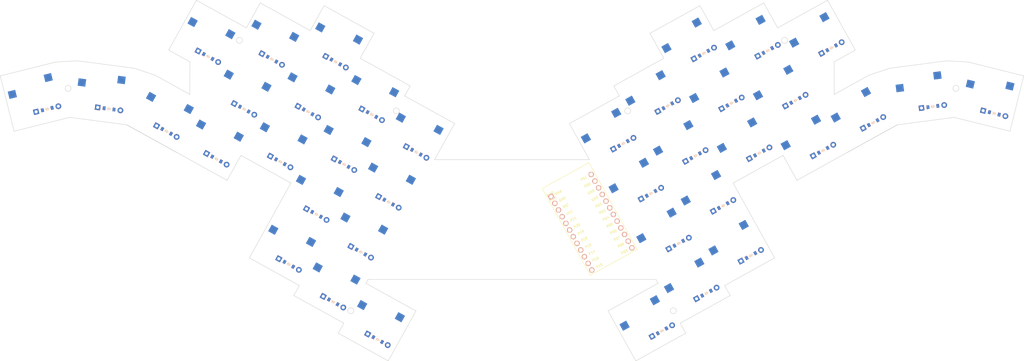
<source format=kicad_pcb>


(kicad_pcb (version 20171130) (host pcbnew 5.1.6)

  (page A3)
  (title_block
    (title "laserraven")
    (rev "1.0.0")
    (company "Rasmus K. Rendsvig (humanplayer2)")
  )

  (general
    (thickness 1.6)
  )

  (layers
    (0 F.Cu signal)
    (31 B.Cu signal)
    (32 B.Adhes user)
    (33 F.Adhes user)
    (34 B.Paste user)
    (35 F.Paste user)
    (36 B.SilkS user)
    (37 F.SilkS user)
    (38 B.Mask user)
    (39 F.Mask user)
    (40 Dwgs.User user)
    (41 Cmts.User user)
    (42 Eco1.User user)
    (43 Eco2.User user)
    (44 Edge.Cuts user)
    (45 Margin user)
    (46 B.CrtYd user)
    (47 F.CrtYd user)
    (48 B.Fab user)
    (49 F.Fab user)
  )

  (setup
    (last_trace_width 0.25)
    (trace_clearance 0.2)
    (zone_clearance 0.508)
    (zone_45_only no)
    (trace_min 0.2)
    (via_size 0.8)
    (via_drill 0.4)
    (via_min_size 0.4)
    (via_min_drill 0.3)
    (uvia_size 0.3)
    (uvia_drill 0.1)
    (uvias_allowed no)
    (uvia_min_size 0.2)
    (uvia_min_drill 0.1)
    (edge_width 0.05)
    (segment_width 0.2)
    (pcb_text_width 0.3)
    (pcb_text_size 1.5 1.5)
    (mod_edge_width 0.12)
    (mod_text_size 1 1)
    (mod_text_width 0.15)
    (pad_size 1.524 1.524)
    (pad_drill 0.762)
    (pad_to_mask_clearance 0.05)
    (aux_axis_origin 0 0)
    (visible_elements FFFFFF7F)
    (pcbplotparams
      (layerselection 0x010fc_ffffffff)
      (usegerberextensions false)
      (usegerberattributes true)
      (usegerberadvancedattributes true)
      (creategerberjobfile true)
      (excludeedgelayer true)
      (linewidth 0.100000)
      (plotframeref false)
      (viasonmask false)
      (mode 1)
      (useauxorigin false)
      (hpglpennumber 1)
      (hpglpenspeed 20)
      (hpglpendiameter 15.000000)
      (psnegative false)
      (psa4output false)
      (plotreference true)
      (plotvalue true)
      (plotinvisibletext false)
      (padsonsilk false)
      (subtractmaskfromsilk false)
      (outputformat 1)
      (mirror false)
      (drillshape 1)
      (scaleselection 1)
      (outputdirectory ""))
  )

  (net 0 "")
(net 1 "P20")
(net 2 "far_home")
(net 3 "mid_home")
(net 4 "pinky_home")
(net 5 "P21")
(net 6 "ring_bottom")
(net 7 "ring_home")
(net 8 "ring_top")
(net 9 "P19")
(net 10 "middle_bottom")
(net 11 "middle_home")
(net 12 "middle_top")
(net 13 "P1")
(net 14 "index_bottom")
(net 15 "index_home")
(net 16 "index_top")
(net 17 "P0")
(net 18 "inner_bottom")
(net 19 "inner_home")
(net 20 "inner_top")
(net 21 "ring_midtop")
(net 22 "out_thumb")
(net 23 "home_thumb")
(net 24 "in_thumb")
(net 25 "mirror_far_home")
(net 26 "mirror_mid_home")
(net 27 "mirror_pinky_home")
(net 28 "mirror_ring_bottom")
(net 29 "mirror_ring_home")
(net 30 "mirror_ring_top")
(net 31 "mirror_middle_bottom")
(net 32 "mirror_middle_home")
(net 33 "mirror_middle_top")
(net 34 "mirror_index_bottom")
(net 35 "mirror_index_home")
(net 36 "mirror_index_top")
(net 37 "mirror_inner_bottom")
(net 38 "mirror_inner_home")
(net 39 "mirror_inner_top")
(net 40 "mirror_ring_midtop")
(net 41 "mirror_out_thumb")
(net 42 "mirror_home_thumb")
(net 43 "mirror_in_thumb")
(net 44 "P10")
(net 45 "P16")
(net 46 "P14")
(net 47 "P15")
(net 48 "P9")
(net 49 "P8")
(net 50 "P7")
(net 51 "P6")
(net 52 "RAW")
(net 53 "GND")
(net 54 "RST")
(net 55 "VCC")
(net 56 "P18")
(net 57 "P2")
(net 58 "P3")
(net 59 "P4")
(net 60 "P5")

  (net_class Default "This is the default net class."
    (clearance 0.2)
    (trace_width 0.25)
    (via_dia 0.8)
    (via_drill 0.4)
    (uvia_dia 0.3)
    (uvia_drill 0.1)
    (add_net "")
(add_net "P20")
(add_net "far_home")
(add_net "mid_home")
(add_net "pinky_home")
(add_net "P21")
(add_net "ring_bottom")
(add_net "ring_home")
(add_net "ring_top")
(add_net "P19")
(add_net "middle_bottom")
(add_net "middle_home")
(add_net "middle_top")
(add_net "P1")
(add_net "index_bottom")
(add_net "index_home")
(add_net "index_top")
(add_net "P0")
(add_net "inner_bottom")
(add_net "inner_home")
(add_net "inner_top")
(add_net "ring_midtop")
(add_net "out_thumb")
(add_net "home_thumb")
(add_net "in_thumb")
(add_net "mirror_far_home")
(add_net "mirror_mid_home")
(add_net "mirror_pinky_home")
(add_net "mirror_ring_bottom")
(add_net "mirror_ring_home")
(add_net "mirror_ring_top")
(add_net "mirror_middle_bottom")
(add_net "mirror_middle_home")
(add_net "mirror_middle_top")
(add_net "mirror_index_bottom")
(add_net "mirror_index_home")
(add_net "mirror_index_top")
(add_net "mirror_inner_bottom")
(add_net "mirror_inner_home")
(add_net "mirror_inner_top")
(add_net "mirror_ring_midtop")
(add_net "mirror_out_thumb")
(add_net "mirror_home_thumb")
(add_net "mirror_in_thumb")
(add_net "P10")
(add_net "P16")
(add_net "P14")
(add_net "P15")
(add_net "P9")
(add_net "P8")
(add_net "P7")
(add_net "P6")
(add_net "RAW")
(add_net "GND")
(add_net "RST")
(add_net "VCC")
(add_net "P18")
(add_net "P2")
(add_net "P3")
(add_net "P4")
(add_net "P5")
  )

  
        
      (module MX (layer F.Cu) (tedit 5DD4F656)
      (at 54.8717946 131.1071553 14)

      
      (fp_text reference "S1" (at 0 0) (layer F.SilkS) hide (effects (font (size 1.27 1.27) (thickness 0.15))))
      (fp_text value "" (at 0 0) (layer F.SilkS) hide (effects (font (size 1.27 1.27) (thickness 0.15))))

      
      (fp_line (start -7 -6) (end -7 -7) (layer Dwgs.User) (width 0.15))
      (fp_line (start -7 7) (end -6 7) (layer Dwgs.User) (width 0.15))
      (fp_line (start -6 -7) (end -7 -7) (layer Dwgs.User) (width 0.15))
      (fp_line (start -7 7) (end -7 6) (layer Dwgs.User) (width 0.15))
      (fp_line (start 7 6) (end 7 7) (layer Dwgs.User) (width 0.15))
      (fp_line (start 7 -7) (end 6 -7) (layer Dwgs.User) (width 0.15))
      (fp_line (start 6 7) (end 7 7) (layer Dwgs.User) (width 0.15))
      (fp_line (start 7 -7) (end 7 -6) (layer Dwgs.User) (width 0.15))
    
      
      (pad "" np_thru_hole circle (at 0 0) (size 3.9878 3.9878) (drill 3.9878) (layers *.Cu *.Mask))

      
      (pad "" np_thru_hole circle (at 5.08 0) (size 1.7018 1.7018) (drill 1.7018) (layers *.Cu *.Mask))
      (pad "" np_thru_hole circle (at -5.08 0) (size 1.7018 1.7018) (drill 1.7018) (layers *.Cu *.Mask))
      
        
      
      (fp_line (start -9.5 -9.5) (end 9.5 -9.5) (layer Dwgs.User) (width 0.15))
      (fp_line (start 9.5 -9.5) (end 9.5 9.5) (layer Dwgs.User) (width 0.15))
      (fp_line (start 9.5 9.5) (end -9.5 9.5) (layer Dwgs.User) (width 0.15))
      (fp_line (start -9.5 9.5) (end -9.5 -9.5) (layer Dwgs.User) (width 0.15))
      
        
        
        (pad "" np_thru_hole circle (at 2.54 -5.08) (size 3 3) (drill 3) (layers *.Cu *.Mask))
        (pad "" np_thru_hole circle (at -3.81 -2.54) (size 3 3) (drill 3) (layers *.Cu *.Mask))
        
        
        (pad 1 smd rect (at -7.085 -2.54 14) (size 2.55 2.5) (layers B.Cu B.Paste B.Mask) (net 1 "P20"))
        (pad 2 smd rect (at 5.842 -5.08 14) (size 2.55 2.5) (layers B.Cu B.Paste B.Mask) (net 2 "far_home"))
        )
        

        
      (module MX (layer F.Cu) (tedit 5DD4F656)
      (at 77.2186798 129.8382072 -7.5)

      
      (fp_text reference "S2" (at 0 0) (layer F.SilkS) hide (effects (font (size 1.27 1.27) (thickness 0.15))))
      (fp_text value "" (at 0 0) (layer F.SilkS) hide (effects (font (size 1.27 1.27) (thickness 0.15))))

      
      (fp_line (start -7 -6) (end -7 -7) (layer Dwgs.User) (width 0.15))
      (fp_line (start -7 7) (end -6 7) (layer Dwgs.User) (width 0.15))
      (fp_line (start -6 -7) (end -7 -7) (layer Dwgs.User) (width 0.15))
      (fp_line (start -7 7) (end -7 6) (layer Dwgs.User) (width 0.15))
      (fp_line (start 7 6) (end 7 7) (layer Dwgs.User) (width 0.15))
      (fp_line (start 7 -7) (end 6 -7) (layer Dwgs.User) (width 0.15))
      (fp_line (start 6 7) (end 7 7) (layer Dwgs.User) (width 0.15))
      (fp_line (start 7 -7) (end 7 -6) (layer Dwgs.User) (width 0.15))
    
      
      (pad "" np_thru_hole circle (at 0 0) (size 3.9878 3.9878) (drill 3.9878) (layers *.Cu *.Mask))

      
      (pad "" np_thru_hole circle (at 5.08 0) (size 1.7018 1.7018) (drill 1.7018) (layers *.Cu *.Mask))
      (pad "" np_thru_hole circle (at -5.08 0) (size 1.7018 1.7018) (drill 1.7018) (layers *.Cu *.Mask))
      
        
      
      (fp_line (start -9.5 -9.5) (end 9.5 -9.5) (layer Dwgs.User) (width 0.15))
      (fp_line (start 9.5 -9.5) (end 9.5 9.5) (layer Dwgs.User) (width 0.15))
      (fp_line (start 9.5 9.5) (end -9.5 9.5) (layer Dwgs.User) (width 0.15))
      (fp_line (start -9.5 9.5) (end -9.5 -9.5) (layer Dwgs.User) (width 0.15))
      
        
        
        (pad "" np_thru_hole circle (at 2.54 -5.08) (size 3 3) (drill 3) (layers *.Cu *.Mask))
        (pad "" np_thru_hole circle (at -3.81 -2.54) (size 3 3) (drill 3) (layers *.Cu *.Mask))
        
        
        (pad 1 smd rect (at -7.085 -2.54 -7.5) (size 2.55 2.5) (layers B.Cu B.Paste B.Mask) (net 1 "P20"))
        (pad 2 smd rect (at 5.842 -5.08 -7.5) (size 2.55 2.5) (layers B.Cu B.Paste B.Mask) (net 3 "mid_home"))
        )
        

        
      (module MX (layer F.Cu) (tedit 5DD4F656)
      (at 98.4756855 136.8477164 -29)

      
      (fp_text reference "S3" (at 0 0) (layer F.SilkS) hide (effects (font (size 1.27 1.27) (thickness 0.15))))
      (fp_text value "" (at 0 0) (layer F.SilkS) hide (effects (font (size 1.27 1.27) (thickness 0.15))))

      
      (fp_line (start -7 -6) (end -7 -7) (layer Dwgs.User) (width 0.15))
      (fp_line (start -7 7) (end -6 7) (layer Dwgs.User) (width 0.15))
      (fp_line (start -6 -7) (end -7 -7) (layer Dwgs.User) (width 0.15))
      (fp_line (start -7 7) (end -7 6) (layer Dwgs.User) (width 0.15))
      (fp_line (start 7 6) (end 7 7) (layer Dwgs.User) (width 0.15))
      (fp_line (start 7 -7) (end 6 -7) (layer Dwgs.User) (width 0.15))
      (fp_line (start 6 7) (end 7 7) (layer Dwgs.User) (width 0.15))
      (fp_line (start 7 -7) (end 7 -6) (layer Dwgs.User) (width 0.15))
    
      
      (pad "" np_thru_hole circle (at 0 0) (size 3.9878 3.9878) (drill 3.9878) (layers *.Cu *.Mask))

      
      (pad "" np_thru_hole circle (at 5.08 0) (size 1.7018 1.7018) (drill 1.7018) (layers *.Cu *.Mask))
      (pad "" np_thru_hole circle (at -5.08 0) (size 1.7018 1.7018) (drill 1.7018) (layers *.Cu *.Mask))
      
        
      
      (fp_line (start -9.5 -9.5) (end 9.5 -9.5) (layer Dwgs.User) (width 0.15))
      (fp_line (start 9.5 -9.5) (end 9.5 9.5) (layer Dwgs.User) (width 0.15))
      (fp_line (start 9.5 9.5) (end -9.5 9.5) (layer Dwgs.User) (width 0.15))
      (fp_line (start -9.5 9.5) (end -9.5 -9.5) (layer Dwgs.User) (width 0.15))
      
        
        
        (pad "" np_thru_hole circle (at 2.54 -5.08) (size 3 3) (drill 3) (layers *.Cu *.Mask))
        (pad "" np_thru_hole circle (at -3.81 -2.54) (size 3 3) (drill 3) (layers *.Cu *.Mask))
        
        
        (pad 1 smd rect (at -7.085 -2.54 -29) (size 2.55 2.5) (layers B.Cu B.Paste B.Mask) (net 1 "P20"))
        (pad 2 smd rect (at 5.842 -5.08 -29) (size 2.55 2.5) (layers B.Cu B.Paste B.Mask) (net 4 "pinky_home"))
        )
        

        
      (module MX (layer F.Cu) (tedit 5DD4F656)
      (at 115.0934599 146.0590991 -29)

      
      (fp_text reference "S4" (at 0 0) (layer F.SilkS) hide (effects (font (size 1.27 1.27) (thickness 0.15))))
      (fp_text value "" (at 0 0) (layer F.SilkS) hide (effects (font (size 1.27 1.27) (thickness 0.15))))

      
      (fp_line (start -7 -6) (end -7 -7) (layer Dwgs.User) (width 0.15))
      (fp_line (start -7 7) (end -6 7) (layer Dwgs.User) (width 0.15))
      (fp_line (start -6 -7) (end -7 -7) (layer Dwgs.User) (width 0.15))
      (fp_line (start -7 7) (end -7 6) (layer Dwgs.User) (width 0.15))
      (fp_line (start 7 6) (end 7 7) (layer Dwgs.User) (width 0.15))
      (fp_line (start 7 -7) (end 6 -7) (layer Dwgs.User) (width 0.15))
      (fp_line (start 6 7) (end 7 7) (layer Dwgs.User) (width 0.15))
      (fp_line (start 7 -7) (end 7 -6) (layer Dwgs.User) (width 0.15))
    
      
      (pad "" np_thru_hole circle (at 0 0) (size 3.9878 3.9878) (drill 3.9878) (layers *.Cu *.Mask))

      
      (pad "" np_thru_hole circle (at 5.08 0) (size 1.7018 1.7018) (drill 1.7018) (layers *.Cu *.Mask))
      (pad "" np_thru_hole circle (at -5.08 0) (size 1.7018 1.7018) (drill 1.7018) (layers *.Cu *.Mask))
      
        
      
      (fp_line (start -9.5 -9.5) (end 9.5 -9.5) (layer Dwgs.User) (width 0.15))
      (fp_line (start 9.5 -9.5) (end 9.5 9.5) (layer Dwgs.User) (width 0.15))
      (fp_line (start 9.5 9.5) (end -9.5 9.5) (layer Dwgs.User) (width 0.15))
      (fp_line (start -9.5 9.5) (end -9.5 -9.5) (layer Dwgs.User) (width 0.15))
      
        
        
        (pad "" np_thru_hole circle (at 2.54 -5.08) (size 3 3) (drill 3) (layers *.Cu *.Mask))
        (pad "" np_thru_hole circle (at -3.81 -2.54) (size 3 3) (drill 3) (layers *.Cu *.Mask))
        
        
        (pad 1 smd rect (at -7.085 -2.54 -29) (size 2.55 2.5) (layers B.Cu B.Paste B.Mask) (net 5 "P21"))
        (pad 2 smd rect (at 5.842 -5.08 -29) (size 2.55 2.5) (layers B.Cu B.Paste B.Mask) (net 6 "ring_bottom"))
        )
        

        
      (module MX (layer F.Cu) (tedit 5DD4F656)
      (at 124.3048427 129.4413247 -29)

      
      (fp_text reference "S5" (at 0 0) (layer F.SilkS) hide (effects (font (size 1.27 1.27) (thickness 0.15))))
      (fp_text value "" (at 0 0) (layer F.SilkS) hide (effects (font (size 1.27 1.27) (thickness 0.15))))

      
      (fp_line (start -7 -6) (end -7 -7) (layer Dwgs.User) (width 0.15))
      (fp_line (start -7 7) (end -6 7) (layer Dwgs.User) (width 0.15))
      (fp_line (start -6 -7) (end -7 -7) (layer Dwgs.User) (width 0.15))
      (fp_line (start -7 7) (end -7 6) (layer Dwgs.User) (width 0.15))
      (fp_line (start 7 6) (end 7 7) (layer Dwgs.User) (width 0.15))
      (fp_line (start 7 -7) (end 6 -7) (layer Dwgs.User) (width 0.15))
      (fp_line (start 6 7) (end 7 7) (layer Dwgs.User) (width 0.15))
      (fp_line (start 7 -7) (end 7 -6) (layer Dwgs.User) (width 0.15))
    
      
      (pad "" np_thru_hole circle (at 0 0) (size 3.9878 3.9878) (drill 3.9878) (layers *.Cu *.Mask))

      
      (pad "" np_thru_hole circle (at 5.08 0) (size 1.7018 1.7018) (drill 1.7018) (layers *.Cu *.Mask))
      (pad "" np_thru_hole circle (at -5.08 0) (size 1.7018 1.7018) (drill 1.7018) (layers *.Cu *.Mask))
      
        
      
      (fp_line (start -9.5 -9.5) (end 9.5 -9.5) (layer Dwgs.User) (width 0.15))
      (fp_line (start 9.5 -9.5) (end 9.5 9.5) (layer Dwgs.User) (width 0.15))
      (fp_line (start 9.5 9.5) (end -9.5 9.5) (layer Dwgs.User) (width 0.15))
      (fp_line (start -9.5 9.5) (end -9.5 -9.5) (layer Dwgs.User) (width 0.15))
      
        
        
        (pad "" np_thru_hole circle (at 2.54 -5.08) (size 3 3) (drill 3) (layers *.Cu *.Mask))
        (pad "" np_thru_hole circle (at -3.81 -2.54) (size 3 3) (drill 3) (layers *.Cu *.Mask))
        
        
        (pad 1 smd rect (at -7.085 -2.54 -29) (size 2.55 2.5) (layers B.Cu B.Paste B.Mask) (net 5 "P21"))
        (pad 2 smd rect (at 5.842 -5.08 -29) (size 2.55 2.5) (layers B.Cu B.Paste B.Mask) (net 7 "ring_home"))
        )
        

        
      (module MX (layer F.Cu) (tedit 5DD4F656)
      (at 133.5162254 112.8235502 -29)

      
      (fp_text reference "S6" (at 0 0) (layer F.SilkS) hide (effects (font (size 1.27 1.27) (thickness 0.15))))
      (fp_text value "" (at 0 0) (layer F.SilkS) hide (effects (font (size 1.27 1.27) (thickness 0.15))))

      
      (fp_line (start -7 -6) (end -7 -7) (layer Dwgs.User) (width 0.15))
      (fp_line (start -7 7) (end -6 7) (layer Dwgs.User) (width 0.15))
      (fp_line (start -6 -7) (end -7 -7) (layer Dwgs.User) (width 0.15))
      (fp_line (start -7 7) (end -7 6) (layer Dwgs.User) (width 0.15))
      (fp_line (start 7 6) (end 7 7) (layer Dwgs.User) (width 0.15))
      (fp_line (start 7 -7) (end 6 -7) (layer Dwgs.User) (width 0.15))
      (fp_line (start 6 7) (end 7 7) (layer Dwgs.User) (width 0.15))
      (fp_line (start 7 -7) (end 7 -6) (layer Dwgs.User) (width 0.15))
    
      
      (pad "" np_thru_hole circle (at 0 0) (size 3.9878 3.9878) (drill 3.9878) (layers *.Cu *.Mask))

      
      (pad "" np_thru_hole circle (at 5.08 0) (size 1.7018 1.7018) (drill 1.7018) (layers *.Cu *.Mask))
      (pad "" np_thru_hole circle (at -5.08 0) (size 1.7018 1.7018) (drill 1.7018) (layers *.Cu *.Mask))
      
        
      
      (fp_line (start -9.5 -9.5) (end 9.5 -9.5) (layer Dwgs.User) (width 0.15))
      (fp_line (start 9.5 -9.5) (end 9.5 9.5) (layer Dwgs.User) (width 0.15))
      (fp_line (start 9.5 9.5) (end -9.5 9.5) (layer Dwgs.User) (width 0.15))
      (fp_line (start -9.5 9.5) (end -9.5 -9.5) (layer Dwgs.User) (width 0.15))
      
        
        
        (pad "" np_thru_hole circle (at 2.54 -5.08) (size 3 3) (drill 3) (layers *.Cu *.Mask))
        (pad "" np_thru_hole circle (at -3.81 -2.54) (size 3 3) (drill 3) (layers *.Cu *.Mask))
        
        
        (pad 1 smd rect (at -7.085 -2.54 -29) (size 2.55 2.5) (layers B.Cu B.Paste B.Mask) (net 5 "P21"))
        (pad 2 smd rect (at 5.842 -5.08 -29) (size 2.55 2.5) (layers B.Cu B.Paste B.Mask) (net 8 "ring_top"))
        )
        

        
      (module MX (layer F.Cu) (tedit 5DD4F656)
      (at 136.3169258 146.9615947 -29)

      
      (fp_text reference "S7" (at 0 0) (layer F.SilkS) hide (effects (font (size 1.27 1.27) (thickness 0.15))))
      (fp_text value "" (at 0 0) (layer F.SilkS) hide (effects (font (size 1.27 1.27) (thickness 0.15))))

      
      (fp_line (start -7 -6) (end -7 -7) (layer Dwgs.User) (width 0.15))
      (fp_line (start -7 7) (end -6 7) (layer Dwgs.User) (width 0.15))
      (fp_line (start -6 -7) (end -7 -7) (layer Dwgs.User) (width 0.15))
      (fp_line (start -7 7) (end -7 6) (layer Dwgs.User) (width 0.15))
      (fp_line (start 7 6) (end 7 7) (layer Dwgs.User) (width 0.15))
      (fp_line (start 7 -7) (end 6 -7) (layer Dwgs.User) (width 0.15))
      (fp_line (start 6 7) (end 7 7) (layer Dwgs.User) (width 0.15))
      (fp_line (start 7 -7) (end 7 -6) (layer Dwgs.User) (width 0.15))
    
      
      (pad "" np_thru_hole circle (at 0 0) (size 3.9878 3.9878) (drill 3.9878) (layers *.Cu *.Mask))

      
      (pad "" np_thru_hole circle (at 5.08 0) (size 1.7018 1.7018) (drill 1.7018) (layers *.Cu *.Mask))
      (pad "" np_thru_hole circle (at -5.08 0) (size 1.7018 1.7018) (drill 1.7018) (layers *.Cu *.Mask))
      
        
      
      (fp_line (start -9.5 -9.5) (end 9.5 -9.5) (layer Dwgs.User) (width 0.15))
      (fp_line (start 9.5 -9.5) (end 9.5 9.5) (layer Dwgs.User) (width 0.15))
      (fp_line (start 9.5 9.5) (end -9.5 9.5) (layer Dwgs.User) (width 0.15))
      (fp_line (start -9.5 9.5) (end -9.5 -9.5) (layer Dwgs.User) (width 0.15))
      
        
        
        (pad "" np_thru_hole circle (at 2.54 -5.08) (size 3 3) (drill 3) (layers *.Cu *.Mask))
        (pad "" np_thru_hole circle (at -3.81 -2.54) (size 3 3) (drill 3) (layers *.Cu *.Mask))
        
        
        (pad 1 smd rect (at -7.085 -2.54 -29) (size 2.55 2.5) (layers B.Cu B.Paste B.Mask) (net 9 "P19"))
        (pad 2 smd rect (at 5.842 -5.08 -29) (size 2.55 2.5) (layers B.Cu B.Paste B.Mask) (net 10 "middle_bottom"))
        )
        

        
      (module MX (layer F.Cu) (tedit 5DD4F656)
      (at 145.5283085 130.3438203 -29)

      
      (fp_text reference "S8" (at 0 0) (layer F.SilkS) hide (effects (font (size 1.27 1.27) (thickness 0.15))))
      (fp_text value "" (at 0 0) (layer F.SilkS) hide (effects (font (size 1.27 1.27) (thickness 0.15))))

      
      (fp_line (start -7 -6) (end -7 -7) (layer Dwgs.User) (width 0.15))
      (fp_line (start -7 7) (end -6 7) (layer Dwgs.User) (width 0.15))
      (fp_line (start -6 -7) (end -7 -7) (layer Dwgs.User) (width 0.15))
      (fp_line (start -7 7) (end -7 6) (layer Dwgs.User) (width 0.15))
      (fp_line (start 7 6) (end 7 7) (layer Dwgs.User) (width 0.15))
      (fp_line (start 7 -7) (end 6 -7) (layer Dwgs.User) (width 0.15))
      (fp_line (start 6 7) (end 7 7) (layer Dwgs.User) (width 0.15))
      (fp_line (start 7 -7) (end 7 -6) (layer Dwgs.User) (width 0.15))
    
      
      (pad "" np_thru_hole circle (at 0 0) (size 3.9878 3.9878) (drill 3.9878) (layers *.Cu *.Mask))

      
      (pad "" np_thru_hole circle (at 5.08 0) (size 1.7018 1.7018) (drill 1.7018) (layers *.Cu *.Mask))
      (pad "" np_thru_hole circle (at -5.08 0) (size 1.7018 1.7018) (drill 1.7018) (layers *.Cu *.Mask))
      
        
      
      (fp_line (start -9.5 -9.5) (end 9.5 -9.5) (layer Dwgs.User) (width 0.15))
      (fp_line (start 9.5 -9.5) (end 9.5 9.5) (layer Dwgs.User) (width 0.15))
      (fp_line (start 9.5 9.5) (end -9.5 9.5) (layer Dwgs.User) (width 0.15))
      (fp_line (start -9.5 9.5) (end -9.5 -9.5) (layer Dwgs.User) (width 0.15))
      
        
        
        (pad "" np_thru_hole circle (at 2.54 -5.08) (size 3 3) (drill 3) (layers *.Cu *.Mask))
        (pad "" np_thru_hole circle (at -3.81 -2.54) (size 3 3) (drill 3) (layers *.Cu *.Mask))
        
        
        (pad 1 smd rect (at -7.085 -2.54 -29) (size 2.55 2.5) (layers B.Cu B.Paste B.Mask) (net 9 "P19"))
        (pad 2 smd rect (at 5.842 -5.08 -29) (size 2.55 2.5) (layers B.Cu B.Paste B.Mask) (net 11 "middle_home"))
        )
        

        
      (module MX (layer F.Cu) (tedit 5DD4F656)
      (at 154.7396913 113.7260458 -29)

      
      (fp_text reference "S9" (at 0 0) (layer F.SilkS) hide (effects (font (size 1.27 1.27) (thickness 0.15))))
      (fp_text value "" (at 0 0) (layer F.SilkS) hide (effects (font (size 1.27 1.27) (thickness 0.15))))

      
      (fp_line (start -7 -6) (end -7 -7) (layer Dwgs.User) (width 0.15))
      (fp_line (start -7 7) (end -6 7) (layer Dwgs.User) (width 0.15))
      (fp_line (start -6 -7) (end -7 -7) (layer Dwgs.User) (width 0.15))
      (fp_line (start -7 7) (end -7 6) (layer Dwgs.User) (width 0.15))
      (fp_line (start 7 6) (end 7 7) (layer Dwgs.User) (width 0.15))
      (fp_line (start 7 -7) (end 6 -7) (layer Dwgs.User) (width 0.15))
      (fp_line (start 6 7) (end 7 7) (layer Dwgs.User) (width 0.15))
      (fp_line (start 7 -7) (end 7 -6) (layer Dwgs.User) (width 0.15))
    
      
      (pad "" np_thru_hole circle (at 0 0) (size 3.9878 3.9878) (drill 3.9878) (layers *.Cu *.Mask))

      
      (pad "" np_thru_hole circle (at 5.08 0) (size 1.7018 1.7018) (drill 1.7018) (layers *.Cu *.Mask))
      (pad "" np_thru_hole circle (at -5.08 0) (size 1.7018 1.7018) (drill 1.7018) (layers *.Cu *.Mask))
      
        
      
      (fp_line (start -9.5 -9.5) (end 9.5 -9.5) (layer Dwgs.User) (width 0.15))
      (fp_line (start 9.5 -9.5) (end 9.5 9.5) (layer Dwgs.User) (width 0.15))
      (fp_line (start 9.5 9.5) (end -9.5 9.5) (layer Dwgs.User) (width 0.15))
      (fp_line (start -9.5 9.5) (end -9.5 -9.5) (layer Dwgs.User) (width 0.15))
      
        
        
        (pad "" np_thru_hole circle (at 2.54 -5.08) (size 3 3) (drill 3) (layers *.Cu *.Mask))
        (pad "" np_thru_hole circle (at -3.81 -2.54) (size 3 3) (drill 3) (layers *.Cu *.Mask))
        
        
        (pad 1 smd rect (at -7.085 -2.54 -29) (size 2.55 2.5) (layers B.Cu B.Paste B.Mask) (net 9 "P19"))
        (pad 2 smd rect (at 5.842 -5.08 -29) (size 2.55 2.5) (layers B.Cu B.Paste B.Mask) (net 12 "middle_top"))
        )
        

        
      (module MX (layer F.Cu) (tedit 5DD4F656)
      (at 148.3290088 164.4818646 -29)

      
      (fp_text reference "S10" (at 0 0) (layer F.SilkS) hide (effects (font (size 1.27 1.27) (thickness 0.15))))
      (fp_text value "" (at 0 0) (layer F.SilkS) hide (effects (font (size 1.27 1.27) (thickness 0.15))))

      
      (fp_line (start -7 -6) (end -7 -7) (layer Dwgs.User) (width 0.15))
      (fp_line (start -7 7) (end -6 7) (layer Dwgs.User) (width 0.15))
      (fp_line (start -6 -7) (end -7 -7) (layer Dwgs.User) (width 0.15))
      (fp_line (start -7 7) (end -7 6) (layer Dwgs.User) (width 0.15))
      (fp_line (start 7 6) (end 7 7) (layer Dwgs.User) (width 0.15))
      (fp_line (start 7 -7) (end 6 -7) (layer Dwgs.User) (width 0.15))
      (fp_line (start 6 7) (end 7 7) (layer Dwgs.User) (width 0.15))
      (fp_line (start 7 -7) (end 7 -6) (layer Dwgs.User) (width 0.15))
    
      
      (pad "" np_thru_hole circle (at 0 0) (size 3.9878 3.9878) (drill 3.9878) (layers *.Cu *.Mask))

      
      (pad "" np_thru_hole circle (at 5.08 0) (size 1.7018 1.7018) (drill 1.7018) (layers *.Cu *.Mask))
      (pad "" np_thru_hole circle (at -5.08 0) (size 1.7018 1.7018) (drill 1.7018) (layers *.Cu *.Mask))
      
        
      
      (fp_line (start -9.5 -9.5) (end 9.5 -9.5) (layer Dwgs.User) (width 0.15))
      (fp_line (start 9.5 -9.5) (end 9.5 9.5) (layer Dwgs.User) (width 0.15))
      (fp_line (start 9.5 9.5) (end -9.5 9.5) (layer Dwgs.User) (width 0.15))
      (fp_line (start -9.5 9.5) (end -9.5 -9.5) (layer Dwgs.User) (width 0.15))
      
        
        
        (pad "" np_thru_hole circle (at 2.54 -5.08) (size 3 3) (drill 3) (layers *.Cu *.Mask))
        (pad "" np_thru_hole circle (at -3.81 -2.54) (size 3 3) (drill 3) (layers *.Cu *.Mask))
        
        
        (pad 1 smd rect (at -7.085 -2.54 -29) (size 2.55 2.5) (layers B.Cu B.Paste B.Mask) (net 13 "P1"))
        (pad 2 smd rect (at 5.842 -5.08 -29) (size 2.55 2.5) (layers B.Cu B.Paste B.Mask) (net 14 "index_bottom"))
        )
        

        
      (module MX (layer F.Cu) (tedit 5DD4F656)
      (at 157.5403915 147.8640902 -29)

      
      (fp_text reference "S11" (at 0 0) (layer F.SilkS) hide (effects (font (size 1.27 1.27) (thickness 0.15))))
      (fp_text value "" (at 0 0) (layer F.SilkS) hide (effects (font (size 1.27 1.27) (thickness 0.15))))

      
      (fp_line (start -7 -6) (end -7 -7) (layer Dwgs.User) (width 0.15))
      (fp_line (start -7 7) (end -6 7) (layer Dwgs.User) (width 0.15))
      (fp_line (start -6 -7) (end -7 -7) (layer Dwgs.User) (width 0.15))
      (fp_line (start -7 7) (end -7 6) (layer Dwgs.User) (width 0.15))
      (fp_line (start 7 6) (end 7 7) (layer Dwgs.User) (width 0.15))
      (fp_line (start 7 -7) (end 6 -7) (layer Dwgs.User) (width 0.15))
      (fp_line (start 6 7) (end 7 7) (layer Dwgs.User) (width 0.15))
      (fp_line (start 7 -7) (end 7 -6) (layer Dwgs.User) (width 0.15))
    
      
      (pad "" np_thru_hole circle (at 0 0) (size 3.9878 3.9878) (drill 3.9878) (layers *.Cu *.Mask))

      
      (pad "" np_thru_hole circle (at 5.08 0) (size 1.7018 1.7018) (drill 1.7018) (layers *.Cu *.Mask))
      (pad "" np_thru_hole circle (at -5.08 0) (size 1.7018 1.7018) (drill 1.7018) (layers *.Cu *.Mask))
      
        
      
      (fp_line (start -9.5 -9.5) (end 9.5 -9.5) (layer Dwgs.User) (width 0.15))
      (fp_line (start 9.5 -9.5) (end 9.5 9.5) (layer Dwgs.User) (width 0.15))
      (fp_line (start 9.5 9.5) (end -9.5 9.5) (layer Dwgs.User) (width 0.15))
      (fp_line (start -9.5 9.5) (end -9.5 -9.5) (layer Dwgs.User) (width 0.15))
      
        
        
        (pad "" np_thru_hole circle (at 2.54 -5.08) (size 3 3) (drill 3) (layers *.Cu *.Mask))
        (pad "" np_thru_hole circle (at -3.81 -2.54) (size 3 3) (drill 3) (layers *.Cu *.Mask))
        
        
        (pad 1 smd rect (at -7.085 -2.54 -29) (size 2.55 2.5) (layers B.Cu B.Paste B.Mask) (net 13 "P1"))
        (pad 2 smd rect (at 5.842 -5.08 -29) (size 2.55 2.5) (layers B.Cu B.Paste B.Mask) (net 15 "index_home"))
        )
        

        
      (module MX (layer F.Cu) (tedit 5DD4F656)
      (at 166.7517743 131.2463158 -29)

      
      (fp_text reference "S12" (at 0 0) (layer F.SilkS) hide (effects (font (size 1.27 1.27) (thickness 0.15))))
      (fp_text value "" (at 0 0) (layer F.SilkS) hide (effects (font (size 1.27 1.27) (thickness 0.15))))

      
      (fp_line (start -7 -6) (end -7 -7) (layer Dwgs.User) (width 0.15))
      (fp_line (start -7 7) (end -6 7) (layer Dwgs.User) (width 0.15))
      (fp_line (start -6 -7) (end -7 -7) (layer Dwgs.User) (width 0.15))
      (fp_line (start -7 7) (end -7 6) (layer Dwgs.User) (width 0.15))
      (fp_line (start 7 6) (end 7 7) (layer Dwgs.User) (width 0.15))
      (fp_line (start 7 -7) (end 6 -7) (layer Dwgs.User) (width 0.15))
      (fp_line (start 6 7) (end 7 7) (layer Dwgs.User) (width 0.15))
      (fp_line (start 7 -7) (end 7 -6) (layer Dwgs.User) (width 0.15))
    
      
      (pad "" np_thru_hole circle (at 0 0) (size 3.9878 3.9878) (drill 3.9878) (layers *.Cu *.Mask))

      
      (pad "" np_thru_hole circle (at 5.08 0) (size 1.7018 1.7018) (drill 1.7018) (layers *.Cu *.Mask))
      (pad "" np_thru_hole circle (at -5.08 0) (size 1.7018 1.7018) (drill 1.7018) (layers *.Cu *.Mask))
      
        
      
      (fp_line (start -9.5 -9.5) (end 9.5 -9.5) (layer Dwgs.User) (width 0.15))
      (fp_line (start 9.5 -9.5) (end 9.5 9.5) (layer Dwgs.User) (width 0.15))
      (fp_line (start 9.5 9.5) (end -9.5 9.5) (layer Dwgs.User) (width 0.15))
      (fp_line (start -9.5 9.5) (end -9.5 -9.5) (layer Dwgs.User) (width 0.15))
      
        
        
        (pad "" np_thru_hole circle (at 2.54 -5.08) (size 3 3) (drill 3) (layers *.Cu *.Mask))
        (pad "" np_thru_hole circle (at -3.81 -2.54) (size 3 3) (drill 3) (layers *.Cu *.Mask))
        
        
        (pad 1 smd rect (at -7.085 -2.54 -29) (size 2.55 2.5) (layers B.Cu B.Paste B.Mask) (net 13 "P1"))
        (pad 2 smd rect (at 5.842 -5.08 -29) (size 2.55 2.5) (layers B.Cu B.Paste B.Mask) (net 16 "index_top"))
        )
        

        
      (module MX (layer F.Cu) (tedit 5DD4F656)
      (at 163.1045067 177.0168024 -29)

      
      (fp_text reference "S13" (at 0 0) (layer F.SilkS) hide (effects (font (size 1.27 1.27) (thickness 0.15))))
      (fp_text value "" (at 0 0) (layer F.SilkS) hide (effects (font (size 1.27 1.27) (thickness 0.15))))

      
      (fp_line (start -7 -6) (end -7 -7) (layer Dwgs.User) (width 0.15))
      (fp_line (start -7 7) (end -6 7) (layer Dwgs.User) (width 0.15))
      (fp_line (start -6 -7) (end -7 -7) (layer Dwgs.User) (width 0.15))
      (fp_line (start -7 7) (end -7 6) (layer Dwgs.User) (width 0.15))
      (fp_line (start 7 6) (end 7 7) (layer Dwgs.User) (width 0.15))
      (fp_line (start 7 -7) (end 6 -7) (layer Dwgs.User) (width 0.15))
      (fp_line (start 6 7) (end 7 7) (layer Dwgs.User) (width 0.15))
      (fp_line (start 7 -7) (end 7 -6) (layer Dwgs.User) (width 0.15))
    
      
      (pad "" np_thru_hole circle (at 0 0) (size 3.9878 3.9878) (drill 3.9878) (layers *.Cu *.Mask))

      
      (pad "" np_thru_hole circle (at 5.08 0) (size 1.7018 1.7018) (drill 1.7018) (layers *.Cu *.Mask))
      (pad "" np_thru_hole circle (at -5.08 0) (size 1.7018 1.7018) (drill 1.7018) (layers *.Cu *.Mask))
      
        
      
      (fp_line (start -9.5 -9.5) (end 9.5 -9.5) (layer Dwgs.User) (width 0.15))
      (fp_line (start 9.5 -9.5) (end 9.5 9.5) (layer Dwgs.User) (width 0.15))
      (fp_line (start 9.5 9.5) (end -9.5 9.5) (layer Dwgs.User) (width 0.15))
      (fp_line (start -9.5 9.5) (end -9.5 -9.5) (layer Dwgs.User) (width 0.15))
      
        
        
        (pad "" np_thru_hole circle (at 2.54 -5.08) (size 3 3) (drill 3) (layers *.Cu *.Mask))
        (pad "" np_thru_hole circle (at -3.81 -2.54) (size 3 3) (drill 3) (layers *.Cu *.Mask))
        
        
        (pad 1 smd rect (at -7.085 -2.54 -29) (size 2.55 2.5) (layers B.Cu B.Paste B.Mask) (net 17 "P0"))
        (pad 2 smd rect (at 5.842 -5.08 -29) (size 2.55 2.5) (layers B.Cu B.Paste B.Mask) (net 18 "inner_bottom"))
        )
        

        
      (module MX (layer F.Cu) (tedit 5DD4F656)
      (at 172.3158894 160.3990279 -29)

      
      (fp_text reference "S14" (at 0 0) (layer F.SilkS) hide (effects (font (size 1.27 1.27) (thickness 0.15))))
      (fp_text value "" (at 0 0) (layer F.SilkS) hide (effects (font (size 1.27 1.27) (thickness 0.15))))

      
      (fp_line (start -7 -6) (end -7 -7) (layer Dwgs.User) (width 0.15))
      (fp_line (start -7 7) (end -6 7) (layer Dwgs.User) (width 0.15))
      (fp_line (start -6 -7) (end -7 -7) (layer Dwgs.User) (width 0.15))
      (fp_line (start -7 7) (end -7 6) (layer Dwgs.User) (width 0.15))
      (fp_line (start 7 6) (end 7 7) (layer Dwgs.User) (width 0.15))
      (fp_line (start 7 -7) (end 6 -7) (layer Dwgs.User) (width 0.15))
      (fp_line (start 6 7) (end 7 7) (layer Dwgs.User) (width 0.15))
      (fp_line (start 7 -7) (end 7 -6) (layer Dwgs.User) (width 0.15))
    
      
      (pad "" np_thru_hole circle (at 0 0) (size 3.9878 3.9878) (drill 3.9878) (layers *.Cu *.Mask))

      
      (pad "" np_thru_hole circle (at 5.08 0) (size 1.7018 1.7018) (drill 1.7018) (layers *.Cu *.Mask))
      (pad "" np_thru_hole circle (at -5.08 0) (size 1.7018 1.7018) (drill 1.7018) (layers *.Cu *.Mask))
      
        
      
      (fp_line (start -9.5 -9.5) (end 9.5 -9.5) (layer Dwgs.User) (width 0.15))
      (fp_line (start 9.5 -9.5) (end 9.5 9.5) (layer Dwgs.User) (width 0.15))
      (fp_line (start 9.5 9.5) (end -9.5 9.5) (layer Dwgs.User) (width 0.15))
      (fp_line (start -9.5 9.5) (end -9.5 -9.5) (layer Dwgs.User) (width 0.15))
      
        
        
        (pad "" np_thru_hole circle (at 2.54 -5.08) (size 3 3) (drill 3) (layers *.Cu *.Mask))
        (pad "" np_thru_hole circle (at -3.81 -2.54) (size 3 3) (drill 3) (layers *.Cu *.Mask))
        
        
        (pad 1 smd rect (at -7.085 -2.54 -29) (size 2.55 2.5) (layers B.Cu B.Paste B.Mask) (net 17 "P0"))
        (pad 2 smd rect (at 5.842 -5.08 -29) (size 2.55 2.5) (layers B.Cu B.Paste B.Mask) (net 19 "inner_home"))
        )
        

        
      (module MX (layer F.Cu) (tedit 5DD4F656)
      (at 181.5272722 143.7812535 -29)

      
      (fp_text reference "S15" (at 0 0) (layer F.SilkS) hide (effects (font (size 1.27 1.27) (thickness 0.15))))
      (fp_text value "" (at 0 0) (layer F.SilkS) hide (effects (font (size 1.27 1.27) (thickness 0.15))))

      
      (fp_line (start -7 -6) (end -7 -7) (layer Dwgs.User) (width 0.15))
      (fp_line (start -7 7) (end -6 7) (layer Dwgs.User) (width 0.15))
      (fp_line (start -6 -7) (end -7 -7) (layer Dwgs.User) (width 0.15))
      (fp_line (start -7 7) (end -7 6) (layer Dwgs.User) (width 0.15))
      (fp_line (start 7 6) (end 7 7) (layer Dwgs.User) (width 0.15))
      (fp_line (start 7 -7) (end 6 -7) (layer Dwgs.User) (width 0.15))
      (fp_line (start 6 7) (end 7 7) (layer Dwgs.User) (width 0.15))
      (fp_line (start 7 -7) (end 7 -6) (layer Dwgs.User) (width 0.15))
    
      
      (pad "" np_thru_hole circle (at 0 0) (size 3.9878 3.9878) (drill 3.9878) (layers *.Cu *.Mask))

      
      (pad "" np_thru_hole circle (at 5.08 0) (size 1.7018 1.7018) (drill 1.7018) (layers *.Cu *.Mask))
      (pad "" np_thru_hole circle (at -5.08 0) (size 1.7018 1.7018) (drill 1.7018) (layers *.Cu *.Mask))
      
        
      
      (fp_line (start -9.5 -9.5) (end 9.5 -9.5) (layer Dwgs.User) (width 0.15))
      (fp_line (start 9.5 -9.5) (end 9.5 9.5) (layer Dwgs.User) (width 0.15))
      (fp_line (start 9.5 9.5) (end -9.5 9.5) (layer Dwgs.User) (width 0.15))
      (fp_line (start -9.5 9.5) (end -9.5 -9.5) (layer Dwgs.User) (width 0.15))
      
        
        
        (pad "" np_thru_hole circle (at 2.54 -5.08) (size 3 3) (drill 3) (layers *.Cu *.Mask))
        (pad "" np_thru_hole circle (at -3.81 -2.54) (size 3 3) (drill 3) (layers *.Cu *.Mask))
        
        
        (pad 1 smd rect (at -7.085 -2.54 -29) (size 2.55 2.5) (layers B.Cu B.Paste B.Mask) (net 17 "P0"))
        (pad 2 smd rect (at 5.842 -5.08 -29) (size 2.55 2.5) (layers B.Cu B.Paste B.Mask) (net 20 "inner_top"))
        )
        

        
      (module MX (layer F.Cu) (tedit 5DD4F656)
      (at 112.2927596 111.9210547 -29)

      
      (fp_text reference "S16" (at 0 0) (layer F.SilkS) hide (effects (font (size 1.27 1.27) (thickness 0.15))))
      (fp_text value "" (at 0 0) (layer F.SilkS) hide (effects (font (size 1.27 1.27) (thickness 0.15))))

      
      (fp_line (start -7 -6) (end -7 -7) (layer Dwgs.User) (width 0.15))
      (fp_line (start -7 7) (end -6 7) (layer Dwgs.User) (width 0.15))
      (fp_line (start -6 -7) (end -7 -7) (layer Dwgs.User) (width 0.15))
      (fp_line (start -7 7) (end -7 6) (layer Dwgs.User) (width 0.15))
      (fp_line (start 7 6) (end 7 7) (layer Dwgs.User) (width 0.15))
      (fp_line (start 7 -7) (end 6 -7) (layer Dwgs.User) (width 0.15))
      (fp_line (start 6 7) (end 7 7) (layer Dwgs.User) (width 0.15))
      (fp_line (start 7 -7) (end 7 -6) (layer Dwgs.User) (width 0.15))
    
      
      (pad "" np_thru_hole circle (at 0 0) (size 3.9878 3.9878) (drill 3.9878) (layers *.Cu *.Mask))

      
      (pad "" np_thru_hole circle (at 5.08 0) (size 1.7018 1.7018) (drill 1.7018) (layers *.Cu *.Mask))
      (pad "" np_thru_hole circle (at -5.08 0) (size 1.7018 1.7018) (drill 1.7018) (layers *.Cu *.Mask))
      
        
      
      (fp_line (start -9.5 -9.5) (end 9.5 -9.5) (layer Dwgs.User) (width 0.15))
      (fp_line (start 9.5 -9.5) (end 9.5 9.5) (layer Dwgs.User) (width 0.15))
      (fp_line (start 9.5 9.5) (end -9.5 9.5) (layer Dwgs.User) (width 0.15))
      (fp_line (start -9.5 9.5) (end -9.5 -9.5) (layer Dwgs.User) (width 0.15))
      
        
        
        (pad "" np_thru_hole circle (at 2.54 -5.08) (size 3 3) (drill 3) (layers *.Cu *.Mask))
        (pad "" np_thru_hole circle (at -3.81 -2.54) (size 3 3) (drill 3) (layers *.Cu *.Mask))
        
        
        (pad 1 smd rect (at -7.085 -2.54 -29) (size 2.55 2.5) (layers B.Cu B.Paste B.Mask) (net 1 "P20"))
        (pad 2 smd rect (at 5.842 -5.08 -29) (size 2.55 2.5) (layers B.Cu B.Paste B.Mask) (net 21 "ring_midtop"))
        )
        

        
      (module MX (layer F.Cu) (tedit 5DD4F656)
      (at 139.117626 181.0996391 -29)

      
      (fp_text reference "S17" (at 0 0) (layer F.SilkS) hide (effects (font (size 1.27 1.27) (thickness 0.15))))
      (fp_text value "" (at 0 0) (layer F.SilkS) hide (effects (font (size 1.27 1.27) (thickness 0.15))))

      
      (fp_line (start -7 -6) (end -7 -7) (layer Dwgs.User) (width 0.15))
      (fp_line (start -7 7) (end -6 7) (layer Dwgs.User) (width 0.15))
      (fp_line (start -6 -7) (end -7 -7) (layer Dwgs.User) (width 0.15))
      (fp_line (start -7 7) (end -7 6) (layer Dwgs.User) (width 0.15))
      (fp_line (start 7 6) (end 7 7) (layer Dwgs.User) (width 0.15))
      (fp_line (start 7 -7) (end 6 -7) (layer Dwgs.User) (width 0.15))
      (fp_line (start 6 7) (end 7 7) (layer Dwgs.User) (width 0.15))
      (fp_line (start 7 -7) (end 7 -6) (layer Dwgs.User) (width 0.15))
    
      
      (pad "" np_thru_hole circle (at 0 0) (size 3.9878 3.9878) (drill 3.9878) (layers *.Cu *.Mask))

      
      (pad "" np_thru_hole circle (at 5.08 0) (size 1.7018 1.7018) (drill 1.7018) (layers *.Cu *.Mask))
      (pad "" np_thru_hole circle (at -5.08 0) (size 1.7018 1.7018) (drill 1.7018) (layers *.Cu *.Mask))
      
        
      
      (fp_line (start -9.5 -9.5) (end 9.5 -9.5) (layer Dwgs.User) (width 0.15))
      (fp_line (start 9.5 -9.5) (end 9.5 9.5) (layer Dwgs.User) (width 0.15))
      (fp_line (start 9.5 9.5) (end -9.5 9.5) (layer Dwgs.User) (width 0.15))
      (fp_line (start -9.5 9.5) (end -9.5 -9.5) (layer Dwgs.User) (width 0.15))
      
        
        
        (pad "" np_thru_hole circle (at 2.54 -5.08) (size 3 3) (drill 3) (layers *.Cu *.Mask))
        (pad "" np_thru_hole circle (at -3.81 -2.54) (size 3 3) (drill 3) (layers *.Cu *.Mask))
        
        
        (pad 1 smd rect (at -7.085 -2.54 -29) (size 2.55 2.5) (layers B.Cu B.Paste B.Mask) (net 9 "P19"))
        (pad 2 smd rect (at 5.842 -5.08 -29) (size 2.55 2.5) (layers B.Cu B.Paste B.Mask) (net 22 "out_thumb"))
        )
        

        
      (module MX (layer F.Cu) (tedit 5DD4F656)
      (at 153.8931239 193.6345768 -29)

      
      (fp_text reference "S18" (at 0 0) (layer F.SilkS) hide (effects (font (size 1.27 1.27) (thickness 0.15))))
      (fp_text value "" (at 0 0) (layer F.SilkS) hide (effects (font (size 1.27 1.27) (thickness 0.15))))

      
      (fp_line (start -7 -6) (end -7 -7) (layer Dwgs.User) (width 0.15))
      (fp_line (start -7 7) (end -6 7) (layer Dwgs.User) (width 0.15))
      (fp_line (start -6 -7) (end -7 -7) (layer Dwgs.User) (width 0.15))
      (fp_line (start -7 7) (end -7 6) (layer Dwgs.User) (width 0.15))
      (fp_line (start 7 6) (end 7 7) (layer Dwgs.User) (width 0.15))
      (fp_line (start 7 -7) (end 6 -7) (layer Dwgs.User) (width 0.15))
      (fp_line (start 6 7) (end 7 7) (layer Dwgs.User) (width 0.15))
      (fp_line (start 7 -7) (end 7 -6) (layer Dwgs.User) (width 0.15))
    
      
      (pad "" np_thru_hole circle (at 0 0) (size 3.9878 3.9878) (drill 3.9878) (layers *.Cu *.Mask))

      
      (pad "" np_thru_hole circle (at 5.08 0) (size 1.7018 1.7018) (drill 1.7018) (layers *.Cu *.Mask))
      (pad "" np_thru_hole circle (at -5.08 0) (size 1.7018 1.7018) (drill 1.7018) (layers *.Cu *.Mask))
      
        
      
      (fp_line (start -9.5 -9.5) (end 9.5 -9.5) (layer Dwgs.User) (width 0.15))
      (fp_line (start 9.5 -9.5) (end 9.5 9.5) (layer Dwgs.User) (width 0.15))
      (fp_line (start 9.5 9.5) (end -9.5 9.5) (layer Dwgs.User) (width 0.15))
      (fp_line (start -9.5 9.5) (end -9.5 -9.5) (layer Dwgs.User) (width 0.15))
      
        
        
        (pad "" np_thru_hole circle (at 2.54 -5.08) (size 3 3) (drill 3) (layers *.Cu *.Mask))
        (pad "" np_thru_hole circle (at -3.81 -2.54) (size 3 3) (drill 3) (layers *.Cu *.Mask))
        
        
        (pad 1 smd rect (at -7.085 -2.54 -29) (size 2.55 2.5) (layers B.Cu B.Paste B.Mask) (net 13 "P1"))
        (pad 2 smd rect (at 5.842 -5.08 -29) (size 2.55 2.5) (layers B.Cu B.Paste B.Mask) (net 23 "home_thumb"))
        )
        

        
      (module MX (layer F.Cu) (tedit 5DD4F656)
      (at 168.6686218 206.1695144 -29)

      
      (fp_text reference "S19" (at 0 0) (layer F.SilkS) hide (effects (font (size 1.27 1.27) (thickness 0.15))))
      (fp_text value "" (at 0 0) (layer F.SilkS) hide (effects (font (size 1.27 1.27) (thickness 0.15))))

      
      (fp_line (start -7 -6) (end -7 -7) (layer Dwgs.User) (width 0.15))
      (fp_line (start -7 7) (end -6 7) (layer Dwgs.User) (width 0.15))
      (fp_line (start -6 -7) (end -7 -7) (layer Dwgs.User) (width 0.15))
      (fp_line (start -7 7) (end -7 6) (layer Dwgs.User) (width 0.15))
      (fp_line (start 7 6) (end 7 7) (layer Dwgs.User) (width 0.15))
      (fp_line (start 7 -7) (end 6 -7) (layer Dwgs.User) (width 0.15))
      (fp_line (start 6 7) (end 7 7) (layer Dwgs.User) (width 0.15))
      (fp_line (start 7 -7) (end 7 -6) (layer Dwgs.User) (width 0.15))
    
      
      (pad "" np_thru_hole circle (at 0 0) (size 3.9878 3.9878) (drill 3.9878) (layers *.Cu *.Mask))

      
      (pad "" np_thru_hole circle (at 5.08 0) (size 1.7018 1.7018) (drill 1.7018) (layers *.Cu *.Mask))
      (pad "" np_thru_hole circle (at -5.08 0) (size 1.7018 1.7018) (drill 1.7018) (layers *.Cu *.Mask))
      
        
      
      (fp_line (start -9.5 -9.5) (end 9.5 -9.5) (layer Dwgs.User) (width 0.15))
      (fp_line (start 9.5 -9.5) (end 9.5 9.5) (layer Dwgs.User) (width 0.15))
      (fp_line (start 9.5 9.5) (end -9.5 9.5) (layer Dwgs.User) (width 0.15))
      (fp_line (start -9.5 9.5) (end -9.5 -9.5) (layer Dwgs.User) (width 0.15))
      
        
        
        (pad "" np_thru_hole circle (at 2.54 -5.08) (size 3 3) (drill 3) (layers *.Cu *.Mask))
        (pad "" np_thru_hole circle (at -3.81 -2.54) (size 3 3) (drill 3) (layers *.Cu *.Mask))
        
        
        (pad 1 smd rect (at -7.085 -2.54 -29) (size 2.55 2.5) (layers B.Cu B.Paste B.Mask) (net 17 "P0"))
        (pad 2 smd rect (at 5.842 -5.08 -29) (size 2.55 2.5) (layers B.Cu B.Paste B.Mask) (net 24 "in_thumb"))
        )
        

        
      (module MX (layer F.Cu) (tedit 5DD4F656)
      (at 372.1827498 131.1071553 -14)

      
      (fp_text reference "S20" (at 0 0) (layer F.SilkS) hide (effects (font (size 1.27 1.27) (thickness 0.15))))
      (fp_text value "" (at 0 0) (layer F.SilkS) hide (effects (font (size 1.27 1.27) (thickness 0.15))))

      
      (fp_line (start -7 -6) (end -7 -7) (layer Dwgs.User) (width 0.15))
      (fp_line (start -7 7) (end -6 7) (layer Dwgs.User) (width 0.15))
      (fp_line (start -6 -7) (end -7 -7) (layer Dwgs.User) (width 0.15))
      (fp_line (start -7 7) (end -7 6) (layer Dwgs.User) (width 0.15))
      (fp_line (start 7 6) (end 7 7) (layer Dwgs.User) (width 0.15))
      (fp_line (start 7 -7) (end 6 -7) (layer Dwgs.User) (width 0.15))
      (fp_line (start 6 7) (end 7 7) (layer Dwgs.User) (width 0.15))
      (fp_line (start 7 -7) (end 7 -6) (layer Dwgs.User) (width 0.15))
    
      
      (pad "" np_thru_hole circle (at 0 0) (size 3.9878 3.9878) (drill 3.9878) (layers *.Cu *.Mask))

      
      (pad "" np_thru_hole circle (at 5.08 0) (size 1.7018 1.7018) (drill 1.7018) (layers *.Cu *.Mask))
      (pad "" np_thru_hole circle (at -5.08 0) (size 1.7018 1.7018) (drill 1.7018) (layers *.Cu *.Mask))
      
        
      
      (fp_line (start -9.5 -9.5) (end 9.5 -9.5) (layer Dwgs.User) (width 0.15))
      (fp_line (start 9.5 -9.5) (end 9.5 9.5) (layer Dwgs.User) (width 0.15))
      (fp_line (start 9.5 9.5) (end -9.5 9.5) (layer Dwgs.User) (width 0.15))
      (fp_line (start -9.5 9.5) (end -9.5 -9.5) (layer Dwgs.User) (width 0.15))
      
        
        
        (pad "" np_thru_hole circle (at 2.54 -5.08) (size 3 3) (drill 3) (layers *.Cu *.Mask))
        (pad "" np_thru_hole circle (at -3.81 -2.54) (size 3 3) (drill 3) (layers *.Cu *.Mask))
        
        
        (pad 1 smd rect (at -7.085 -2.54 -14) (size 2.55 2.5) (layers B.Cu B.Paste B.Mask) (net 1 "P20"))
        (pad 2 smd rect (at 5.842 -5.08 -14) (size 2.55 2.5) (layers B.Cu B.Paste B.Mask) (net 25 "mirror_far_home"))
        )
        

        
      (module MX (layer F.Cu) (tedit 5DD4F656)
      (at 349.8358646 129.8382072 7.5)

      
      (fp_text reference "S21" (at 0 0) (layer F.SilkS) hide (effects (font (size 1.27 1.27) (thickness 0.15))))
      (fp_text value "" (at 0 0) (layer F.SilkS) hide (effects (font (size 1.27 1.27) (thickness 0.15))))

      
      (fp_line (start -7 -6) (end -7 -7) (layer Dwgs.User) (width 0.15))
      (fp_line (start -7 7) (end -6 7) (layer Dwgs.User) (width 0.15))
      (fp_line (start -6 -7) (end -7 -7) (layer Dwgs.User) (width 0.15))
      (fp_line (start -7 7) (end -7 6) (layer Dwgs.User) (width 0.15))
      (fp_line (start 7 6) (end 7 7) (layer Dwgs.User) (width 0.15))
      (fp_line (start 7 -7) (end 6 -7) (layer Dwgs.User) (width 0.15))
      (fp_line (start 6 7) (end 7 7) (layer Dwgs.User) (width 0.15))
      (fp_line (start 7 -7) (end 7 -6) (layer Dwgs.User) (width 0.15))
    
      
      (pad "" np_thru_hole circle (at 0 0) (size 3.9878 3.9878) (drill 3.9878) (layers *.Cu *.Mask))

      
      (pad "" np_thru_hole circle (at 5.08 0) (size 1.7018 1.7018) (drill 1.7018) (layers *.Cu *.Mask))
      (pad "" np_thru_hole circle (at -5.08 0) (size 1.7018 1.7018) (drill 1.7018) (layers *.Cu *.Mask))
      
        
      
      (fp_line (start -9.5 -9.5) (end 9.5 -9.5) (layer Dwgs.User) (width 0.15))
      (fp_line (start 9.5 -9.5) (end 9.5 9.5) (layer Dwgs.User) (width 0.15))
      (fp_line (start 9.5 9.5) (end -9.5 9.5) (layer Dwgs.User) (width 0.15))
      (fp_line (start -9.5 9.5) (end -9.5 -9.5) (layer Dwgs.User) (width 0.15))
      
        
        
        (pad "" np_thru_hole circle (at 2.54 -5.08) (size 3 3) (drill 3) (layers *.Cu *.Mask))
        (pad "" np_thru_hole circle (at -3.81 -2.54) (size 3 3) (drill 3) (layers *.Cu *.Mask))
        
        
        (pad 1 smd rect (at -7.085 -2.54 7.5) (size 2.55 2.5) (layers B.Cu B.Paste B.Mask) (net 1 "P20"))
        (pad 2 smd rect (at 5.842 -5.08 7.5) (size 2.55 2.5) (layers B.Cu B.Paste B.Mask) (net 26 "mirror_mid_home"))
        )
        

        
      (module MX (layer F.Cu) (tedit 5DD4F656)
      (at 328.5788589 136.8477164 29)

      
      (fp_text reference "S22" (at 0 0) (layer F.SilkS) hide (effects (font (size 1.27 1.27) (thickness 0.15))))
      (fp_text value "" (at 0 0) (layer F.SilkS) hide (effects (font (size 1.27 1.27) (thickness 0.15))))

      
      (fp_line (start -7 -6) (end -7 -7) (layer Dwgs.User) (width 0.15))
      (fp_line (start -7 7) (end -6 7) (layer Dwgs.User) (width 0.15))
      (fp_line (start -6 -7) (end -7 -7) (layer Dwgs.User) (width 0.15))
      (fp_line (start -7 7) (end -7 6) (layer Dwgs.User) (width 0.15))
      (fp_line (start 7 6) (end 7 7) (layer Dwgs.User) (width 0.15))
      (fp_line (start 7 -7) (end 6 -7) (layer Dwgs.User) (width 0.15))
      (fp_line (start 6 7) (end 7 7) (layer Dwgs.User) (width 0.15))
      (fp_line (start 7 -7) (end 7 -6) (layer Dwgs.User) (width 0.15))
    
      
      (pad "" np_thru_hole circle (at 0 0) (size 3.9878 3.9878) (drill 3.9878) (layers *.Cu *.Mask))

      
      (pad "" np_thru_hole circle (at 5.08 0) (size 1.7018 1.7018) (drill 1.7018) (layers *.Cu *.Mask))
      (pad "" np_thru_hole circle (at -5.08 0) (size 1.7018 1.7018) (drill 1.7018) (layers *.Cu *.Mask))
      
        
      
      (fp_line (start -9.5 -9.5) (end 9.5 -9.5) (layer Dwgs.User) (width 0.15))
      (fp_line (start 9.5 -9.5) (end 9.5 9.5) (layer Dwgs.User) (width 0.15))
      (fp_line (start 9.5 9.5) (end -9.5 9.5) (layer Dwgs.User) (width 0.15))
      (fp_line (start -9.5 9.5) (end -9.5 -9.5) (layer Dwgs.User) (width 0.15))
      
        
        
        (pad "" np_thru_hole circle (at 2.54 -5.08) (size 3 3) (drill 3) (layers *.Cu *.Mask))
        (pad "" np_thru_hole circle (at -3.81 -2.54) (size 3 3) (drill 3) (layers *.Cu *.Mask))
        
        
        (pad 1 smd rect (at -7.085 -2.54 29) (size 2.55 2.5) (layers B.Cu B.Paste B.Mask) (net 1 "P20"))
        (pad 2 smd rect (at 5.842 -5.08 29) (size 2.55 2.5) (layers B.Cu B.Paste B.Mask) (net 27 "mirror_pinky_home"))
        )
        

        
      (module MX (layer F.Cu) (tedit 5DD4F656)
      (at 311.96108449999997 146.0590991 29)

      
      (fp_text reference "S23" (at 0 0) (layer F.SilkS) hide (effects (font (size 1.27 1.27) (thickness 0.15))))
      (fp_text value "" (at 0 0) (layer F.SilkS) hide (effects (font (size 1.27 1.27) (thickness 0.15))))

      
      (fp_line (start -7 -6) (end -7 -7) (layer Dwgs.User) (width 0.15))
      (fp_line (start -7 7) (end -6 7) (layer Dwgs.User) (width 0.15))
      (fp_line (start -6 -7) (end -7 -7) (layer Dwgs.User) (width 0.15))
      (fp_line (start -7 7) (end -7 6) (layer Dwgs.User) (width 0.15))
      (fp_line (start 7 6) (end 7 7) (layer Dwgs.User) (width 0.15))
      (fp_line (start 7 -7) (end 6 -7) (layer Dwgs.User) (width 0.15))
      (fp_line (start 6 7) (end 7 7) (layer Dwgs.User) (width 0.15))
      (fp_line (start 7 -7) (end 7 -6) (layer Dwgs.User) (width 0.15))
    
      
      (pad "" np_thru_hole circle (at 0 0) (size 3.9878 3.9878) (drill 3.9878) (layers *.Cu *.Mask))

      
      (pad "" np_thru_hole circle (at 5.08 0) (size 1.7018 1.7018) (drill 1.7018) (layers *.Cu *.Mask))
      (pad "" np_thru_hole circle (at -5.08 0) (size 1.7018 1.7018) (drill 1.7018) (layers *.Cu *.Mask))
      
        
      
      (fp_line (start -9.5 -9.5) (end 9.5 -9.5) (layer Dwgs.User) (width 0.15))
      (fp_line (start 9.5 -9.5) (end 9.5 9.5) (layer Dwgs.User) (width 0.15))
      (fp_line (start 9.5 9.5) (end -9.5 9.5) (layer Dwgs.User) (width 0.15))
      (fp_line (start -9.5 9.5) (end -9.5 -9.5) (layer Dwgs.User) (width 0.15))
      
        
        
        (pad "" np_thru_hole circle (at 2.54 -5.08) (size 3 3) (drill 3) (layers *.Cu *.Mask))
        (pad "" np_thru_hole circle (at -3.81 -2.54) (size 3 3) (drill 3) (layers *.Cu *.Mask))
        
        
        (pad 1 smd rect (at -7.085 -2.54 29) (size 2.55 2.5) (layers B.Cu B.Paste B.Mask) (net 5 "P21"))
        (pad 2 smd rect (at 5.842 -5.08 29) (size 2.55 2.5) (layers B.Cu B.Paste B.Mask) (net 28 "mirror_ring_bottom"))
        )
        

        
      (module MX (layer F.Cu) (tedit 5DD4F656)
      (at 302.7497017 129.4413247 29)

      
      (fp_text reference "S24" (at 0 0) (layer F.SilkS) hide (effects (font (size 1.27 1.27) (thickness 0.15))))
      (fp_text value "" (at 0 0) (layer F.SilkS) hide (effects (font (size 1.27 1.27) (thickness 0.15))))

      
      (fp_line (start -7 -6) (end -7 -7) (layer Dwgs.User) (width 0.15))
      (fp_line (start -7 7) (end -6 7) (layer Dwgs.User) (width 0.15))
      (fp_line (start -6 -7) (end -7 -7) (layer Dwgs.User) (width 0.15))
      (fp_line (start -7 7) (end -7 6) (layer Dwgs.User) (width 0.15))
      (fp_line (start 7 6) (end 7 7) (layer Dwgs.User) (width 0.15))
      (fp_line (start 7 -7) (end 6 -7) (layer Dwgs.User) (width 0.15))
      (fp_line (start 6 7) (end 7 7) (layer Dwgs.User) (width 0.15))
      (fp_line (start 7 -7) (end 7 -6) (layer Dwgs.User) (width 0.15))
    
      
      (pad "" np_thru_hole circle (at 0 0) (size 3.9878 3.9878) (drill 3.9878) (layers *.Cu *.Mask))

      
      (pad "" np_thru_hole circle (at 5.08 0) (size 1.7018 1.7018) (drill 1.7018) (layers *.Cu *.Mask))
      (pad "" np_thru_hole circle (at -5.08 0) (size 1.7018 1.7018) (drill 1.7018) (layers *.Cu *.Mask))
      
        
      
      (fp_line (start -9.5 -9.5) (end 9.5 -9.5) (layer Dwgs.User) (width 0.15))
      (fp_line (start 9.5 -9.5) (end 9.5 9.5) (layer Dwgs.User) (width 0.15))
      (fp_line (start 9.5 9.5) (end -9.5 9.5) (layer Dwgs.User) (width 0.15))
      (fp_line (start -9.5 9.5) (end -9.5 -9.5) (layer Dwgs.User) (width 0.15))
      
        
        
        (pad "" np_thru_hole circle (at 2.54 -5.08) (size 3 3) (drill 3) (layers *.Cu *.Mask))
        (pad "" np_thru_hole circle (at -3.81 -2.54) (size 3 3) (drill 3) (layers *.Cu *.Mask))
        
        
        (pad 1 smd rect (at -7.085 -2.54 29) (size 2.55 2.5) (layers B.Cu B.Paste B.Mask) (net 5 "P21"))
        (pad 2 smd rect (at 5.842 -5.08 29) (size 2.55 2.5) (layers B.Cu B.Paste B.Mask) (net 29 "mirror_ring_home"))
        )
        

        
      (module MX (layer F.Cu) (tedit 5DD4F656)
      (at 293.538319 112.8235502 29)

      
      (fp_text reference "S25" (at 0 0) (layer F.SilkS) hide (effects (font (size 1.27 1.27) (thickness 0.15))))
      (fp_text value "" (at 0 0) (layer F.SilkS) hide (effects (font (size 1.27 1.27) (thickness 0.15))))

      
      (fp_line (start -7 -6) (end -7 -7) (layer Dwgs.User) (width 0.15))
      (fp_line (start -7 7) (end -6 7) (layer Dwgs.User) (width 0.15))
      (fp_line (start -6 -7) (end -7 -7) (layer Dwgs.User) (width 0.15))
      (fp_line (start -7 7) (end -7 6) (layer Dwgs.User) (width 0.15))
      (fp_line (start 7 6) (end 7 7) (layer Dwgs.User) (width 0.15))
      (fp_line (start 7 -7) (end 6 -7) (layer Dwgs.User) (width 0.15))
      (fp_line (start 6 7) (end 7 7) (layer Dwgs.User) (width 0.15))
      (fp_line (start 7 -7) (end 7 -6) (layer Dwgs.User) (width 0.15))
    
      
      (pad "" np_thru_hole circle (at 0 0) (size 3.9878 3.9878) (drill 3.9878) (layers *.Cu *.Mask))

      
      (pad "" np_thru_hole circle (at 5.08 0) (size 1.7018 1.7018) (drill 1.7018) (layers *.Cu *.Mask))
      (pad "" np_thru_hole circle (at -5.08 0) (size 1.7018 1.7018) (drill 1.7018) (layers *.Cu *.Mask))
      
        
      
      (fp_line (start -9.5 -9.5) (end 9.5 -9.5) (layer Dwgs.User) (width 0.15))
      (fp_line (start 9.5 -9.5) (end 9.5 9.5) (layer Dwgs.User) (width 0.15))
      (fp_line (start 9.5 9.5) (end -9.5 9.5) (layer Dwgs.User) (width 0.15))
      (fp_line (start -9.5 9.5) (end -9.5 -9.5) (layer Dwgs.User) (width 0.15))
      
        
        
        (pad "" np_thru_hole circle (at 2.54 -5.08) (size 3 3) (drill 3) (layers *.Cu *.Mask))
        (pad "" np_thru_hole circle (at -3.81 -2.54) (size 3 3) (drill 3) (layers *.Cu *.Mask))
        
        
        (pad 1 smd rect (at -7.085 -2.54 29) (size 2.55 2.5) (layers B.Cu B.Paste B.Mask) (net 5 "P21"))
        (pad 2 smd rect (at 5.842 -5.08 29) (size 2.55 2.5) (layers B.Cu B.Paste B.Mask) (net 30 "mirror_ring_top"))
        )
        

        
      (module MX (layer F.Cu) (tedit 5DD4F656)
      (at 290.7376186 146.9615947 29)

      
      (fp_text reference "S26" (at 0 0) (layer F.SilkS) hide (effects (font (size 1.27 1.27) (thickness 0.15))))
      (fp_text value "" (at 0 0) (layer F.SilkS) hide (effects (font (size 1.27 1.27) (thickness 0.15))))

      
      (fp_line (start -7 -6) (end -7 -7) (layer Dwgs.User) (width 0.15))
      (fp_line (start -7 7) (end -6 7) (layer Dwgs.User) (width 0.15))
      (fp_line (start -6 -7) (end -7 -7) (layer Dwgs.User) (width 0.15))
      (fp_line (start -7 7) (end -7 6) (layer Dwgs.User) (width 0.15))
      (fp_line (start 7 6) (end 7 7) (layer Dwgs.User) (width 0.15))
      (fp_line (start 7 -7) (end 6 -7) (layer Dwgs.User) (width 0.15))
      (fp_line (start 6 7) (end 7 7) (layer Dwgs.User) (width 0.15))
      (fp_line (start 7 -7) (end 7 -6) (layer Dwgs.User) (width 0.15))
    
      
      (pad "" np_thru_hole circle (at 0 0) (size 3.9878 3.9878) (drill 3.9878) (layers *.Cu *.Mask))

      
      (pad "" np_thru_hole circle (at 5.08 0) (size 1.7018 1.7018) (drill 1.7018) (layers *.Cu *.Mask))
      (pad "" np_thru_hole circle (at -5.08 0) (size 1.7018 1.7018) (drill 1.7018) (layers *.Cu *.Mask))
      
        
      
      (fp_line (start -9.5 -9.5) (end 9.5 -9.5) (layer Dwgs.User) (width 0.15))
      (fp_line (start 9.5 -9.5) (end 9.5 9.5) (layer Dwgs.User) (width 0.15))
      (fp_line (start 9.5 9.5) (end -9.5 9.5) (layer Dwgs.User) (width 0.15))
      (fp_line (start -9.5 9.5) (end -9.5 -9.5) (layer Dwgs.User) (width 0.15))
      
        
        
        (pad "" np_thru_hole circle (at 2.54 -5.08) (size 3 3) (drill 3) (layers *.Cu *.Mask))
        (pad "" np_thru_hole circle (at -3.81 -2.54) (size 3 3) (drill 3) (layers *.Cu *.Mask))
        
        
        (pad 1 smd rect (at -7.085 -2.54 29) (size 2.55 2.5) (layers B.Cu B.Paste B.Mask) (net 9 "P19"))
        (pad 2 smd rect (at 5.842 -5.08 29) (size 2.55 2.5) (layers B.Cu B.Paste B.Mask) (net 31 "mirror_middle_bottom"))
        )
        

        
      (module MX (layer F.Cu) (tedit 5DD4F656)
      (at 281.52623589999996 130.3438203 29)

      
      (fp_text reference "S27" (at 0 0) (layer F.SilkS) hide (effects (font (size 1.27 1.27) (thickness 0.15))))
      (fp_text value "" (at 0 0) (layer F.SilkS) hide (effects (font (size 1.27 1.27) (thickness 0.15))))

      
      (fp_line (start -7 -6) (end -7 -7) (layer Dwgs.User) (width 0.15))
      (fp_line (start -7 7) (end -6 7) (layer Dwgs.User) (width 0.15))
      (fp_line (start -6 -7) (end -7 -7) (layer Dwgs.User) (width 0.15))
      (fp_line (start -7 7) (end -7 6) (layer Dwgs.User) (width 0.15))
      (fp_line (start 7 6) (end 7 7) (layer Dwgs.User) (width 0.15))
      (fp_line (start 7 -7) (end 6 -7) (layer Dwgs.User) (width 0.15))
      (fp_line (start 6 7) (end 7 7) (layer Dwgs.User) (width 0.15))
      (fp_line (start 7 -7) (end 7 -6) (layer Dwgs.User) (width 0.15))
    
      
      (pad "" np_thru_hole circle (at 0 0) (size 3.9878 3.9878) (drill 3.9878) (layers *.Cu *.Mask))

      
      (pad "" np_thru_hole circle (at 5.08 0) (size 1.7018 1.7018) (drill 1.7018) (layers *.Cu *.Mask))
      (pad "" np_thru_hole circle (at -5.08 0) (size 1.7018 1.7018) (drill 1.7018) (layers *.Cu *.Mask))
      
        
      
      (fp_line (start -9.5 -9.5) (end 9.5 -9.5) (layer Dwgs.User) (width 0.15))
      (fp_line (start 9.5 -9.5) (end 9.5 9.5) (layer Dwgs.User) (width 0.15))
      (fp_line (start 9.5 9.5) (end -9.5 9.5) (layer Dwgs.User) (width 0.15))
      (fp_line (start -9.5 9.5) (end -9.5 -9.5) (layer Dwgs.User) (width 0.15))
      
        
        
        (pad "" np_thru_hole circle (at 2.54 -5.08) (size 3 3) (drill 3) (layers *.Cu *.Mask))
        (pad "" np_thru_hole circle (at -3.81 -2.54) (size 3 3) (drill 3) (layers *.Cu *.Mask))
        
        
        (pad 1 smd rect (at -7.085 -2.54 29) (size 2.55 2.5) (layers B.Cu B.Paste B.Mask) (net 9 "P19"))
        (pad 2 smd rect (at 5.842 -5.08 29) (size 2.55 2.5) (layers B.Cu B.Paste B.Mask) (net 32 "mirror_middle_home"))
        )
        

        
      (module MX (layer F.Cu) (tedit 5DD4F656)
      (at 272.3148531 113.7260458 29)

      
      (fp_text reference "S28" (at 0 0) (layer F.SilkS) hide (effects (font (size 1.27 1.27) (thickness 0.15))))
      (fp_text value "" (at 0 0) (layer F.SilkS) hide (effects (font (size 1.27 1.27) (thickness 0.15))))

      
      (fp_line (start -7 -6) (end -7 -7) (layer Dwgs.User) (width 0.15))
      (fp_line (start -7 7) (end -6 7) (layer Dwgs.User) (width 0.15))
      (fp_line (start -6 -7) (end -7 -7) (layer Dwgs.User) (width 0.15))
      (fp_line (start -7 7) (end -7 6) (layer Dwgs.User) (width 0.15))
      (fp_line (start 7 6) (end 7 7) (layer Dwgs.User) (width 0.15))
      (fp_line (start 7 -7) (end 6 -7) (layer Dwgs.User) (width 0.15))
      (fp_line (start 6 7) (end 7 7) (layer Dwgs.User) (width 0.15))
      (fp_line (start 7 -7) (end 7 -6) (layer Dwgs.User) (width 0.15))
    
      
      (pad "" np_thru_hole circle (at 0 0) (size 3.9878 3.9878) (drill 3.9878) (layers *.Cu *.Mask))

      
      (pad "" np_thru_hole circle (at 5.08 0) (size 1.7018 1.7018) (drill 1.7018) (layers *.Cu *.Mask))
      (pad "" np_thru_hole circle (at -5.08 0) (size 1.7018 1.7018) (drill 1.7018) (layers *.Cu *.Mask))
      
        
      
      (fp_line (start -9.5 -9.5) (end 9.5 -9.5) (layer Dwgs.User) (width 0.15))
      (fp_line (start 9.5 -9.5) (end 9.5 9.5) (layer Dwgs.User) (width 0.15))
      (fp_line (start 9.5 9.5) (end -9.5 9.5) (layer Dwgs.User) (width 0.15))
      (fp_line (start -9.5 9.5) (end -9.5 -9.5) (layer Dwgs.User) (width 0.15))
      
        
        
        (pad "" np_thru_hole circle (at 2.54 -5.08) (size 3 3) (drill 3) (layers *.Cu *.Mask))
        (pad "" np_thru_hole circle (at -3.81 -2.54) (size 3 3) (drill 3) (layers *.Cu *.Mask))
        
        
        (pad 1 smd rect (at -7.085 -2.54 29) (size 2.55 2.5) (layers B.Cu B.Paste B.Mask) (net 9 "P19"))
        (pad 2 smd rect (at 5.842 -5.08 29) (size 2.55 2.5) (layers B.Cu B.Paste B.Mask) (net 33 "mirror_middle_top"))
        )
        

        
      (module MX (layer F.Cu) (tedit 5DD4F656)
      (at 278.7255356 164.4818646 29)

      
      (fp_text reference "S29" (at 0 0) (layer F.SilkS) hide (effects (font (size 1.27 1.27) (thickness 0.15))))
      (fp_text value "" (at 0 0) (layer F.SilkS) hide (effects (font (size 1.27 1.27) (thickness 0.15))))

      
      (fp_line (start -7 -6) (end -7 -7) (layer Dwgs.User) (width 0.15))
      (fp_line (start -7 7) (end -6 7) (layer Dwgs.User) (width 0.15))
      (fp_line (start -6 -7) (end -7 -7) (layer Dwgs.User) (width 0.15))
      (fp_line (start -7 7) (end -7 6) (layer Dwgs.User) (width 0.15))
      (fp_line (start 7 6) (end 7 7) (layer Dwgs.User) (width 0.15))
      (fp_line (start 7 -7) (end 6 -7) (layer Dwgs.User) (width 0.15))
      (fp_line (start 6 7) (end 7 7) (layer Dwgs.User) (width 0.15))
      (fp_line (start 7 -7) (end 7 -6) (layer Dwgs.User) (width 0.15))
    
      
      (pad "" np_thru_hole circle (at 0 0) (size 3.9878 3.9878) (drill 3.9878) (layers *.Cu *.Mask))

      
      (pad "" np_thru_hole circle (at 5.08 0) (size 1.7018 1.7018) (drill 1.7018) (layers *.Cu *.Mask))
      (pad "" np_thru_hole circle (at -5.08 0) (size 1.7018 1.7018) (drill 1.7018) (layers *.Cu *.Mask))
      
        
      
      (fp_line (start -9.5 -9.5) (end 9.5 -9.5) (layer Dwgs.User) (width 0.15))
      (fp_line (start 9.5 -9.5) (end 9.5 9.5) (layer Dwgs.User) (width 0.15))
      (fp_line (start 9.5 9.5) (end -9.5 9.5) (layer Dwgs.User) (width 0.15))
      (fp_line (start -9.5 9.5) (end -9.5 -9.5) (layer Dwgs.User) (width 0.15))
      
        
        
        (pad "" np_thru_hole circle (at 2.54 -5.08) (size 3 3) (drill 3) (layers *.Cu *.Mask))
        (pad "" np_thru_hole circle (at -3.81 -2.54) (size 3 3) (drill 3) (layers *.Cu *.Mask))
        
        
        (pad 1 smd rect (at -7.085 -2.54 29) (size 2.55 2.5) (layers B.Cu B.Paste B.Mask) (net 13 "P1"))
        (pad 2 smd rect (at 5.842 -5.08 29) (size 2.55 2.5) (layers B.Cu B.Paste B.Mask) (net 34 "mirror_index_bottom"))
        )
        

        
      (module MX (layer F.Cu) (tedit 5DD4F656)
      (at 269.5141529 147.8640902 29)

      
      (fp_text reference "S30" (at 0 0) (layer F.SilkS) hide (effects (font (size 1.27 1.27) (thickness 0.15))))
      (fp_text value "" (at 0 0) (layer F.SilkS) hide (effects (font (size 1.27 1.27) (thickness 0.15))))

      
      (fp_line (start -7 -6) (end -7 -7) (layer Dwgs.User) (width 0.15))
      (fp_line (start -7 7) (end -6 7) (layer Dwgs.User) (width 0.15))
      (fp_line (start -6 -7) (end -7 -7) (layer Dwgs.User) (width 0.15))
      (fp_line (start -7 7) (end -7 6) (layer Dwgs.User) (width 0.15))
      (fp_line (start 7 6) (end 7 7) (layer Dwgs.User) (width 0.15))
      (fp_line (start 7 -7) (end 6 -7) (layer Dwgs.User) (width 0.15))
      (fp_line (start 6 7) (end 7 7) (layer Dwgs.User) (width 0.15))
      (fp_line (start 7 -7) (end 7 -6) (layer Dwgs.User) (width 0.15))
    
      
      (pad "" np_thru_hole circle (at 0 0) (size 3.9878 3.9878) (drill 3.9878) (layers *.Cu *.Mask))

      
      (pad "" np_thru_hole circle (at 5.08 0) (size 1.7018 1.7018) (drill 1.7018) (layers *.Cu *.Mask))
      (pad "" np_thru_hole circle (at -5.08 0) (size 1.7018 1.7018) (drill 1.7018) (layers *.Cu *.Mask))
      
        
      
      (fp_line (start -9.5 -9.5) (end 9.5 -9.5) (layer Dwgs.User) (width 0.15))
      (fp_line (start 9.5 -9.5) (end 9.5 9.5) (layer Dwgs.User) (width 0.15))
      (fp_line (start 9.5 9.5) (end -9.5 9.5) (layer Dwgs.User) (width 0.15))
      (fp_line (start -9.5 9.5) (end -9.5 -9.5) (layer Dwgs.User) (width 0.15))
      
        
        
        (pad "" np_thru_hole circle (at 2.54 -5.08) (size 3 3) (drill 3) (layers *.Cu *.Mask))
        (pad "" np_thru_hole circle (at -3.81 -2.54) (size 3 3) (drill 3) (layers *.Cu *.Mask))
        
        
        (pad 1 smd rect (at -7.085 -2.54 29) (size 2.55 2.5) (layers B.Cu B.Paste B.Mask) (net 13 "P1"))
        (pad 2 smd rect (at 5.842 -5.08 29) (size 2.55 2.5) (layers B.Cu B.Paste B.Mask) (net 35 "mirror_index_home"))
        )
        

        
      (module MX (layer F.Cu) (tedit 5DD4F656)
      (at 260.3027701 131.2463158 29)

      
      (fp_text reference "S31" (at 0 0) (layer F.SilkS) hide (effects (font (size 1.27 1.27) (thickness 0.15))))
      (fp_text value "" (at 0 0) (layer F.SilkS) hide (effects (font (size 1.27 1.27) (thickness 0.15))))

      
      (fp_line (start -7 -6) (end -7 -7) (layer Dwgs.User) (width 0.15))
      (fp_line (start -7 7) (end -6 7) (layer Dwgs.User) (width 0.15))
      (fp_line (start -6 -7) (end -7 -7) (layer Dwgs.User) (width 0.15))
      (fp_line (start -7 7) (end -7 6) (layer Dwgs.User) (width 0.15))
      (fp_line (start 7 6) (end 7 7) (layer Dwgs.User) (width 0.15))
      (fp_line (start 7 -7) (end 6 -7) (layer Dwgs.User) (width 0.15))
      (fp_line (start 6 7) (end 7 7) (layer Dwgs.User) (width 0.15))
      (fp_line (start 7 -7) (end 7 -6) (layer Dwgs.User) (width 0.15))
    
      
      (pad "" np_thru_hole circle (at 0 0) (size 3.9878 3.9878) (drill 3.9878) (layers *.Cu *.Mask))

      
      (pad "" np_thru_hole circle (at 5.08 0) (size 1.7018 1.7018) (drill 1.7018) (layers *.Cu *.Mask))
      (pad "" np_thru_hole circle (at -5.08 0) (size 1.7018 1.7018) (drill 1.7018) (layers *.Cu *.Mask))
      
        
      
      (fp_line (start -9.5 -9.5) (end 9.5 -9.5) (layer Dwgs.User) (width 0.15))
      (fp_line (start 9.5 -9.5) (end 9.5 9.5) (layer Dwgs.User) (width 0.15))
      (fp_line (start 9.5 9.5) (end -9.5 9.5) (layer Dwgs.User) (width 0.15))
      (fp_line (start -9.5 9.5) (end -9.5 -9.5) (layer Dwgs.User) (width 0.15))
      
        
        
        (pad "" np_thru_hole circle (at 2.54 -5.08) (size 3 3) (drill 3) (layers *.Cu *.Mask))
        (pad "" np_thru_hole circle (at -3.81 -2.54) (size 3 3) (drill 3) (layers *.Cu *.Mask))
        
        
        (pad 1 smd rect (at -7.085 -2.54 29) (size 2.55 2.5) (layers B.Cu B.Paste B.Mask) (net 13 "P1"))
        (pad 2 smd rect (at 5.842 -5.08 29) (size 2.55 2.5) (layers B.Cu B.Paste B.Mask) (net 36 "mirror_index_top"))
        )
        

        
      (module MX (layer F.Cu) (tedit 5DD4F656)
      (at 263.9500377 177.0168024 29)

      
      (fp_text reference "S32" (at 0 0) (layer F.SilkS) hide (effects (font (size 1.27 1.27) (thickness 0.15))))
      (fp_text value "" (at 0 0) (layer F.SilkS) hide (effects (font (size 1.27 1.27) (thickness 0.15))))

      
      (fp_line (start -7 -6) (end -7 -7) (layer Dwgs.User) (width 0.15))
      (fp_line (start -7 7) (end -6 7) (layer Dwgs.User) (width 0.15))
      (fp_line (start -6 -7) (end -7 -7) (layer Dwgs.User) (width 0.15))
      (fp_line (start -7 7) (end -7 6) (layer Dwgs.User) (width 0.15))
      (fp_line (start 7 6) (end 7 7) (layer Dwgs.User) (width 0.15))
      (fp_line (start 7 -7) (end 6 -7) (layer Dwgs.User) (width 0.15))
      (fp_line (start 6 7) (end 7 7) (layer Dwgs.User) (width 0.15))
      (fp_line (start 7 -7) (end 7 -6) (layer Dwgs.User) (width 0.15))
    
      
      (pad "" np_thru_hole circle (at 0 0) (size 3.9878 3.9878) (drill 3.9878) (layers *.Cu *.Mask))

      
      (pad "" np_thru_hole circle (at 5.08 0) (size 1.7018 1.7018) (drill 1.7018) (layers *.Cu *.Mask))
      (pad "" np_thru_hole circle (at -5.08 0) (size 1.7018 1.7018) (drill 1.7018) (layers *.Cu *.Mask))
      
        
      
      (fp_line (start -9.5 -9.5) (end 9.5 -9.5) (layer Dwgs.User) (width 0.15))
      (fp_line (start 9.5 -9.5) (end 9.5 9.5) (layer Dwgs.User) (width 0.15))
      (fp_line (start 9.5 9.5) (end -9.5 9.5) (layer Dwgs.User) (width 0.15))
      (fp_line (start -9.5 9.5) (end -9.5 -9.5) (layer Dwgs.User) (width 0.15))
      
        
        
        (pad "" np_thru_hole circle (at 2.54 -5.08) (size 3 3) (drill 3) (layers *.Cu *.Mask))
        (pad "" np_thru_hole circle (at -3.81 -2.54) (size 3 3) (drill 3) (layers *.Cu *.Mask))
        
        
        (pad 1 smd rect (at -7.085 -2.54 29) (size 2.55 2.5) (layers B.Cu B.Paste B.Mask) (net 17 "P0"))
        (pad 2 smd rect (at 5.842 -5.08 29) (size 2.55 2.5) (layers B.Cu B.Paste B.Mask) (net 37 "mirror_inner_bottom"))
        )
        

        
      (module MX (layer F.Cu) (tedit 5DD4F656)
      (at 254.738655 160.3990279 29)

      
      (fp_text reference "S33" (at 0 0) (layer F.SilkS) hide (effects (font (size 1.27 1.27) (thickness 0.15))))
      (fp_text value "" (at 0 0) (layer F.SilkS) hide (effects (font (size 1.27 1.27) (thickness 0.15))))

      
      (fp_line (start -7 -6) (end -7 -7) (layer Dwgs.User) (width 0.15))
      (fp_line (start -7 7) (end -6 7) (layer Dwgs.User) (width 0.15))
      (fp_line (start -6 -7) (end -7 -7) (layer Dwgs.User) (width 0.15))
      (fp_line (start -7 7) (end -7 6) (layer Dwgs.User) (width 0.15))
      (fp_line (start 7 6) (end 7 7) (layer Dwgs.User) (width 0.15))
      (fp_line (start 7 -7) (end 6 -7) (layer Dwgs.User) (width 0.15))
      (fp_line (start 6 7) (end 7 7) (layer Dwgs.User) (width 0.15))
      (fp_line (start 7 -7) (end 7 -6) (layer Dwgs.User) (width 0.15))
    
      
      (pad "" np_thru_hole circle (at 0 0) (size 3.9878 3.9878) (drill 3.9878) (layers *.Cu *.Mask))

      
      (pad "" np_thru_hole circle (at 5.08 0) (size 1.7018 1.7018) (drill 1.7018) (layers *.Cu *.Mask))
      (pad "" np_thru_hole circle (at -5.08 0) (size 1.7018 1.7018) (drill 1.7018) (layers *.Cu *.Mask))
      
        
      
      (fp_line (start -9.5 -9.5) (end 9.5 -9.5) (layer Dwgs.User) (width 0.15))
      (fp_line (start 9.5 -9.5) (end 9.5 9.5) (layer Dwgs.User) (width 0.15))
      (fp_line (start 9.5 9.5) (end -9.5 9.5) (layer Dwgs.User) (width 0.15))
      (fp_line (start -9.5 9.5) (end -9.5 -9.5) (layer Dwgs.User) (width 0.15))
      
        
        
        (pad "" np_thru_hole circle (at 2.54 -5.08) (size 3 3) (drill 3) (layers *.Cu *.Mask))
        (pad "" np_thru_hole circle (at -3.81 -2.54) (size 3 3) (drill 3) (layers *.Cu *.Mask))
        
        
        (pad 1 smd rect (at -7.085 -2.54 29) (size 2.55 2.5) (layers B.Cu B.Paste B.Mask) (net 17 "P0"))
        (pad 2 smd rect (at 5.842 -5.08 29) (size 2.55 2.5) (layers B.Cu B.Paste B.Mask) (net 38 "mirror_inner_home"))
        )
        

        
      (module MX (layer F.Cu) (tedit 5DD4F656)
      (at 245.5272722 143.7812535 29)

      
      (fp_text reference "S34" (at 0 0) (layer F.SilkS) hide (effects (font (size 1.27 1.27) (thickness 0.15))))
      (fp_text value "" (at 0 0) (layer F.SilkS) hide (effects (font (size 1.27 1.27) (thickness 0.15))))

      
      (fp_line (start -7 -6) (end -7 -7) (layer Dwgs.User) (width 0.15))
      (fp_line (start -7 7) (end -6 7) (layer Dwgs.User) (width 0.15))
      (fp_line (start -6 -7) (end -7 -7) (layer Dwgs.User) (width 0.15))
      (fp_line (start -7 7) (end -7 6) (layer Dwgs.User) (width 0.15))
      (fp_line (start 7 6) (end 7 7) (layer Dwgs.User) (width 0.15))
      (fp_line (start 7 -7) (end 6 -7) (layer Dwgs.User) (width 0.15))
      (fp_line (start 6 7) (end 7 7) (layer Dwgs.User) (width 0.15))
      (fp_line (start 7 -7) (end 7 -6) (layer Dwgs.User) (width 0.15))
    
      
      (pad "" np_thru_hole circle (at 0 0) (size 3.9878 3.9878) (drill 3.9878) (layers *.Cu *.Mask))

      
      (pad "" np_thru_hole circle (at 5.08 0) (size 1.7018 1.7018) (drill 1.7018) (layers *.Cu *.Mask))
      (pad "" np_thru_hole circle (at -5.08 0) (size 1.7018 1.7018) (drill 1.7018) (layers *.Cu *.Mask))
      
        
      
      (fp_line (start -9.5 -9.5) (end 9.5 -9.5) (layer Dwgs.User) (width 0.15))
      (fp_line (start 9.5 -9.5) (end 9.5 9.5) (layer Dwgs.User) (width 0.15))
      (fp_line (start 9.5 9.5) (end -9.5 9.5) (layer Dwgs.User) (width 0.15))
      (fp_line (start -9.5 9.5) (end -9.5 -9.5) (layer Dwgs.User) (width 0.15))
      
        
        
        (pad "" np_thru_hole circle (at 2.54 -5.08) (size 3 3) (drill 3) (layers *.Cu *.Mask))
        (pad "" np_thru_hole circle (at -3.81 -2.54) (size 3 3) (drill 3) (layers *.Cu *.Mask))
        
        
        (pad 1 smd rect (at -7.085 -2.54 29) (size 2.55 2.5) (layers B.Cu B.Paste B.Mask) (net 17 "P0"))
        (pad 2 smd rect (at 5.842 -5.08 29) (size 2.55 2.5) (layers B.Cu B.Paste B.Mask) (net 39 "mirror_inner_top"))
        )
        

        
      (module MX (layer F.Cu) (tedit 5DD4F656)
      (at 314.7617848 111.9210547 29)

      
      (fp_text reference "S35" (at 0 0) (layer F.SilkS) hide (effects (font (size 1.27 1.27) (thickness 0.15))))
      (fp_text value "" (at 0 0) (layer F.SilkS) hide (effects (font (size 1.27 1.27) (thickness 0.15))))

      
      (fp_line (start -7 -6) (end -7 -7) (layer Dwgs.User) (width 0.15))
      (fp_line (start -7 7) (end -6 7) (layer Dwgs.User) (width 0.15))
      (fp_line (start -6 -7) (end -7 -7) (layer Dwgs.User) (width 0.15))
      (fp_line (start -7 7) (end -7 6) (layer Dwgs.User) (width 0.15))
      (fp_line (start 7 6) (end 7 7) (layer Dwgs.User) (width 0.15))
      (fp_line (start 7 -7) (end 6 -7) (layer Dwgs.User) (width 0.15))
      (fp_line (start 6 7) (end 7 7) (layer Dwgs.User) (width 0.15))
      (fp_line (start 7 -7) (end 7 -6) (layer Dwgs.User) (width 0.15))
    
      
      (pad "" np_thru_hole circle (at 0 0) (size 3.9878 3.9878) (drill 3.9878) (layers *.Cu *.Mask))

      
      (pad "" np_thru_hole circle (at 5.08 0) (size 1.7018 1.7018) (drill 1.7018) (layers *.Cu *.Mask))
      (pad "" np_thru_hole circle (at -5.08 0) (size 1.7018 1.7018) (drill 1.7018) (layers *.Cu *.Mask))
      
        
      
      (fp_line (start -9.5 -9.5) (end 9.5 -9.5) (layer Dwgs.User) (width 0.15))
      (fp_line (start 9.5 -9.5) (end 9.5 9.5) (layer Dwgs.User) (width 0.15))
      (fp_line (start 9.5 9.5) (end -9.5 9.5) (layer Dwgs.User) (width 0.15))
      (fp_line (start -9.5 9.5) (end -9.5 -9.5) (layer Dwgs.User) (width 0.15))
      
        
        
        (pad "" np_thru_hole circle (at 2.54 -5.08) (size 3 3) (drill 3) (layers *.Cu *.Mask))
        (pad "" np_thru_hole circle (at -3.81 -2.54) (size 3 3) (drill 3) (layers *.Cu *.Mask))
        
        
        (pad 1 smd rect (at -7.085 -2.54 29) (size 2.55 2.5) (layers B.Cu B.Paste B.Mask) (net 1 "P20"))
        (pad 2 smd rect (at 5.842 -5.08 29) (size 2.55 2.5) (layers B.Cu B.Paste B.Mask) (net 40 "mirror_ring_midtop"))
        )
        

        
      (module MX (layer F.Cu) (tedit 5DD4F656)
      (at 287.93691839999997 181.0996391 29)

      
      (fp_text reference "S36" (at 0 0) (layer F.SilkS) hide (effects (font (size 1.27 1.27) (thickness 0.15))))
      (fp_text value "" (at 0 0) (layer F.SilkS) hide (effects (font (size 1.27 1.27) (thickness 0.15))))

      
      (fp_line (start -7 -6) (end -7 -7) (layer Dwgs.User) (width 0.15))
      (fp_line (start -7 7) (end -6 7) (layer Dwgs.User) (width 0.15))
      (fp_line (start -6 -7) (end -7 -7) (layer Dwgs.User) (width 0.15))
      (fp_line (start -7 7) (end -7 6) (layer Dwgs.User) (width 0.15))
      (fp_line (start 7 6) (end 7 7) (layer Dwgs.User) (width 0.15))
      (fp_line (start 7 -7) (end 6 -7) (layer Dwgs.User) (width 0.15))
      (fp_line (start 6 7) (end 7 7) (layer Dwgs.User) (width 0.15))
      (fp_line (start 7 -7) (end 7 -6) (layer Dwgs.User) (width 0.15))
    
      
      (pad "" np_thru_hole circle (at 0 0) (size 3.9878 3.9878) (drill 3.9878) (layers *.Cu *.Mask))

      
      (pad "" np_thru_hole circle (at 5.08 0) (size 1.7018 1.7018) (drill 1.7018) (layers *.Cu *.Mask))
      (pad "" np_thru_hole circle (at -5.08 0) (size 1.7018 1.7018) (drill 1.7018) (layers *.Cu *.Mask))
      
        
      
      (fp_line (start -9.5 -9.5) (end 9.5 -9.5) (layer Dwgs.User) (width 0.15))
      (fp_line (start 9.5 -9.5) (end 9.5 9.5) (layer Dwgs.User) (width 0.15))
      (fp_line (start 9.5 9.5) (end -9.5 9.5) (layer Dwgs.User) (width 0.15))
      (fp_line (start -9.5 9.5) (end -9.5 -9.5) (layer Dwgs.User) (width 0.15))
      
        
        
        (pad "" np_thru_hole circle (at 2.54 -5.08) (size 3 3) (drill 3) (layers *.Cu *.Mask))
        (pad "" np_thru_hole circle (at -3.81 -2.54) (size 3 3) (drill 3) (layers *.Cu *.Mask))
        
        
        (pad 1 smd rect (at -7.085 -2.54 29) (size 2.55 2.5) (layers B.Cu B.Paste B.Mask) (net 9 "P19"))
        (pad 2 smd rect (at 5.842 -5.08 29) (size 2.55 2.5) (layers B.Cu B.Paste B.Mask) (net 41 "mirror_out_thumb"))
        )
        

        
      (module MX (layer F.Cu) (tedit 5DD4F656)
      (at 273.16142049999996 193.6345768 29)

      
      (fp_text reference "S37" (at 0 0) (layer F.SilkS) hide (effects (font (size 1.27 1.27) (thickness 0.15))))
      (fp_text value "" (at 0 0) (layer F.SilkS) hide (effects (font (size 1.27 1.27) (thickness 0.15))))

      
      (fp_line (start -7 -6) (end -7 -7) (layer Dwgs.User) (width 0.15))
      (fp_line (start -7 7) (end -6 7) (layer Dwgs.User) (width 0.15))
      (fp_line (start -6 -7) (end -7 -7) (layer Dwgs.User) (width 0.15))
      (fp_line (start -7 7) (end -7 6) (layer Dwgs.User) (width 0.15))
      (fp_line (start 7 6) (end 7 7) (layer Dwgs.User) (width 0.15))
      (fp_line (start 7 -7) (end 6 -7) (layer Dwgs.User) (width 0.15))
      (fp_line (start 6 7) (end 7 7) (layer Dwgs.User) (width 0.15))
      (fp_line (start 7 -7) (end 7 -6) (layer Dwgs.User) (width 0.15))
    
      
      (pad "" np_thru_hole circle (at 0 0) (size 3.9878 3.9878) (drill 3.9878) (layers *.Cu *.Mask))

      
      (pad "" np_thru_hole circle (at 5.08 0) (size 1.7018 1.7018) (drill 1.7018) (layers *.Cu *.Mask))
      (pad "" np_thru_hole circle (at -5.08 0) (size 1.7018 1.7018) (drill 1.7018) (layers *.Cu *.Mask))
      
        
      
      (fp_line (start -9.5 -9.5) (end 9.5 -9.5) (layer Dwgs.User) (width 0.15))
      (fp_line (start 9.5 -9.5) (end 9.5 9.5) (layer Dwgs.User) (width 0.15))
      (fp_line (start 9.5 9.5) (end -9.5 9.5) (layer Dwgs.User) (width 0.15))
      (fp_line (start -9.5 9.5) (end -9.5 -9.5) (layer Dwgs.User) (width 0.15))
      
        
        
        (pad "" np_thru_hole circle (at 2.54 -5.08) (size 3 3) (drill 3) (layers *.Cu *.Mask))
        (pad "" np_thru_hole circle (at -3.81 -2.54) (size 3 3) (drill 3) (layers *.Cu *.Mask))
        
        
        (pad 1 smd rect (at -7.085 -2.54 29) (size 2.55 2.5) (layers B.Cu B.Paste B.Mask) (net 13 "P1"))
        (pad 2 smd rect (at 5.842 -5.08 29) (size 2.55 2.5) (layers B.Cu B.Paste B.Mask) (net 42 "mirror_home_thumb"))
        )
        

        
      (module MX (layer F.Cu) (tedit 5DD4F656)
      (at 258.38592259999996 206.1695144 29)

      
      (fp_text reference "S38" (at 0 0) (layer F.SilkS) hide (effects (font (size 1.27 1.27) (thickness 0.15))))
      (fp_text value "" (at 0 0) (layer F.SilkS) hide (effects (font (size 1.27 1.27) (thickness 0.15))))

      
      (fp_line (start -7 -6) (end -7 -7) (layer Dwgs.User) (width 0.15))
      (fp_line (start -7 7) (end -6 7) (layer Dwgs.User) (width 0.15))
      (fp_line (start -6 -7) (end -7 -7) (layer Dwgs.User) (width 0.15))
      (fp_line (start -7 7) (end -7 6) (layer Dwgs.User) (width 0.15))
      (fp_line (start 7 6) (end 7 7) (layer Dwgs.User) (width 0.15))
      (fp_line (start 7 -7) (end 6 -7) (layer Dwgs.User) (width 0.15))
      (fp_line (start 6 7) (end 7 7) (layer Dwgs.User) (width 0.15))
      (fp_line (start 7 -7) (end 7 -6) (layer Dwgs.User) (width 0.15))
    
      
      (pad "" np_thru_hole circle (at 0 0) (size 3.9878 3.9878) (drill 3.9878) (layers *.Cu *.Mask))

      
      (pad "" np_thru_hole circle (at 5.08 0) (size 1.7018 1.7018) (drill 1.7018) (layers *.Cu *.Mask))
      (pad "" np_thru_hole circle (at -5.08 0) (size 1.7018 1.7018) (drill 1.7018) (layers *.Cu *.Mask))
      
        
      
      (fp_line (start -9.5 -9.5) (end 9.5 -9.5) (layer Dwgs.User) (width 0.15))
      (fp_line (start 9.5 -9.5) (end 9.5 9.5) (layer Dwgs.User) (width 0.15))
      (fp_line (start 9.5 9.5) (end -9.5 9.5) (layer Dwgs.User) (width 0.15))
      (fp_line (start -9.5 9.5) (end -9.5 -9.5) (layer Dwgs.User) (width 0.15))
      
        
        
        (pad "" np_thru_hole circle (at 2.54 -5.08) (size 3 3) (drill 3) (layers *.Cu *.Mask))
        (pad "" np_thru_hole circle (at -3.81 -2.54) (size 3 3) (drill 3) (layers *.Cu *.Mask))
        
        
        (pad 1 smd rect (at -7.085 -2.54 29) (size 2.55 2.5) (layers B.Cu B.Paste B.Mask) (net 17 "P0"))
        (pad 2 smd rect (at 5.842 -5.08 29) (size 2.55 2.5) (layers B.Cu B.Paste B.Mask) (net 43 "mirror_in_thumb"))
        )
        

  
    (module ComboDiode (layer F.Cu) (tedit 5B24D78E)


        (at 58.992291300000005 135.23286819999998 14)

        
        (fp_text reference "D1" (at 0 0) (layer F.SilkS) hide (effects (font (size 1.27 1.27) (thickness 0.15))))
        (fp_text value "" (at 0 0) (layer F.SilkS) hide (effects (font (size 1.27 1.27) (thickness 0.15))))
        
        
        (fp_line (start 0.25 0) (end 0.75 0) (layer F.SilkS) (width 0.1))
        (fp_line (start 0.25 0.4) (end -0.35 0) (layer F.SilkS) (width 0.1))
        (fp_line (start 0.25 -0.4) (end 0.25 0.4) (layer F.SilkS) (width 0.1))
        (fp_line (start -0.35 0) (end 0.25 -0.4) (layer F.SilkS) (width 0.1))
        (fp_line (start -0.35 0) (end -0.35 0.55) (layer F.SilkS) (width 0.1))
        (fp_line (start -0.35 0) (end -0.35 -0.55) (layer F.SilkS) (width 0.1))
        (fp_line (start -0.75 0) (end -0.35 0) (layer F.SilkS) (width 0.1))
        (fp_line (start 0.25 0) (end 0.75 0) (layer B.SilkS) (width 0.1))
        (fp_line (start 0.25 0.4) (end -0.35 0) (layer B.SilkS) (width 0.1))
        (fp_line (start 0.25 -0.4) (end 0.25 0.4) (layer B.SilkS) (width 0.1))
        (fp_line (start -0.35 0) (end 0.25 -0.4) (layer B.SilkS) (width 0.1))
        (fp_line (start -0.35 0) (end -0.35 0.55) (layer B.SilkS) (width 0.1))
        (fp_line (start -0.35 0) (end -0.35 -0.55) (layer B.SilkS) (width 0.1))
        (fp_line (start -0.75 0) (end -0.35 0) (layer B.SilkS) (width 0.1))
    
        
        (pad 1 smd rect (at -1.65 0 14) (size 0.9 1.2) (layers F.Cu F.Paste F.Mask) (net 44 "P10"))
        (pad 2 smd rect (at 1.65 0 14) (size 0.9 1.2) (layers B.Cu B.Paste B.Mask) (net 2 "far_home"))
        (pad 1 smd rect (at -1.65 0 14) (size 0.9 1.2) (layers B.Cu B.Paste B.Mask) (net 44 "P10"))
        (pad 2 smd rect (at 1.65 0 14) (size 0.9 1.2) (layers F.Cu F.Paste F.Mask) (net 2 "far_home"))
        
        
        (pad 1 thru_hole rect (at -3.81 0 14) (size 1.778 1.778) (drill 0.9906) (layers *.Cu *.Mask) (net 44 "P10"))
        (pad 2 thru_hole circle (at 3.81 0 14) (size 1.905 1.905) (drill 0.9906) (layers *.Cu *.Mask) (net 2 "far_home"))
    )
  
    

  
    (module ComboDiode (layer F.Cu) (tedit 5B24D78E)


        (at 79.54038340000001 135.1870101 -7.5)

        
        (fp_text reference "D2" (at 0 0) (layer F.SilkS) hide (effects (font (size 1.27 1.27) (thickness 0.15))))
        (fp_text value "" (at 0 0) (layer F.SilkS) hide (effects (font (size 1.27 1.27) (thickness 0.15))))
        
        
        (fp_line (start 0.25 0) (end 0.75 0) (layer F.SilkS) (width 0.1))
        (fp_line (start 0.25 0.4) (end -0.35 0) (layer F.SilkS) (width 0.1))
        (fp_line (start 0.25 -0.4) (end 0.25 0.4) (layer F.SilkS) (width 0.1))
        (fp_line (start -0.35 0) (end 0.25 -0.4) (layer F.SilkS) (width 0.1))
        (fp_line (start -0.35 0) (end -0.35 0.55) (layer F.SilkS) (width 0.1))
        (fp_line (start -0.35 0) (end -0.35 -0.55) (layer F.SilkS) (width 0.1))
        (fp_line (start -0.75 0) (end -0.35 0) (layer F.SilkS) (width 0.1))
        (fp_line (start 0.25 0) (end 0.75 0) (layer B.SilkS) (width 0.1))
        (fp_line (start 0.25 0.4) (end -0.35 0) (layer B.SilkS) (width 0.1))
        (fp_line (start 0.25 -0.4) (end 0.25 0.4) (layer B.SilkS) (width 0.1))
        (fp_line (start -0.35 0) (end 0.25 -0.4) (layer B.SilkS) (width 0.1))
        (fp_line (start -0.35 0) (end -0.35 0.55) (layer B.SilkS) (width 0.1))
        (fp_line (start -0.35 0) (end -0.35 -0.55) (layer B.SilkS) (width 0.1))
        (fp_line (start -0.75 0) (end -0.35 0) (layer B.SilkS) (width 0.1))
    
        
        (pad 1 smd rect (at -1.65 0 -7.5) (size 0.9 1.2) (layers F.Cu F.Paste F.Mask) (net 45 "P16"))
        (pad 2 smd rect (at 1.65 0 -7.5) (size 0.9 1.2) (layers B.Cu B.Paste B.Mask) (net 3 "mid_home"))
        (pad 1 smd rect (at -1.65 0 -7.5) (size 0.9 1.2) (layers B.Cu B.Paste B.Mask) (net 45 "P16"))
        (pad 2 smd rect (at 1.65 0 -7.5) (size 0.9 1.2) (layers F.Cu F.Paste F.Mask) (net 3 "mid_home"))
        
        
        (pad 1 thru_hole rect (at -3.81 0 -7.5) (size 1.778 1.778) (drill 0.9906) (layers *.Cu *.Mask) (net 45 "P16"))
        (pad 2 thru_hole circle (at 3.81 0 -7.5) (size 1.905 1.905) (drill 0.9906) (layers *.Cu *.Mask) (net 3 "mid_home"))
    )
  
    

  
    (module ComboDiode (layer F.Cu) (tedit 5B24D78E)


        (at 98.6754965 142.6752438 -29)

        
        (fp_text reference "D3" (at 0 0) (layer F.SilkS) hide (effects (font (size 1.27 1.27) (thickness 0.15))))
        (fp_text value "" (at 0 0) (layer F.SilkS) hide (effects (font (size 1.27 1.27) (thickness 0.15))))
        
        
        (fp_line (start 0.25 0) (end 0.75 0) (layer F.SilkS) (width 0.1))
        (fp_line (start 0.25 0.4) (end -0.35 0) (layer F.SilkS) (width 0.1))
        (fp_line (start 0.25 -0.4) (end 0.25 0.4) (layer F.SilkS) (width 0.1))
        (fp_line (start -0.35 0) (end 0.25 -0.4) (layer F.SilkS) (width 0.1))
        (fp_line (start -0.35 0) (end -0.35 0.55) (layer F.SilkS) (width 0.1))
        (fp_line (start -0.35 0) (end -0.35 -0.55) (layer F.SilkS) (width 0.1))
        (fp_line (start -0.75 0) (end -0.35 0) (layer F.SilkS) (width 0.1))
        (fp_line (start 0.25 0) (end 0.75 0) (layer B.SilkS) (width 0.1))
        (fp_line (start 0.25 0.4) (end -0.35 0) (layer B.SilkS) (width 0.1))
        (fp_line (start 0.25 -0.4) (end 0.25 0.4) (layer B.SilkS) (width 0.1))
        (fp_line (start -0.35 0) (end 0.25 -0.4) (layer B.SilkS) (width 0.1))
        (fp_line (start -0.35 0) (end -0.35 0.55) (layer B.SilkS) (width 0.1))
        (fp_line (start -0.35 0) (end -0.35 -0.55) (layer B.SilkS) (width 0.1))
        (fp_line (start -0.75 0) (end -0.35 0) (layer B.SilkS) (width 0.1))
    
        
        (pad 1 smd rect (at -1.65 0 -29) (size 0.9 1.2) (layers F.Cu F.Paste F.Mask) (net 46 "P14"))
        (pad 2 smd rect (at 1.65 0 -29) (size 0.9 1.2) (layers B.Cu B.Paste B.Mask) (net 4 "pinky_home"))
        (pad 1 smd rect (at -1.65 0 -29) (size 0.9 1.2) (layers B.Cu B.Paste B.Mask) (net 46 "P14"))
        (pad 2 smd rect (at 1.65 0 -29) (size 0.9 1.2) (layers F.Cu F.Paste F.Mask) (net 4 "pinky_home"))
        
        
        (pad 1 thru_hole rect (at -3.81 0 -29) (size 1.778 1.778) (drill 0.9906) (layers *.Cu *.Mask) (net 46 "P14"))
        (pad 2 thru_hole circle (at 3.81 0 -29) (size 1.905 1.905) (drill 0.9906) (layers *.Cu *.Mask) (net 4 "pinky_home"))
    )
  
    

  
    (module ComboDiode (layer F.Cu) (tedit 5B24D78E)


        (at 115.2932709 151.8866265 -29)

        
        (fp_text reference "D4" (at 0 0) (layer F.SilkS) hide (effects (font (size 1.27 1.27) (thickness 0.15))))
        (fp_text value "" (at 0 0) (layer F.SilkS) hide (effects (font (size 1.27 1.27) (thickness 0.15))))
        
        
        (fp_line (start 0.25 0) (end 0.75 0) (layer F.SilkS) (width 0.1))
        (fp_line (start 0.25 0.4) (end -0.35 0) (layer F.SilkS) (width 0.1))
        (fp_line (start 0.25 -0.4) (end 0.25 0.4) (layer F.SilkS) (width 0.1))
        (fp_line (start -0.35 0) (end 0.25 -0.4) (layer F.SilkS) (width 0.1))
        (fp_line (start -0.35 0) (end -0.35 0.55) (layer F.SilkS) (width 0.1))
        (fp_line (start -0.35 0) (end -0.35 -0.55) (layer F.SilkS) (width 0.1))
        (fp_line (start -0.75 0) (end -0.35 0) (layer F.SilkS) (width 0.1))
        (fp_line (start 0.25 0) (end 0.75 0) (layer B.SilkS) (width 0.1))
        (fp_line (start 0.25 0.4) (end -0.35 0) (layer B.SilkS) (width 0.1))
        (fp_line (start 0.25 -0.4) (end 0.25 0.4) (layer B.SilkS) (width 0.1))
        (fp_line (start -0.35 0) (end 0.25 -0.4) (layer B.SilkS) (width 0.1))
        (fp_line (start -0.35 0) (end -0.35 0.55) (layer B.SilkS) (width 0.1))
        (fp_line (start -0.35 0) (end -0.35 -0.55) (layer B.SilkS) (width 0.1))
        (fp_line (start -0.75 0) (end -0.35 0) (layer B.SilkS) (width 0.1))
    
        
        (pad 1 smd rect (at -1.65 0 -29) (size 0.9 1.2) (layers F.Cu F.Paste F.Mask) (net 45 "P16"))
        (pad 2 smd rect (at 1.65 0 -29) (size 0.9 1.2) (layers B.Cu B.Paste B.Mask) (net 6 "ring_bottom"))
        (pad 1 smd rect (at -1.65 0 -29) (size 0.9 1.2) (layers B.Cu B.Paste B.Mask) (net 45 "P16"))
        (pad 2 smd rect (at 1.65 0 -29) (size 0.9 1.2) (layers F.Cu F.Paste F.Mask) (net 6 "ring_bottom"))
        
        
        (pad 1 thru_hole rect (at -3.81 0 -29) (size 1.778 1.778) (drill 0.9906) (layers *.Cu *.Mask) (net 45 "P16"))
        (pad 2 thru_hole circle (at 3.81 0 -29) (size 1.905 1.905) (drill 0.9906) (layers *.Cu *.Mask) (net 6 "ring_bottom"))
    )
  
    

  
    (module ComboDiode (layer F.Cu) (tedit 5B24D78E)


        (at 124.50465369999999 135.2688521 -29)

        
        (fp_text reference "D5" (at 0 0) (layer F.SilkS) hide (effects (font (size 1.27 1.27) (thickness 0.15))))
        (fp_text value "" (at 0 0) (layer F.SilkS) hide (effects (font (size 1.27 1.27) (thickness 0.15))))
        
        
        (fp_line (start 0.25 0) (end 0.75 0) (layer F.SilkS) (width 0.1))
        (fp_line (start 0.25 0.4) (end -0.35 0) (layer F.SilkS) (width 0.1))
        (fp_line (start 0.25 -0.4) (end 0.25 0.4) (layer F.SilkS) (width 0.1))
        (fp_line (start -0.35 0) (end 0.25 -0.4) (layer F.SilkS) (width 0.1))
        (fp_line (start -0.35 0) (end -0.35 0.55) (layer F.SilkS) (width 0.1))
        (fp_line (start -0.35 0) (end -0.35 -0.55) (layer F.SilkS) (width 0.1))
        (fp_line (start -0.75 0) (end -0.35 0) (layer F.SilkS) (width 0.1))
        (fp_line (start 0.25 0) (end 0.75 0) (layer B.SilkS) (width 0.1))
        (fp_line (start 0.25 0.4) (end -0.35 0) (layer B.SilkS) (width 0.1))
        (fp_line (start 0.25 -0.4) (end 0.25 0.4) (layer B.SilkS) (width 0.1))
        (fp_line (start -0.35 0) (end 0.25 -0.4) (layer B.SilkS) (width 0.1))
        (fp_line (start -0.35 0) (end -0.35 0.55) (layer B.SilkS) (width 0.1))
        (fp_line (start -0.35 0) (end -0.35 -0.55) (layer B.SilkS) (width 0.1))
        (fp_line (start -0.75 0) (end -0.35 0) (layer B.SilkS) (width 0.1))
    
        
        (pad 1 smd rect (at -1.65 0 -29) (size 0.9 1.2) (layers F.Cu F.Paste F.Mask) (net 46 "P14"))
        (pad 2 smd rect (at 1.65 0 -29) (size 0.9 1.2) (layers B.Cu B.Paste B.Mask) (net 7 "ring_home"))
        (pad 1 smd rect (at -1.65 0 -29) (size 0.9 1.2) (layers B.Cu B.Paste B.Mask) (net 46 "P14"))
        (pad 2 smd rect (at 1.65 0 -29) (size 0.9 1.2) (layers F.Cu F.Paste F.Mask) (net 7 "ring_home"))
        
        
        (pad 1 thru_hole rect (at -3.81 0 -29) (size 1.778 1.778) (drill 0.9906) (layers *.Cu *.Mask) (net 46 "P14"))
        (pad 2 thru_hole circle (at 3.81 0 -29) (size 1.905 1.905) (drill 0.9906) (layers *.Cu *.Mask) (net 7 "ring_home"))
    )
  
    

  
    (module ComboDiode (layer F.Cu) (tedit 5B24D78E)


        (at 133.7160364 118.6510776 -29)

        
        (fp_text reference "D6" (at 0 0) (layer F.SilkS) hide (effects (font (size 1.27 1.27) (thickness 0.15))))
        (fp_text value "" (at 0 0) (layer F.SilkS) hide (effects (font (size 1.27 1.27) (thickness 0.15))))
        
        
        (fp_line (start 0.25 0) (end 0.75 0) (layer F.SilkS) (width 0.1))
        (fp_line (start 0.25 0.4) (end -0.35 0) (layer F.SilkS) (width 0.1))
        (fp_line (start 0.25 -0.4) (end 0.25 0.4) (layer F.SilkS) (width 0.1))
        (fp_line (start -0.35 0) (end 0.25 -0.4) (layer F.SilkS) (width 0.1))
        (fp_line (start -0.35 0) (end -0.35 0.55) (layer F.SilkS) (width 0.1))
        (fp_line (start -0.35 0) (end -0.35 -0.55) (layer F.SilkS) (width 0.1))
        (fp_line (start -0.75 0) (end -0.35 0) (layer F.SilkS) (width 0.1))
        (fp_line (start 0.25 0) (end 0.75 0) (layer B.SilkS) (width 0.1))
        (fp_line (start 0.25 0.4) (end -0.35 0) (layer B.SilkS) (width 0.1))
        (fp_line (start 0.25 -0.4) (end 0.25 0.4) (layer B.SilkS) (width 0.1))
        (fp_line (start -0.35 0) (end 0.25 -0.4) (layer B.SilkS) (width 0.1))
        (fp_line (start -0.35 0) (end -0.35 0.55) (layer B.SilkS) (width 0.1))
        (fp_line (start -0.35 0) (end -0.35 -0.55) (layer B.SilkS) (width 0.1))
        (fp_line (start -0.75 0) (end -0.35 0) (layer B.SilkS) (width 0.1))
    
        
        (pad 1 smd rect (at -1.65 0 -29) (size 0.9 1.2) (layers F.Cu F.Paste F.Mask) (net 47 "P15"))
        (pad 2 smd rect (at 1.65 0 -29) (size 0.9 1.2) (layers B.Cu B.Paste B.Mask) (net 8 "ring_top"))
        (pad 1 smd rect (at -1.65 0 -29) (size 0.9 1.2) (layers B.Cu B.Paste B.Mask) (net 47 "P15"))
        (pad 2 smd rect (at 1.65 0 -29) (size 0.9 1.2) (layers F.Cu F.Paste F.Mask) (net 8 "ring_top"))
        
        
        (pad 1 thru_hole rect (at -3.81 0 -29) (size 1.778 1.778) (drill 0.9906) (layers *.Cu *.Mask) (net 47 "P15"))
        (pad 2 thru_hole circle (at 3.81 0 -29) (size 1.905 1.905) (drill 0.9906) (layers *.Cu *.Mask) (net 8 "ring_top"))
    )
  
    

  
    (module ComboDiode (layer F.Cu) (tedit 5B24D78E)


        (at 136.51673680000002 152.78912210000001 -29)

        
        (fp_text reference "D7" (at 0 0) (layer F.SilkS) hide (effects (font (size 1.27 1.27) (thickness 0.15))))
        (fp_text value "" (at 0 0) (layer F.SilkS) hide (effects (font (size 1.27 1.27) (thickness 0.15))))
        
        
        (fp_line (start 0.25 0) (end 0.75 0) (layer F.SilkS) (width 0.1))
        (fp_line (start 0.25 0.4) (end -0.35 0) (layer F.SilkS) (width 0.1))
        (fp_line (start 0.25 -0.4) (end 0.25 0.4) (layer F.SilkS) (width 0.1))
        (fp_line (start -0.35 0) (end 0.25 -0.4) (layer F.SilkS) (width 0.1))
        (fp_line (start -0.35 0) (end -0.35 0.55) (layer F.SilkS) (width 0.1))
        (fp_line (start -0.35 0) (end -0.35 -0.55) (layer F.SilkS) (width 0.1))
        (fp_line (start -0.75 0) (end -0.35 0) (layer F.SilkS) (width 0.1))
        (fp_line (start 0.25 0) (end 0.75 0) (layer B.SilkS) (width 0.1))
        (fp_line (start 0.25 0.4) (end -0.35 0) (layer B.SilkS) (width 0.1))
        (fp_line (start 0.25 -0.4) (end 0.25 0.4) (layer B.SilkS) (width 0.1))
        (fp_line (start -0.35 0) (end 0.25 -0.4) (layer B.SilkS) (width 0.1))
        (fp_line (start -0.35 0) (end -0.35 0.55) (layer B.SilkS) (width 0.1))
        (fp_line (start -0.35 0) (end -0.35 -0.55) (layer B.SilkS) (width 0.1))
        (fp_line (start -0.75 0) (end -0.35 0) (layer B.SilkS) (width 0.1))
    
        
        (pad 1 smd rect (at -1.65 0 -29) (size 0.9 1.2) (layers F.Cu F.Paste F.Mask) (net 45 "P16"))
        (pad 2 smd rect (at 1.65 0 -29) (size 0.9 1.2) (layers B.Cu B.Paste B.Mask) (net 10 "middle_bottom"))
        (pad 1 smd rect (at -1.65 0 -29) (size 0.9 1.2) (layers B.Cu B.Paste B.Mask) (net 45 "P16"))
        (pad 2 smd rect (at 1.65 0 -29) (size 0.9 1.2) (layers F.Cu F.Paste F.Mask) (net 10 "middle_bottom"))
        
        
        (pad 1 thru_hole rect (at -3.81 0 -29) (size 1.778 1.778) (drill 0.9906) (layers *.Cu *.Mask) (net 45 "P16"))
        (pad 2 thru_hole circle (at 3.81 0 -29) (size 1.905 1.905) (drill 0.9906) (layers *.Cu *.Mask) (net 10 "middle_bottom"))
    )
  
    

  
    (module ComboDiode (layer F.Cu) (tedit 5B24D78E)


        (at 145.72811950000002 136.1713477 -29)

        
        (fp_text reference "D8" (at 0 0) (layer F.SilkS) hide (effects (font (size 1.27 1.27) (thickness 0.15))))
        (fp_text value "" (at 0 0) (layer F.SilkS) hide (effects (font (size 1.27 1.27) (thickness 0.15))))
        
        
        (fp_line (start 0.25 0) (end 0.75 0) (layer F.SilkS) (width 0.1))
        (fp_line (start 0.25 0.4) (end -0.35 0) (layer F.SilkS) (width 0.1))
        (fp_line (start 0.25 -0.4) (end 0.25 0.4) (layer F.SilkS) (width 0.1))
        (fp_line (start -0.35 0) (end 0.25 -0.4) (layer F.SilkS) (width 0.1))
        (fp_line (start -0.35 0) (end -0.35 0.55) (layer F.SilkS) (width 0.1))
        (fp_line (start -0.35 0) (end -0.35 -0.55) (layer F.SilkS) (width 0.1))
        (fp_line (start -0.75 0) (end -0.35 0) (layer F.SilkS) (width 0.1))
        (fp_line (start 0.25 0) (end 0.75 0) (layer B.SilkS) (width 0.1))
        (fp_line (start 0.25 0.4) (end -0.35 0) (layer B.SilkS) (width 0.1))
        (fp_line (start 0.25 -0.4) (end 0.25 0.4) (layer B.SilkS) (width 0.1))
        (fp_line (start -0.35 0) (end 0.25 -0.4) (layer B.SilkS) (width 0.1))
        (fp_line (start -0.35 0) (end -0.35 0.55) (layer B.SilkS) (width 0.1))
        (fp_line (start -0.35 0) (end -0.35 -0.55) (layer B.SilkS) (width 0.1))
        (fp_line (start -0.75 0) (end -0.35 0) (layer B.SilkS) (width 0.1))
    
        
        (pad 1 smd rect (at -1.65 0 -29) (size 0.9 1.2) (layers F.Cu F.Paste F.Mask) (net 46 "P14"))
        (pad 2 smd rect (at 1.65 0 -29) (size 0.9 1.2) (layers B.Cu B.Paste B.Mask) (net 11 "middle_home"))
        (pad 1 smd rect (at -1.65 0 -29) (size 0.9 1.2) (layers B.Cu B.Paste B.Mask) (net 46 "P14"))
        (pad 2 smd rect (at 1.65 0 -29) (size 0.9 1.2) (layers F.Cu F.Paste F.Mask) (net 11 "middle_home"))
        
        
        (pad 1 thru_hole rect (at -3.81 0 -29) (size 1.778 1.778) (drill 0.9906) (layers *.Cu *.Mask) (net 46 "P14"))
        (pad 2 thru_hole circle (at 3.81 0 -29) (size 1.905 1.905) (drill 0.9906) (layers *.Cu *.Mask) (net 11 "middle_home"))
    )
  
    

  
    (module ComboDiode (layer F.Cu) (tedit 5B24D78E)


        (at 154.93950230000002 119.55357319999999 -29)

        
        (fp_text reference "D9" (at 0 0) (layer F.SilkS) hide (effects (font (size 1.27 1.27) (thickness 0.15))))
        (fp_text value "" (at 0 0) (layer F.SilkS) hide (effects (font (size 1.27 1.27) (thickness 0.15))))
        
        
        (fp_line (start 0.25 0) (end 0.75 0) (layer F.SilkS) (width 0.1))
        (fp_line (start 0.25 0.4) (end -0.35 0) (layer F.SilkS) (width 0.1))
        (fp_line (start 0.25 -0.4) (end 0.25 0.4) (layer F.SilkS) (width 0.1))
        (fp_line (start -0.35 0) (end 0.25 -0.4) (layer F.SilkS) (width 0.1))
        (fp_line (start -0.35 0) (end -0.35 0.55) (layer F.SilkS) (width 0.1))
        (fp_line (start -0.35 0) (end -0.35 -0.55) (layer F.SilkS) (width 0.1))
        (fp_line (start -0.75 0) (end -0.35 0) (layer F.SilkS) (width 0.1))
        (fp_line (start 0.25 0) (end 0.75 0) (layer B.SilkS) (width 0.1))
        (fp_line (start 0.25 0.4) (end -0.35 0) (layer B.SilkS) (width 0.1))
        (fp_line (start 0.25 -0.4) (end 0.25 0.4) (layer B.SilkS) (width 0.1))
        (fp_line (start -0.35 0) (end 0.25 -0.4) (layer B.SilkS) (width 0.1))
        (fp_line (start -0.35 0) (end -0.35 0.55) (layer B.SilkS) (width 0.1))
        (fp_line (start -0.35 0) (end -0.35 -0.55) (layer B.SilkS) (width 0.1))
        (fp_line (start -0.75 0) (end -0.35 0) (layer B.SilkS) (width 0.1))
    
        
        (pad 1 smd rect (at -1.65 0 -29) (size 0.9 1.2) (layers F.Cu F.Paste F.Mask) (net 47 "P15"))
        (pad 2 smd rect (at 1.65 0 -29) (size 0.9 1.2) (layers B.Cu B.Paste B.Mask) (net 12 "middle_top"))
        (pad 1 smd rect (at -1.65 0 -29) (size 0.9 1.2) (layers B.Cu B.Paste B.Mask) (net 47 "P15"))
        (pad 2 smd rect (at 1.65 0 -29) (size 0.9 1.2) (layers F.Cu F.Paste F.Mask) (net 12 "middle_top"))
        
        
        (pad 1 thru_hole rect (at -3.81 0 -29) (size 1.778 1.778) (drill 0.9906) (layers *.Cu *.Mask) (net 47 "P15"))
        (pad 2 thru_hole circle (at 3.81 0 -29) (size 1.905 1.905) (drill 0.9906) (layers *.Cu *.Mask) (net 12 "middle_top"))
    )
  
    

  
    (module ComboDiode (layer F.Cu) (tedit 5B24D78E)


        (at 148.5288198 170.309392 -29)

        
        (fp_text reference "D10" (at 0 0) (layer F.SilkS) hide (effects (font (size 1.27 1.27) (thickness 0.15))))
        (fp_text value "" (at 0 0) (layer F.SilkS) hide (effects (font (size 1.27 1.27) (thickness 0.15))))
        
        
        (fp_line (start 0.25 0) (end 0.75 0) (layer F.SilkS) (width 0.1))
        (fp_line (start 0.25 0.4) (end -0.35 0) (layer F.SilkS) (width 0.1))
        (fp_line (start 0.25 -0.4) (end 0.25 0.4) (layer F.SilkS) (width 0.1))
        (fp_line (start -0.35 0) (end 0.25 -0.4) (layer F.SilkS) (width 0.1))
        (fp_line (start -0.35 0) (end -0.35 0.55) (layer F.SilkS) (width 0.1))
        (fp_line (start -0.35 0) (end -0.35 -0.55) (layer F.SilkS) (width 0.1))
        (fp_line (start -0.75 0) (end -0.35 0) (layer F.SilkS) (width 0.1))
        (fp_line (start 0.25 0) (end 0.75 0) (layer B.SilkS) (width 0.1))
        (fp_line (start 0.25 0.4) (end -0.35 0) (layer B.SilkS) (width 0.1))
        (fp_line (start 0.25 -0.4) (end 0.25 0.4) (layer B.SilkS) (width 0.1))
        (fp_line (start -0.35 0) (end 0.25 -0.4) (layer B.SilkS) (width 0.1))
        (fp_line (start -0.35 0) (end -0.35 0.55) (layer B.SilkS) (width 0.1))
        (fp_line (start -0.35 0) (end -0.35 -0.55) (layer B.SilkS) (width 0.1))
        (fp_line (start -0.75 0) (end -0.35 0) (layer B.SilkS) (width 0.1))
    
        
        (pad 1 smd rect (at -1.65 0 -29) (size 0.9 1.2) (layers F.Cu F.Paste F.Mask) (net 45 "P16"))
        (pad 2 smd rect (at 1.65 0 -29) (size 0.9 1.2) (layers B.Cu B.Paste B.Mask) (net 14 "index_bottom"))
        (pad 1 smd rect (at -1.65 0 -29) (size 0.9 1.2) (layers B.Cu B.Paste B.Mask) (net 45 "P16"))
        (pad 2 smd rect (at 1.65 0 -29) (size 0.9 1.2) (layers F.Cu F.Paste F.Mask) (net 14 "index_bottom"))
        
        
        (pad 1 thru_hole rect (at -3.81 0 -29) (size 1.778 1.778) (drill 0.9906) (layers *.Cu *.Mask) (net 45 "P16"))
        (pad 2 thru_hole circle (at 3.81 0 -29) (size 1.905 1.905) (drill 0.9906) (layers *.Cu *.Mask) (net 14 "index_bottom"))
    )
  
    

  
    (module ComboDiode (layer F.Cu) (tedit 5B24D78E)


        (at 157.7402025 153.6916176 -29)

        
        (fp_text reference "D11" (at 0 0) (layer F.SilkS) hide (effects (font (size 1.27 1.27) (thickness 0.15))))
        (fp_text value "" (at 0 0) (layer F.SilkS) hide (effects (font (size 1.27 1.27) (thickness 0.15))))
        
        
        (fp_line (start 0.25 0) (end 0.75 0) (layer F.SilkS) (width 0.1))
        (fp_line (start 0.25 0.4) (end -0.35 0) (layer F.SilkS) (width 0.1))
        (fp_line (start 0.25 -0.4) (end 0.25 0.4) (layer F.SilkS) (width 0.1))
        (fp_line (start -0.35 0) (end 0.25 -0.4) (layer F.SilkS) (width 0.1))
        (fp_line (start -0.35 0) (end -0.35 0.55) (layer F.SilkS) (width 0.1))
        (fp_line (start -0.35 0) (end -0.35 -0.55) (layer F.SilkS) (width 0.1))
        (fp_line (start -0.75 0) (end -0.35 0) (layer F.SilkS) (width 0.1))
        (fp_line (start 0.25 0) (end 0.75 0) (layer B.SilkS) (width 0.1))
        (fp_line (start 0.25 0.4) (end -0.35 0) (layer B.SilkS) (width 0.1))
        (fp_line (start 0.25 -0.4) (end 0.25 0.4) (layer B.SilkS) (width 0.1))
        (fp_line (start -0.35 0) (end 0.25 -0.4) (layer B.SilkS) (width 0.1))
        (fp_line (start -0.35 0) (end -0.35 0.55) (layer B.SilkS) (width 0.1))
        (fp_line (start -0.35 0) (end -0.35 -0.55) (layer B.SilkS) (width 0.1))
        (fp_line (start -0.75 0) (end -0.35 0) (layer B.SilkS) (width 0.1))
    
        
        (pad 1 smd rect (at -1.65 0 -29) (size 0.9 1.2) (layers F.Cu F.Paste F.Mask) (net 46 "P14"))
        (pad 2 smd rect (at 1.65 0 -29) (size 0.9 1.2) (layers B.Cu B.Paste B.Mask) (net 15 "index_home"))
        (pad 1 smd rect (at -1.65 0 -29) (size 0.9 1.2) (layers B.Cu B.Paste B.Mask) (net 46 "P14"))
        (pad 2 smd rect (at 1.65 0 -29) (size 0.9 1.2) (layers F.Cu F.Paste F.Mask) (net 15 "index_home"))
        
        
        (pad 1 thru_hole rect (at -3.81 0 -29) (size 1.778 1.778) (drill 0.9906) (layers *.Cu *.Mask) (net 46 "P14"))
        (pad 2 thru_hole circle (at 3.81 0 -29) (size 1.905 1.905) (drill 0.9906) (layers *.Cu *.Mask) (net 15 "index_home"))
    )
  
    

  
    (module ComboDiode (layer F.Cu) (tedit 5B24D78E)


        (at 166.9515853 137.0738432 -29)

        
        (fp_text reference "D12" (at 0 0) (layer F.SilkS) hide (effects (font (size 1.27 1.27) (thickness 0.15))))
        (fp_text value "" (at 0 0) (layer F.SilkS) hide (effects (font (size 1.27 1.27) (thickness 0.15))))
        
        
        (fp_line (start 0.25 0) (end 0.75 0) (layer F.SilkS) (width 0.1))
        (fp_line (start 0.25 0.4) (end -0.35 0) (layer F.SilkS) (width 0.1))
        (fp_line (start 0.25 -0.4) (end 0.25 0.4) (layer F.SilkS) (width 0.1))
        (fp_line (start -0.35 0) (end 0.25 -0.4) (layer F.SilkS) (width 0.1))
        (fp_line (start -0.35 0) (end -0.35 0.55) (layer F.SilkS) (width 0.1))
        (fp_line (start -0.35 0) (end -0.35 -0.55) (layer F.SilkS) (width 0.1))
        (fp_line (start -0.75 0) (end -0.35 0) (layer F.SilkS) (width 0.1))
        (fp_line (start 0.25 0) (end 0.75 0) (layer B.SilkS) (width 0.1))
        (fp_line (start 0.25 0.4) (end -0.35 0) (layer B.SilkS) (width 0.1))
        (fp_line (start 0.25 -0.4) (end 0.25 0.4) (layer B.SilkS) (width 0.1))
        (fp_line (start -0.35 0) (end 0.25 -0.4) (layer B.SilkS) (width 0.1))
        (fp_line (start -0.35 0) (end -0.35 0.55) (layer B.SilkS) (width 0.1))
        (fp_line (start -0.35 0) (end -0.35 -0.55) (layer B.SilkS) (width 0.1))
        (fp_line (start -0.75 0) (end -0.35 0) (layer B.SilkS) (width 0.1))
    
        
        (pad 1 smd rect (at -1.65 0 -29) (size 0.9 1.2) (layers F.Cu F.Paste F.Mask) (net 47 "P15"))
        (pad 2 smd rect (at 1.65 0 -29) (size 0.9 1.2) (layers B.Cu B.Paste B.Mask) (net 16 "index_top"))
        (pad 1 smd rect (at -1.65 0 -29) (size 0.9 1.2) (layers B.Cu B.Paste B.Mask) (net 47 "P15"))
        (pad 2 smd rect (at 1.65 0 -29) (size 0.9 1.2) (layers F.Cu F.Paste F.Mask) (net 16 "index_top"))
        
        
        (pad 1 thru_hole rect (at -3.81 0 -29) (size 1.778 1.778) (drill 0.9906) (layers *.Cu *.Mask) (net 47 "P15"))
        (pad 2 thru_hole circle (at 3.81 0 -29) (size 1.905 1.905) (drill 0.9906) (layers *.Cu *.Mask) (net 16 "index_top"))
    )
  
    

  
    (module ComboDiode (layer F.Cu) (tedit 5B24D78E)


        (at 163.3043177 182.8443298 -29)

        
        (fp_text reference "D13" (at 0 0) (layer F.SilkS) hide (effects (font (size 1.27 1.27) (thickness 0.15))))
        (fp_text value "" (at 0 0) (layer F.SilkS) hide (effects (font (size 1.27 1.27) (thickness 0.15))))
        
        
        (fp_line (start 0.25 0) (end 0.75 0) (layer F.SilkS) (width 0.1))
        (fp_line (start 0.25 0.4) (end -0.35 0) (layer F.SilkS) (width 0.1))
        (fp_line (start 0.25 -0.4) (end 0.25 0.4) (layer F.SilkS) (width 0.1))
        (fp_line (start -0.35 0) (end 0.25 -0.4) (layer F.SilkS) (width 0.1))
        (fp_line (start -0.35 0) (end -0.35 0.55) (layer F.SilkS) (width 0.1))
        (fp_line (start -0.35 0) (end -0.35 -0.55) (layer F.SilkS) (width 0.1))
        (fp_line (start -0.75 0) (end -0.35 0) (layer F.SilkS) (width 0.1))
        (fp_line (start 0.25 0) (end 0.75 0) (layer B.SilkS) (width 0.1))
        (fp_line (start 0.25 0.4) (end -0.35 0) (layer B.SilkS) (width 0.1))
        (fp_line (start 0.25 -0.4) (end 0.25 0.4) (layer B.SilkS) (width 0.1))
        (fp_line (start -0.35 0) (end 0.25 -0.4) (layer B.SilkS) (width 0.1))
        (fp_line (start -0.35 0) (end -0.35 0.55) (layer B.SilkS) (width 0.1))
        (fp_line (start -0.35 0) (end -0.35 -0.55) (layer B.SilkS) (width 0.1))
        (fp_line (start -0.75 0) (end -0.35 0) (layer B.SilkS) (width 0.1))
    
        
        (pad 1 smd rect (at -1.65 0 -29) (size 0.9 1.2) (layers F.Cu F.Paste F.Mask) (net 45 "P16"))
        (pad 2 smd rect (at 1.65 0 -29) (size 0.9 1.2) (layers B.Cu B.Paste B.Mask) (net 18 "inner_bottom"))
        (pad 1 smd rect (at -1.65 0 -29) (size 0.9 1.2) (layers B.Cu B.Paste B.Mask) (net 45 "P16"))
        (pad 2 smd rect (at 1.65 0 -29) (size 0.9 1.2) (layers F.Cu F.Paste F.Mask) (net 18 "inner_bottom"))
        
        
        (pad 1 thru_hole rect (at -3.81 0 -29) (size 1.778 1.778) (drill 0.9906) (layers *.Cu *.Mask) (net 45 "P16"))
        (pad 2 thru_hole circle (at 3.81 0 -29) (size 1.905 1.905) (drill 0.9906) (layers *.Cu *.Mask) (net 18 "inner_bottom"))
    )
  
    

  
    (module ComboDiode (layer F.Cu) (tedit 5B24D78E)


        (at 172.51570040000001 166.2265553 -29)

        
        (fp_text reference "D14" (at 0 0) (layer F.SilkS) hide (effects (font (size 1.27 1.27) (thickness 0.15))))
        (fp_text value "" (at 0 0) (layer F.SilkS) hide (effects (font (size 1.27 1.27) (thickness 0.15))))
        
        
        (fp_line (start 0.25 0) (end 0.75 0) (layer F.SilkS) (width 0.1))
        (fp_line (start 0.25 0.4) (end -0.35 0) (layer F.SilkS) (width 0.1))
        (fp_line (start 0.25 -0.4) (end 0.25 0.4) (layer F.SilkS) (width 0.1))
        (fp_line (start -0.35 0) (end 0.25 -0.4) (layer F.SilkS) (width 0.1))
        (fp_line (start -0.35 0) (end -0.35 0.55) (layer F.SilkS) (width 0.1))
        (fp_line (start -0.35 0) (end -0.35 -0.55) (layer F.SilkS) (width 0.1))
        (fp_line (start -0.75 0) (end -0.35 0) (layer F.SilkS) (width 0.1))
        (fp_line (start 0.25 0) (end 0.75 0) (layer B.SilkS) (width 0.1))
        (fp_line (start 0.25 0.4) (end -0.35 0) (layer B.SilkS) (width 0.1))
        (fp_line (start 0.25 -0.4) (end 0.25 0.4) (layer B.SilkS) (width 0.1))
        (fp_line (start -0.35 0) (end 0.25 -0.4) (layer B.SilkS) (width 0.1))
        (fp_line (start -0.35 0) (end -0.35 0.55) (layer B.SilkS) (width 0.1))
        (fp_line (start -0.35 0) (end -0.35 -0.55) (layer B.SilkS) (width 0.1))
        (fp_line (start -0.75 0) (end -0.35 0) (layer B.SilkS) (width 0.1))
    
        
        (pad 1 smd rect (at -1.65 0 -29) (size 0.9 1.2) (layers F.Cu F.Paste F.Mask) (net 46 "P14"))
        (pad 2 smd rect (at 1.65 0 -29) (size 0.9 1.2) (layers B.Cu B.Paste B.Mask) (net 19 "inner_home"))
        (pad 1 smd rect (at -1.65 0 -29) (size 0.9 1.2) (layers B.Cu B.Paste B.Mask) (net 46 "P14"))
        (pad 2 smd rect (at 1.65 0 -29) (size 0.9 1.2) (layers F.Cu F.Paste F.Mask) (net 19 "inner_home"))
        
        
        (pad 1 thru_hole rect (at -3.81 0 -29) (size 1.778 1.778) (drill 0.9906) (layers *.Cu *.Mask) (net 46 "P14"))
        (pad 2 thru_hole circle (at 3.81 0 -29) (size 1.905 1.905) (drill 0.9906) (layers *.Cu *.Mask) (net 19 "inner_home"))
    )
  
    

  
    (module ComboDiode (layer F.Cu) (tedit 5B24D78E)


        (at 181.7270832 149.6087809 -29)

        
        (fp_text reference "D15" (at 0 0) (layer F.SilkS) hide (effects (font (size 1.27 1.27) (thickness 0.15))))
        (fp_text value "" (at 0 0) (layer F.SilkS) hide (effects (font (size 1.27 1.27) (thickness 0.15))))
        
        
        (fp_line (start 0.25 0) (end 0.75 0) (layer F.SilkS) (width 0.1))
        (fp_line (start 0.25 0.4) (end -0.35 0) (layer F.SilkS) (width 0.1))
        (fp_line (start 0.25 -0.4) (end 0.25 0.4) (layer F.SilkS) (width 0.1))
        (fp_line (start -0.35 0) (end 0.25 -0.4) (layer F.SilkS) (width 0.1))
        (fp_line (start -0.35 0) (end -0.35 0.55) (layer F.SilkS) (width 0.1))
        (fp_line (start -0.35 0) (end -0.35 -0.55) (layer F.SilkS) (width 0.1))
        (fp_line (start -0.75 0) (end -0.35 0) (layer F.SilkS) (width 0.1))
        (fp_line (start 0.25 0) (end 0.75 0) (layer B.SilkS) (width 0.1))
        (fp_line (start 0.25 0.4) (end -0.35 0) (layer B.SilkS) (width 0.1))
        (fp_line (start 0.25 -0.4) (end 0.25 0.4) (layer B.SilkS) (width 0.1))
        (fp_line (start -0.35 0) (end 0.25 -0.4) (layer B.SilkS) (width 0.1))
        (fp_line (start -0.35 0) (end -0.35 0.55) (layer B.SilkS) (width 0.1))
        (fp_line (start -0.35 0) (end -0.35 -0.55) (layer B.SilkS) (width 0.1))
        (fp_line (start -0.75 0) (end -0.35 0) (layer B.SilkS) (width 0.1))
    
        
        (pad 1 smd rect (at -1.65 0 -29) (size 0.9 1.2) (layers F.Cu F.Paste F.Mask) (net 47 "P15"))
        (pad 2 smd rect (at 1.65 0 -29) (size 0.9 1.2) (layers B.Cu B.Paste B.Mask) (net 20 "inner_top"))
        (pad 1 smd rect (at -1.65 0 -29) (size 0.9 1.2) (layers B.Cu B.Paste B.Mask) (net 47 "P15"))
        (pad 2 smd rect (at 1.65 0 -29) (size 0.9 1.2) (layers F.Cu F.Paste F.Mask) (net 20 "inner_top"))
        
        
        (pad 1 thru_hole rect (at -3.81 0 -29) (size 1.778 1.778) (drill 0.9906) (layers *.Cu *.Mask) (net 47 "P15"))
        (pad 2 thru_hole circle (at 3.81 0 -29) (size 1.905 1.905) (drill 0.9906) (layers *.Cu *.Mask) (net 20 "inner_top"))
    )
  
    

  
    (module ComboDiode (layer F.Cu) (tedit 5B24D78E)


        (at 112.4925706 117.7485821 -29)

        
        (fp_text reference "D16" (at 0 0) (layer F.SilkS) hide (effects (font (size 1.27 1.27) (thickness 0.15))))
        (fp_text value "" (at 0 0) (layer F.SilkS) hide (effects (font (size 1.27 1.27) (thickness 0.15))))
        
        
        (fp_line (start 0.25 0) (end 0.75 0) (layer F.SilkS) (width 0.1))
        (fp_line (start 0.25 0.4) (end -0.35 0) (layer F.SilkS) (width 0.1))
        (fp_line (start 0.25 -0.4) (end 0.25 0.4) (layer F.SilkS) (width 0.1))
        (fp_line (start -0.35 0) (end 0.25 -0.4) (layer F.SilkS) (width 0.1))
        (fp_line (start -0.35 0) (end -0.35 0.55) (layer F.SilkS) (width 0.1))
        (fp_line (start -0.35 0) (end -0.35 -0.55) (layer F.SilkS) (width 0.1))
        (fp_line (start -0.75 0) (end -0.35 0) (layer F.SilkS) (width 0.1))
        (fp_line (start 0.25 0) (end 0.75 0) (layer B.SilkS) (width 0.1))
        (fp_line (start 0.25 0.4) (end -0.35 0) (layer B.SilkS) (width 0.1))
        (fp_line (start 0.25 -0.4) (end 0.25 0.4) (layer B.SilkS) (width 0.1))
        (fp_line (start -0.35 0) (end 0.25 -0.4) (layer B.SilkS) (width 0.1))
        (fp_line (start -0.35 0) (end -0.35 0.55) (layer B.SilkS) (width 0.1))
        (fp_line (start -0.35 0) (end -0.35 -0.55) (layer B.SilkS) (width 0.1))
        (fp_line (start -0.75 0) (end -0.35 0) (layer B.SilkS) (width 0.1))
    
        
        (pad 1 smd rect (at -1.65 0 -29) (size 0.9 1.2) (layers F.Cu F.Paste F.Mask) (net 47 "P15"))
        (pad 2 smd rect (at 1.65 0 -29) (size 0.9 1.2) (layers B.Cu B.Paste B.Mask) (net 21 "ring_midtop"))
        (pad 1 smd rect (at -1.65 0 -29) (size 0.9 1.2) (layers B.Cu B.Paste B.Mask) (net 47 "P15"))
        (pad 2 smd rect (at 1.65 0 -29) (size 0.9 1.2) (layers F.Cu F.Paste F.Mask) (net 21 "ring_midtop"))
        
        
        (pad 1 thru_hole rect (at -3.81 0 -29) (size 1.778 1.778) (drill 0.9906) (layers *.Cu *.Mask) (net 47 "P15"))
        (pad 2 thru_hole circle (at 3.81 0 -29) (size 1.905 1.905) (drill 0.9906) (layers *.Cu *.Mask) (net 21 "ring_midtop"))
    )
  
    

  
    (module ComboDiode (layer F.Cu) (tedit 5B24D78E)


        (at 139.317437 186.9271665 -29)

        
        (fp_text reference "D17" (at 0 0) (layer F.SilkS) hide (effects (font (size 1.27 1.27) (thickness 0.15))))
        (fp_text value "" (at 0 0) (layer F.SilkS) hide (effects (font (size 1.27 1.27) (thickness 0.15))))
        
        
        (fp_line (start 0.25 0) (end 0.75 0) (layer F.SilkS) (width 0.1))
        (fp_line (start 0.25 0.4) (end -0.35 0) (layer F.SilkS) (width 0.1))
        (fp_line (start 0.25 -0.4) (end 0.25 0.4) (layer F.SilkS) (width 0.1))
        (fp_line (start -0.35 0) (end 0.25 -0.4) (layer F.SilkS) (width 0.1))
        (fp_line (start -0.35 0) (end -0.35 0.55) (layer F.SilkS) (width 0.1))
        (fp_line (start -0.35 0) (end -0.35 -0.55) (layer F.SilkS) (width 0.1))
        (fp_line (start -0.75 0) (end -0.35 0) (layer F.SilkS) (width 0.1))
        (fp_line (start 0.25 0) (end 0.75 0) (layer B.SilkS) (width 0.1))
        (fp_line (start 0.25 0.4) (end -0.35 0) (layer B.SilkS) (width 0.1))
        (fp_line (start 0.25 -0.4) (end 0.25 0.4) (layer B.SilkS) (width 0.1))
        (fp_line (start -0.35 0) (end 0.25 -0.4) (layer B.SilkS) (width 0.1))
        (fp_line (start -0.35 0) (end -0.35 0.55) (layer B.SilkS) (width 0.1))
        (fp_line (start -0.35 0) (end -0.35 -0.55) (layer B.SilkS) (width 0.1))
        (fp_line (start -0.75 0) (end -0.35 0) (layer B.SilkS) (width 0.1))
    
        
        (pad 1 smd rect (at -1.65 0 -29) (size 0.9 1.2) (layers F.Cu F.Paste F.Mask) (net 44 "P10"))
        (pad 2 smd rect (at 1.65 0 -29) (size 0.9 1.2) (layers B.Cu B.Paste B.Mask) (net 22 "out_thumb"))
        (pad 1 smd rect (at -1.65 0 -29) (size 0.9 1.2) (layers B.Cu B.Paste B.Mask) (net 44 "P10"))
        (pad 2 smd rect (at 1.65 0 -29) (size 0.9 1.2) (layers F.Cu F.Paste F.Mask) (net 22 "out_thumb"))
        
        
        (pad 1 thru_hole rect (at -3.81 0 -29) (size 1.778 1.778) (drill 0.9906) (layers *.Cu *.Mask) (net 44 "P10"))
        (pad 2 thru_hole circle (at 3.81 0 -29) (size 1.905 1.905) (drill 0.9906) (layers *.Cu *.Mask) (net 22 "out_thumb"))
    )
  
    

  
    (module ComboDiode (layer F.Cu) (tedit 5B24D78E)


        (at 154.09293490000002 199.4621042 -29)

        
        (fp_text reference "D18" (at 0 0) (layer F.SilkS) hide (effects (font (size 1.27 1.27) (thickness 0.15))))
        (fp_text value "" (at 0 0) (layer F.SilkS) hide (effects (font (size 1.27 1.27) (thickness 0.15))))
        
        
        (fp_line (start 0.25 0) (end 0.75 0) (layer F.SilkS) (width 0.1))
        (fp_line (start 0.25 0.4) (end -0.35 0) (layer F.SilkS) (width 0.1))
        (fp_line (start 0.25 -0.4) (end 0.25 0.4) (layer F.SilkS) (width 0.1))
        (fp_line (start -0.35 0) (end 0.25 -0.4) (layer F.SilkS) (width 0.1))
        (fp_line (start -0.35 0) (end -0.35 0.55) (layer F.SilkS) (width 0.1))
        (fp_line (start -0.35 0) (end -0.35 -0.55) (layer F.SilkS) (width 0.1))
        (fp_line (start -0.75 0) (end -0.35 0) (layer F.SilkS) (width 0.1))
        (fp_line (start 0.25 0) (end 0.75 0) (layer B.SilkS) (width 0.1))
        (fp_line (start 0.25 0.4) (end -0.35 0) (layer B.SilkS) (width 0.1))
        (fp_line (start 0.25 -0.4) (end 0.25 0.4) (layer B.SilkS) (width 0.1))
        (fp_line (start -0.35 0) (end 0.25 -0.4) (layer B.SilkS) (width 0.1))
        (fp_line (start -0.35 0) (end -0.35 0.55) (layer B.SilkS) (width 0.1))
        (fp_line (start -0.35 0) (end -0.35 -0.55) (layer B.SilkS) (width 0.1))
        (fp_line (start -0.75 0) (end -0.35 0) (layer B.SilkS) (width 0.1))
    
        
        (pad 1 smd rect (at -1.65 0 -29) (size 0.9 1.2) (layers F.Cu F.Paste F.Mask) (net 44 "P10"))
        (pad 2 smd rect (at 1.65 0 -29) (size 0.9 1.2) (layers B.Cu B.Paste B.Mask) (net 23 "home_thumb"))
        (pad 1 smd rect (at -1.65 0 -29) (size 0.9 1.2) (layers B.Cu B.Paste B.Mask) (net 44 "P10"))
        (pad 2 smd rect (at 1.65 0 -29) (size 0.9 1.2) (layers F.Cu F.Paste F.Mask) (net 23 "home_thumb"))
        
        
        (pad 1 thru_hole rect (at -3.81 0 -29) (size 1.778 1.778) (drill 0.9906) (layers *.Cu *.Mask) (net 44 "P10"))
        (pad 2 thru_hole circle (at 3.81 0 -29) (size 1.905 1.905) (drill 0.9906) (layers *.Cu *.Mask) (net 23 "home_thumb"))
    )
  
    

  
    (module ComboDiode (layer F.Cu) (tedit 5B24D78E)


        (at 168.86843280000002 211.9970418 -29)

        
        (fp_text reference "D19" (at 0 0) (layer F.SilkS) hide (effects (font (size 1.27 1.27) (thickness 0.15))))
        (fp_text value "" (at 0 0) (layer F.SilkS) hide (effects (font (size 1.27 1.27) (thickness 0.15))))
        
        
        (fp_line (start 0.25 0) (end 0.75 0) (layer F.SilkS) (width 0.1))
        (fp_line (start 0.25 0.4) (end -0.35 0) (layer F.SilkS) (width 0.1))
        (fp_line (start 0.25 -0.4) (end 0.25 0.4) (layer F.SilkS) (width 0.1))
        (fp_line (start -0.35 0) (end 0.25 -0.4) (layer F.SilkS) (width 0.1))
        (fp_line (start -0.35 0) (end -0.35 0.55) (layer F.SilkS) (width 0.1))
        (fp_line (start -0.35 0) (end -0.35 -0.55) (layer F.SilkS) (width 0.1))
        (fp_line (start -0.75 0) (end -0.35 0) (layer F.SilkS) (width 0.1))
        (fp_line (start 0.25 0) (end 0.75 0) (layer B.SilkS) (width 0.1))
        (fp_line (start 0.25 0.4) (end -0.35 0) (layer B.SilkS) (width 0.1))
        (fp_line (start 0.25 -0.4) (end 0.25 0.4) (layer B.SilkS) (width 0.1))
        (fp_line (start -0.35 0) (end 0.25 -0.4) (layer B.SilkS) (width 0.1))
        (fp_line (start -0.35 0) (end -0.35 0.55) (layer B.SilkS) (width 0.1))
        (fp_line (start -0.35 0) (end -0.35 -0.55) (layer B.SilkS) (width 0.1))
        (fp_line (start -0.75 0) (end -0.35 0) (layer B.SilkS) (width 0.1))
    
        
        (pad 1 smd rect (at -1.65 0 -29) (size 0.9 1.2) (layers F.Cu F.Paste F.Mask) (net 44 "P10"))
        (pad 2 smd rect (at 1.65 0 -29) (size 0.9 1.2) (layers B.Cu B.Paste B.Mask) (net 24 "in_thumb"))
        (pad 1 smd rect (at -1.65 0 -29) (size 0.9 1.2) (layers B.Cu B.Paste B.Mask) (net 44 "P10"))
        (pad 2 smd rect (at 1.65 0 -29) (size 0.9 1.2) (layers F.Cu F.Paste F.Mask) (net 24 "in_thumb"))
        
        
        (pad 1 thru_hole rect (at -3.81 0 -29) (size 1.778 1.778) (drill 0.9906) (layers *.Cu *.Mask) (net 44 "P10"))
        (pad 2 thru_hole circle (at 3.81 0 -29) (size 1.905 1.905) (drill 0.9906) (layers *.Cu *.Mask) (net 24 "in_thumb"))
    )
  
    

  
    (module ComboDiode (layer F.Cu) (tedit 5B24D78E)


        (at 373.8840275 136.68439959999998 -14)

        
        (fp_text reference "D20" (at 0 0) (layer F.SilkS) hide (effects (font (size 1.27 1.27) (thickness 0.15))))
        (fp_text value "" (at 0 0) (layer F.SilkS) hide (effects (font (size 1.27 1.27) (thickness 0.15))))
        
        
        (fp_line (start 0.25 0) (end 0.75 0) (layer F.SilkS) (width 0.1))
        (fp_line (start 0.25 0.4) (end -0.35 0) (layer F.SilkS) (width 0.1))
        (fp_line (start 0.25 -0.4) (end 0.25 0.4) (layer F.SilkS) (width 0.1))
        (fp_line (start -0.35 0) (end 0.25 -0.4) (layer F.SilkS) (width 0.1))
        (fp_line (start -0.35 0) (end -0.35 0.55) (layer F.SilkS) (width 0.1))
        (fp_line (start -0.35 0) (end -0.35 -0.55) (layer F.SilkS) (width 0.1))
        (fp_line (start -0.75 0) (end -0.35 0) (layer F.SilkS) (width 0.1))
        (fp_line (start 0.25 0) (end 0.75 0) (layer B.SilkS) (width 0.1))
        (fp_line (start 0.25 0.4) (end -0.35 0) (layer B.SilkS) (width 0.1))
        (fp_line (start 0.25 -0.4) (end 0.25 0.4) (layer B.SilkS) (width 0.1))
        (fp_line (start -0.35 0) (end 0.25 -0.4) (layer B.SilkS) (width 0.1))
        (fp_line (start -0.35 0) (end -0.35 0.55) (layer B.SilkS) (width 0.1))
        (fp_line (start -0.35 0) (end -0.35 -0.55) (layer B.SilkS) (width 0.1))
        (fp_line (start -0.75 0) (end -0.35 0) (layer B.SilkS) (width 0.1))
    
        
        (pad 1 smd rect (at -1.65 0 -14) (size 0.9 1.2) (layers F.Cu F.Paste F.Mask) (net 48 "P9"))
        (pad 2 smd rect (at 1.65 0 -14) (size 0.9 1.2) (layers B.Cu B.Paste B.Mask) (net 25 "mirror_far_home"))
        (pad 1 smd rect (at -1.65 0 -14) (size 0.9 1.2) (layers B.Cu B.Paste B.Mask) (net 48 "P9"))
        (pad 2 smd rect (at 1.65 0 -14) (size 0.9 1.2) (layers F.Cu F.Paste F.Mask) (net 25 "mirror_far_home"))
        
        
        (pad 1 thru_hole rect (at -3.81 0 -14) (size 1.778 1.778) (drill 0.9906) (layers *.Cu *.Mask) (net 48 "P9"))
        (pad 2 thru_hole circle (at 3.81 0 -14) (size 1.905 1.905) (drill 0.9906) (layers *.Cu *.Mask) (net 25 "mirror_far_home"))
    )
  
    

  
    (module ComboDiode (layer F.Cu) (tedit 5B24D78E)


        (at 353.46283009999996 134.4038529 7.5)

        
        (fp_text reference "D21" (at 0 0) (layer F.SilkS) hide (effects (font (size 1.27 1.27) (thickness 0.15))))
        (fp_text value "" (at 0 0) (layer F.SilkS) hide (effects (font (size 1.27 1.27) (thickness 0.15))))
        
        
        (fp_line (start 0.25 0) (end 0.75 0) (layer F.SilkS) (width 0.1))
        (fp_line (start 0.25 0.4) (end -0.35 0) (layer F.SilkS) (width 0.1))
        (fp_line (start 0.25 -0.4) (end 0.25 0.4) (layer F.SilkS) (width 0.1))
        (fp_line (start -0.35 0) (end 0.25 -0.4) (layer F.SilkS) (width 0.1))
        (fp_line (start -0.35 0) (end -0.35 0.55) (layer F.SilkS) (width 0.1))
        (fp_line (start -0.35 0) (end -0.35 -0.55) (layer F.SilkS) (width 0.1))
        (fp_line (start -0.75 0) (end -0.35 0) (layer F.SilkS) (width 0.1))
        (fp_line (start 0.25 0) (end 0.75 0) (layer B.SilkS) (width 0.1))
        (fp_line (start 0.25 0.4) (end -0.35 0) (layer B.SilkS) (width 0.1))
        (fp_line (start 0.25 -0.4) (end 0.25 0.4) (layer B.SilkS) (width 0.1))
        (fp_line (start -0.35 0) (end 0.25 -0.4) (layer B.SilkS) (width 0.1))
        (fp_line (start -0.35 0) (end -0.35 0.55) (layer B.SilkS) (width 0.1))
        (fp_line (start -0.35 0) (end -0.35 -0.55) (layer B.SilkS) (width 0.1))
        (fp_line (start -0.75 0) (end -0.35 0) (layer B.SilkS) (width 0.1))
    
        
        (pad 1 smd rect (at -1.65 0 7.5) (size 0.9 1.2) (layers F.Cu F.Paste F.Mask) (net 49 "P8"))
        (pad 2 smd rect (at 1.65 0 7.5) (size 0.9 1.2) (layers B.Cu B.Paste B.Mask) (net 26 "mirror_mid_home"))
        (pad 1 smd rect (at -1.65 0 7.5) (size 0.9 1.2) (layers B.Cu B.Paste B.Mask) (net 49 "P8"))
        (pad 2 smd rect (at 1.65 0 7.5) (size 0.9 1.2) (layers F.Cu F.Paste F.Mask) (net 26 "mirror_mid_home"))
        
        
        (pad 1 thru_hole rect (at -3.81 0 7.5) (size 1.778 1.778) (drill 0.9906) (layers *.Cu *.Mask) (net 49 "P8"))
        (pad 2 thru_hole circle (at 3.81 0 7.5) (size 1.905 1.905) (drill 0.9906) (layers *.Cu *.Mask) (net 26 "mirror_mid_home"))
    )
  
    

  
    (module ComboDiode (layer F.Cu) (tedit 5B24D78E)


        (at 333.6267661 139.7663861 29)

        
        (fp_text reference "D22" (at 0 0) (layer F.SilkS) hide (effects (font (size 1.27 1.27) (thickness 0.15))))
        (fp_text value "" (at 0 0) (layer F.SilkS) hide (effects (font (size 1.27 1.27) (thickness 0.15))))
        
        
        (fp_line (start 0.25 0) (end 0.75 0) (layer F.SilkS) (width 0.1))
        (fp_line (start 0.25 0.4) (end -0.35 0) (layer F.SilkS) (width 0.1))
        (fp_line (start 0.25 -0.4) (end 0.25 0.4) (layer F.SilkS) (width 0.1))
        (fp_line (start -0.35 0) (end 0.25 -0.4) (layer F.SilkS) (width 0.1))
        (fp_line (start -0.35 0) (end -0.35 0.55) (layer F.SilkS) (width 0.1))
        (fp_line (start -0.35 0) (end -0.35 -0.55) (layer F.SilkS) (width 0.1))
        (fp_line (start -0.75 0) (end -0.35 0) (layer F.SilkS) (width 0.1))
        (fp_line (start 0.25 0) (end 0.75 0) (layer B.SilkS) (width 0.1))
        (fp_line (start 0.25 0.4) (end -0.35 0) (layer B.SilkS) (width 0.1))
        (fp_line (start 0.25 -0.4) (end 0.25 0.4) (layer B.SilkS) (width 0.1))
        (fp_line (start -0.35 0) (end 0.25 -0.4) (layer B.SilkS) (width 0.1))
        (fp_line (start -0.35 0) (end -0.35 0.55) (layer B.SilkS) (width 0.1))
        (fp_line (start -0.35 0) (end -0.35 -0.55) (layer B.SilkS) (width 0.1))
        (fp_line (start -0.75 0) (end -0.35 0) (layer B.SilkS) (width 0.1))
    
        
        (pad 1 smd rect (at -1.65 0 29) (size 0.9 1.2) (layers F.Cu F.Paste F.Mask) (net 50 "P7"))
        (pad 2 smd rect (at 1.65 0 29) (size 0.9 1.2) (layers B.Cu B.Paste B.Mask) (net 27 "mirror_pinky_home"))
        (pad 1 smd rect (at -1.65 0 29) (size 0.9 1.2) (layers B.Cu B.Paste B.Mask) (net 50 "P7"))
        (pad 2 smd rect (at 1.65 0 29) (size 0.9 1.2) (layers F.Cu F.Paste F.Mask) (net 27 "mirror_pinky_home"))
        
        
        (pad 1 thru_hole rect (at -3.81 0 29) (size 1.778 1.778) (drill 0.9906) (layers *.Cu *.Mask) (net 50 "P7"))
        (pad 2 thru_hole circle (at 3.81 0 29) (size 1.905 1.905) (drill 0.9906) (layers *.Cu *.Mask) (net 27 "mirror_pinky_home"))
    )
  
    

  
    (module ComboDiode (layer F.Cu) (tedit 5B24D78E)


        (at 317.00899169999997 148.9777688 29)

        
        (fp_text reference "D23" (at 0 0) (layer F.SilkS) hide (effects (font (size 1.27 1.27) (thickness 0.15))))
        (fp_text value "" (at 0 0) (layer F.SilkS) hide (effects (font (size 1.27 1.27) (thickness 0.15))))
        
        
        (fp_line (start 0.25 0) (end 0.75 0) (layer F.SilkS) (width 0.1))
        (fp_line (start 0.25 0.4) (end -0.35 0) (layer F.SilkS) (width 0.1))
        (fp_line (start 0.25 -0.4) (end 0.25 0.4) (layer F.SilkS) (width 0.1))
        (fp_line (start -0.35 0) (end 0.25 -0.4) (layer F.SilkS) (width 0.1))
        (fp_line (start -0.35 0) (end -0.35 0.55) (layer F.SilkS) (width 0.1))
        (fp_line (start -0.35 0) (end -0.35 -0.55) (layer F.SilkS) (width 0.1))
        (fp_line (start -0.75 0) (end -0.35 0) (layer F.SilkS) (width 0.1))
        (fp_line (start 0.25 0) (end 0.75 0) (layer B.SilkS) (width 0.1))
        (fp_line (start 0.25 0.4) (end -0.35 0) (layer B.SilkS) (width 0.1))
        (fp_line (start 0.25 -0.4) (end 0.25 0.4) (layer B.SilkS) (width 0.1))
        (fp_line (start -0.35 0) (end 0.25 -0.4) (layer B.SilkS) (width 0.1))
        (fp_line (start -0.35 0) (end -0.35 0.55) (layer B.SilkS) (width 0.1))
        (fp_line (start -0.35 0) (end -0.35 -0.55) (layer B.SilkS) (width 0.1))
        (fp_line (start -0.75 0) (end -0.35 0) (layer B.SilkS) (width 0.1))
    
        
        (pad 1 smd rect (at -1.65 0 29) (size 0.9 1.2) (layers F.Cu F.Paste F.Mask) (net 49 "P8"))
        (pad 2 smd rect (at 1.65 0 29) (size 0.9 1.2) (layers B.Cu B.Paste B.Mask) (net 28 "mirror_ring_bottom"))
        (pad 1 smd rect (at -1.65 0 29) (size 0.9 1.2) (layers B.Cu B.Paste B.Mask) (net 49 "P8"))
        (pad 2 smd rect (at 1.65 0 29) (size 0.9 1.2) (layers F.Cu F.Paste F.Mask) (net 28 "mirror_ring_bottom"))
        
        
        (pad 1 thru_hole rect (at -3.81 0 29) (size 1.778 1.778) (drill 0.9906) (layers *.Cu *.Mask) (net 49 "P8"))
        (pad 2 thru_hole circle (at 3.81 0 29) (size 1.905 1.905) (drill 0.9906) (layers *.Cu *.Mask) (net 28 "mirror_ring_bottom"))
    )
  
    

  
    (module ComboDiode (layer F.Cu) (tedit 5B24D78E)


        (at 307.7976089 132.3599944 29)

        
        (fp_text reference "D24" (at 0 0) (layer F.SilkS) hide (effects (font (size 1.27 1.27) (thickness 0.15))))
        (fp_text value "" (at 0 0) (layer F.SilkS) hide (effects (font (size 1.27 1.27) (thickness 0.15))))
        
        
        (fp_line (start 0.25 0) (end 0.75 0) (layer F.SilkS) (width 0.1))
        (fp_line (start 0.25 0.4) (end -0.35 0) (layer F.SilkS) (width 0.1))
        (fp_line (start 0.25 -0.4) (end 0.25 0.4) (layer F.SilkS) (width 0.1))
        (fp_line (start -0.35 0) (end 0.25 -0.4) (layer F.SilkS) (width 0.1))
        (fp_line (start -0.35 0) (end -0.35 0.55) (layer F.SilkS) (width 0.1))
        (fp_line (start -0.35 0) (end -0.35 -0.55) (layer F.SilkS) (width 0.1))
        (fp_line (start -0.75 0) (end -0.35 0) (layer F.SilkS) (width 0.1))
        (fp_line (start 0.25 0) (end 0.75 0) (layer B.SilkS) (width 0.1))
        (fp_line (start 0.25 0.4) (end -0.35 0) (layer B.SilkS) (width 0.1))
        (fp_line (start 0.25 -0.4) (end 0.25 0.4) (layer B.SilkS) (width 0.1))
        (fp_line (start -0.35 0) (end 0.25 -0.4) (layer B.SilkS) (width 0.1))
        (fp_line (start -0.35 0) (end -0.35 0.55) (layer B.SilkS) (width 0.1))
        (fp_line (start -0.35 0) (end -0.35 -0.55) (layer B.SilkS) (width 0.1))
        (fp_line (start -0.75 0) (end -0.35 0) (layer B.SilkS) (width 0.1))
    
        
        (pad 1 smd rect (at -1.65 0 29) (size 0.9 1.2) (layers F.Cu F.Paste F.Mask) (net 50 "P7"))
        (pad 2 smd rect (at 1.65 0 29) (size 0.9 1.2) (layers B.Cu B.Paste B.Mask) (net 29 "mirror_ring_home"))
        (pad 1 smd rect (at -1.65 0 29) (size 0.9 1.2) (layers B.Cu B.Paste B.Mask) (net 50 "P7"))
        (pad 2 smd rect (at 1.65 0 29) (size 0.9 1.2) (layers F.Cu F.Paste F.Mask) (net 29 "mirror_ring_home"))
        
        
        (pad 1 thru_hole rect (at -3.81 0 29) (size 1.778 1.778) (drill 0.9906) (layers *.Cu *.Mask) (net 50 "P7"))
        (pad 2 thru_hole circle (at 3.81 0 29) (size 1.905 1.905) (drill 0.9906) (layers *.Cu *.Mask) (net 29 "mirror_ring_home"))
    )
  
    

  
    (module ComboDiode (layer F.Cu) (tedit 5B24D78E)


        (at 298.5862262 115.7422199 29)

        
        (fp_text reference "D25" (at 0 0) (layer F.SilkS) hide (effects (font (size 1.27 1.27) (thickness 0.15))))
        (fp_text value "" (at 0 0) (layer F.SilkS) hide (effects (font (size 1.27 1.27) (thickness 0.15))))
        
        
        (fp_line (start 0.25 0) (end 0.75 0) (layer F.SilkS) (width 0.1))
        (fp_line (start 0.25 0.4) (end -0.35 0) (layer F.SilkS) (width 0.1))
        (fp_line (start 0.25 -0.4) (end 0.25 0.4) (layer F.SilkS) (width 0.1))
        (fp_line (start -0.35 0) (end 0.25 -0.4) (layer F.SilkS) (width 0.1))
        (fp_line (start -0.35 0) (end -0.35 0.55) (layer F.SilkS) (width 0.1))
        (fp_line (start -0.35 0) (end -0.35 -0.55) (layer F.SilkS) (width 0.1))
        (fp_line (start -0.75 0) (end -0.35 0) (layer F.SilkS) (width 0.1))
        (fp_line (start 0.25 0) (end 0.75 0) (layer B.SilkS) (width 0.1))
        (fp_line (start 0.25 0.4) (end -0.35 0) (layer B.SilkS) (width 0.1))
        (fp_line (start 0.25 -0.4) (end 0.25 0.4) (layer B.SilkS) (width 0.1))
        (fp_line (start -0.35 0) (end 0.25 -0.4) (layer B.SilkS) (width 0.1))
        (fp_line (start -0.35 0) (end -0.35 0.55) (layer B.SilkS) (width 0.1))
        (fp_line (start -0.35 0) (end -0.35 -0.55) (layer B.SilkS) (width 0.1))
        (fp_line (start -0.75 0) (end -0.35 0) (layer B.SilkS) (width 0.1))
    
        
        (pad 1 smd rect (at -1.65 0 29) (size 0.9 1.2) (layers F.Cu F.Paste F.Mask) (net 51 "P6"))
        (pad 2 smd rect (at 1.65 0 29) (size 0.9 1.2) (layers B.Cu B.Paste B.Mask) (net 30 "mirror_ring_top"))
        (pad 1 smd rect (at -1.65 0 29) (size 0.9 1.2) (layers B.Cu B.Paste B.Mask) (net 51 "P6"))
        (pad 2 smd rect (at 1.65 0 29) (size 0.9 1.2) (layers F.Cu F.Paste F.Mask) (net 30 "mirror_ring_top"))
        
        
        (pad 1 thru_hole rect (at -3.81 0 29) (size 1.778 1.778) (drill 0.9906) (layers *.Cu *.Mask) (net 51 "P6"))
        (pad 2 thru_hole circle (at 3.81 0 29) (size 1.905 1.905) (drill 0.9906) (layers *.Cu *.Mask) (net 30 "mirror_ring_top"))
    )
  
    

  
    (module ComboDiode (layer F.Cu) (tedit 5B24D78E)


        (at 295.7855258 149.88026440000002 29)

        
        (fp_text reference "D26" (at 0 0) (layer F.SilkS) hide (effects (font (size 1.27 1.27) (thickness 0.15))))
        (fp_text value "" (at 0 0) (layer F.SilkS) hide (effects (font (size 1.27 1.27) (thickness 0.15))))
        
        
        (fp_line (start 0.25 0) (end 0.75 0) (layer F.SilkS) (width 0.1))
        (fp_line (start 0.25 0.4) (end -0.35 0) (layer F.SilkS) (width 0.1))
        (fp_line (start 0.25 -0.4) (end 0.25 0.4) (layer F.SilkS) (width 0.1))
        (fp_line (start -0.35 0) (end 0.25 -0.4) (layer F.SilkS) (width 0.1))
        (fp_line (start -0.35 0) (end -0.35 0.55) (layer F.SilkS) (width 0.1))
        (fp_line (start -0.35 0) (end -0.35 -0.55) (layer F.SilkS) (width 0.1))
        (fp_line (start -0.75 0) (end -0.35 0) (layer F.SilkS) (width 0.1))
        (fp_line (start 0.25 0) (end 0.75 0) (layer B.SilkS) (width 0.1))
        (fp_line (start 0.25 0.4) (end -0.35 0) (layer B.SilkS) (width 0.1))
        (fp_line (start 0.25 -0.4) (end 0.25 0.4) (layer B.SilkS) (width 0.1))
        (fp_line (start -0.35 0) (end 0.25 -0.4) (layer B.SilkS) (width 0.1))
        (fp_line (start -0.35 0) (end -0.35 0.55) (layer B.SilkS) (width 0.1))
        (fp_line (start -0.35 0) (end -0.35 -0.55) (layer B.SilkS) (width 0.1))
        (fp_line (start -0.75 0) (end -0.35 0) (layer B.SilkS) (width 0.1))
    
        
        (pad 1 smd rect (at -1.65 0 29) (size 0.9 1.2) (layers F.Cu F.Paste F.Mask) (net 49 "P8"))
        (pad 2 smd rect (at 1.65 0 29) (size 0.9 1.2) (layers B.Cu B.Paste B.Mask) (net 31 "mirror_middle_bottom"))
        (pad 1 smd rect (at -1.65 0 29) (size 0.9 1.2) (layers B.Cu B.Paste B.Mask) (net 49 "P8"))
        (pad 2 smd rect (at 1.65 0 29) (size 0.9 1.2) (layers F.Cu F.Paste F.Mask) (net 31 "mirror_middle_bottom"))
        
        
        (pad 1 thru_hole rect (at -3.81 0 29) (size 1.778 1.778) (drill 0.9906) (layers *.Cu *.Mask) (net 49 "P8"))
        (pad 2 thru_hole circle (at 3.81 0 29) (size 1.905 1.905) (drill 0.9906) (layers *.Cu *.Mask) (net 31 "mirror_middle_bottom"))
    )
  
    

  
    (module ComboDiode (layer F.Cu) (tedit 5B24D78E)


        (at 286.57414309999996 133.26249 29)

        
        (fp_text reference "D27" (at 0 0) (layer F.SilkS) hide (effects (font (size 1.27 1.27) (thickness 0.15))))
        (fp_text value "" (at 0 0) (layer F.SilkS) hide (effects (font (size 1.27 1.27) (thickness 0.15))))
        
        
        (fp_line (start 0.25 0) (end 0.75 0) (layer F.SilkS) (width 0.1))
        (fp_line (start 0.25 0.4) (end -0.35 0) (layer F.SilkS) (width 0.1))
        (fp_line (start 0.25 -0.4) (end 0.25 0.4) (layer F.SilkS) (width 0.1))
        (fp_line (start -0.35 0) (end 0.25 -0.4) (layer F.SilkS) (width 0.1))
        (fp_line (start -0.35 0) (end -0.35 0.55) (layer F.SilkS) (width 0.1))
        (fp_line (start -0.35 0) (end -0.35 -0.55) (layer F.SilkS) (width 0.1))
        (fp_line (start -0.75 0) (end -0.35 0) (layer F.SilkS) (width 0.1))
        (fp_line (start 0.25 0) (end 0.75 0) (layer B.SilkS) (width 0.1))
        (fp_line (start 0.25 0.4) (end -0.35 0) (layer B.SilkS) (width 0.1))
        (fp_line (start 0.25 -0.4) (end 0.25 0.4) (layer B.SilkS) (width 0.1))
        (fp_line (start -0.35 0) (end 0.25 -0.4) (layer B.SilkS) (width 0.1))
        (fp_line (start -0.35 0) (end -0.35 0.55) (layer B.SilkS) (width 0.1))
        (fp_line (start -0.35 0) (end -0.35 -0.55) (layer B.SilkS) (width 0.1))
        (fp_line (start -0.75 0) (end -0.35 0) (layer B.SilkS) (width 0.1))
    
        
        (pad 1 smd rect (at -1.65 0 29) (size 0.9 1.2) (layers F.Cu F.Paste F.Mask) (net 50 "P7"))
        (pad 2 smd rect (at 1.65 0 29) (size 0.9 1.2) (layers B.Cu B.Paste B.Mask) (net 32 "mirror_middle_home"))
        (pad 1 smd rect (at -1.65 0 29) (size 0.9 1.2) (layers B.Cu B.Paste B.Mask) (net 50 "P7"))
        (pad 2 smd rect (at 1.65 0 29) (size 0.9 1.2) (layers F.Cu F.Paste F.Mask) (net 32 "mirror_middle_home"))
        
        
        (pad 1 thru_hole rect (at -3.81 0 29) (size 1.778 1.778) (drill 0.9906) (layers *.Cu *.Mask) (net 50 "P7"))
        (pad 2 thru_hole circle (at 3.81 0 29) (size 1.905 1.905) (drill 0.9906) (layers *.Cu *.Mask) (net 32 "mirror_middle_home"))
    )
  
    

  
    (module ComboDiode (layer F.Cu) (tedit 5B24D78E)


        (at 277.3627603 116.64471549999999 29)

        
        (fp_text reference "D28" (at 0 0) (layer F.SilkS) hide (effects (font (size 1.27 1.27) (thickness 0.15))))
        (fp_text value "" (at 0 0) (layer F.SilkS) hide (effects (font (size 1.27 1.27) (thickness 0.15))))
        
        
        (fp_line (start 0.25 0) (end 0.75 0) (layer F.SilkS) (width 0.1))
        (fp_line (start 0.25 0.4) (end -0.35 0) (layer F.SilkS) (width 0.1))
        (fp_line (start 0.25 -0.4) (end 0.25 0.4) (layer F.SilkS) (width 0.1))
        (fp_line (start -0.35 0) (end 0.25 -0.4) (layer F.SilkS) (width 0.1))
        (fp_line (start -0.35 0) (end -0.35 0.55) (layer F.SilkS) (width 0.1))
        (fp_line (start -0.35 0) (end -0.35 -0.55) (layer F.SilkS) (width 0.1))
        (fp_line (start -0.75 0) (end -0.35 0) (layer F.SilkS) (width 0.1))
        (fp_line (start 0.25 0) (end 0.75 0) (layer B.SilkS) (width 0.1))
        (fp_line (start 0.25 0.4) (end -0.35 0) (layer B.SilkS) (width 0.1))
        (fp_line (start 0.25 -0.4) (end 0.25 0.4) (layer B.SilkS) (width 0.1))
        (fp_line (start -0.35 0) (end 0.25 -0.4) (layer B.SilkS) (width 0.1))
        (fp_line (start -0.35 0) (end -0.35 0.55) (layer B.SilkS) (width 0.1))
        (fp_line (start -0.35 0) (end -0.35 -0.55) (layer B.SilkS) (width 0.1))
        (fp_line (start -0.75 0) (end -0.35 0) (layer B.SilkS) (width 0.1))
    
        
        (pad 1 smd rect (at -1.65 0 29) (size 0.9 1.2) (layers F.Cu F.Paste F.Mask) (net 51 "P6"))
        (pad 2 smd rect (at 1.65 0 29) (size 0.9 1.2) (layers B.Cu B.Paste B.Mask) (net 33 "mirror_middle_top"))
        (pad 1 smd rect (at -1.65 0 29) (size 0.9 1.2) (layers B.Cu B.Paste B.Mask) (net 51 "P6"))
        (pad 2 smd rect (at 1.65 0 29) (size 0.9 1.2) (layers F.Cu F.Paste F.Mask) (net 33 "mirror_middle_top"))
        
        
        (pad 1 thru_hole rect (at -3.81 0 29) (size 1.778 1.778) (drill 0.9906) (layers *.Cu *.Mask) (net 51 "P6"))
        (pad 2 thru_hole circle (at 3.81 0 29) (size 1.905 1.905) (drill 0.9906) (layers *.Cu *.Mask) (net 33 "mirror_middle_top"))
    )
  
    

  
    (module ComboDiode (layer F.Cu) (tedit 5B24D78E)


        (at 283.7734428 167.4005343 29)

        
        (fp_text reference "D29" (at 0 0) (layer F.SilkS) hide (effects (font (size 1.27 1.27) (thickness 0.15))))
        (fp_text value "" (at 0 0) (layer F.SilkS) hide (effects (font (size 1.27 1.27) (thickness 0.15))))
        
        
        (fp_line (start 0.25 0) (end 0.75 0) (layer F.SilkS) (width 0.1))
        (fp_line (start 0.25 0.4) (end -0.35 0) (layer F.SilkS) (width 0.1))
        (fp_line (start 0.25 -0.4) (end 0.25 0.4) (layer F.SilkS) (width 0.1))
        (fp_line (start -0.35 0) (end 0.25 -0.4) (layer F.SilkS) (width 0.1))
        (fp_line (start -0.35 0) (end -0.35 0.55) (layer F.SilkS) (width 0.1))
        (fp_line (start -0.35 0) (end -0.35 -0.55) (layer F.SilkS) (width 0.1))
        (fp_line (start -0.75 0) (end -0.35 0) (layer F.SilkS) (width 0.1))
        (fp_line (start 0.25 0) (end 0.75 0) (layer B.SilkS) (width 0.1))
        (fp_line (start 0.25 0.4) (end -0.35 0) (layer B.SilkS) (width 0.1))
        (fp_line (start 0.25 -0.4) (end 0.25 0.4) (layer B.SilkS) (width 0.1))
        (fp_line (start -0.35 0) (end 0.25 -0.4) (layer B.SilkS) (width 0.1))
        (fp_line (start -0.35 0) (end -0.35 0.55) (layer B.SilkS) (width 0.1))
        (fp_line (start -0.35 0) (end -0.35 -0.55) (layer B.SilkS) (width 0.1))
        (fp_line (start -0.75 0) (end -0.35 0) (layer B.SilkS) (width 0.1))
    
        
        (pad 1 smd rect (at -1.65 0 29) (size 0.9 1.2) (layers F.Cu F.Paste F.Mask) (net 49 "P8"))
        (pad 2 smd rect (at 1.65 0 29) (size 0.9 1.2) (layers B.Cu B.Paste B.Mask) (net 34 "mirror_index_bottom"))
        (pad 1 smd rect (at -1.65 0 29) (size 0.9 1.2) (layers B.Cu B.Paste B.Mask) (net 49 "P8"))
        (pad 2 smd rect (at 1.65 0 29) (size 0.9 1.2) (layers F.Cu F.Paste F.Mask) (net 34 "mirror_index_bottom"))
        
        
        (pad 1 thru_hole rect (at -3.81 0 29) (size 1.778 1.778) (drill 0.9906) (layers *.Cu *.Mask) (net 49 "P8"))
        (pad 2 thru_hole circle (at 3.81 0 29) (size 1.905 1.905) (drill 0.9906) (layers *.Cu *.Mask) (net 34 "mirror_index_bottom"))
    )
  
    

  
    (module ComboDiode (layer F.Cu) (tedit 5B24D78E)


        (at 274.5620601 150.7827599 29)

        
        (fp_text reference "D30" (at 0 0) (layer F.SilkS) hide (effects (font (size 1.27 1.27) (thickness 0.15))))
        (fp_text value "" (at 0 0) (layer F.SilkS) hide (effects (font (size 1.27 1.27) (thickness 0.15))))
        
        
        (fp_line (start 0.25 0) (end 0.75 0) (layer F.SilkS) (width 0.1))
        (fp_line (start 0.25 0.4) (end -0.35 0) (layer F.SilkS) (width 0.1))
        (fp_line (start 0.25 -0.4) (end 0.25 0.4) (layer F.SilkS) (width 0.1))
        (fp_line (start -0.35 0) (end 0.25 -0.4) (layer F.SilkS) (width 0.1))
        (fp_line (start -0.35 0) (end -0.35 0.55) (layer F.SilkS) (width 0.1))
        (fp_line (start -0.35 0) (end -0.35 -0.55) (layer F.SilkS) (width 0.1))
        (fp_line (start -0.75 0) (end -0.35 0) (layer F.SilkS) (width 0.1))
        (fp_line (start 0.25 0) (end 0.75 0) (layer B.SilkS) (width 0.1))
        (fp_line (start 0.25 0.4) (end -0.35 0) (layer B.SilkS) (width 0.1))
        (fp_line (start 0.25 -0.4) (end 0.25 0.4) (layer B.SilkS) (width 0.1))
        (fp_line (start -0.35 0) (end 0.25 -0.4) (layer B.SilkS) (width 0.1))
        (fp_line (start -0.35 0) (end -0.35 0.55) (layer B.SilkS) (width 0.1))
        (fp_line (start -0.35 0) (end -0.35 -0.55) (layer B.SilkS) (width 0.1))
        (fp_line (start -0.75 0) (end -0.35 0) (layer B.SilkS) (width 0.1))
    
        
        (pad 1 smd rect (at -1.65 0 29) (size 0.9 1.2) (layers F.Cu F.Paste F.Mask) (net 50 "P7"))
        (pad 2 smd rect (at 1.65 0 29) (size 0.9 1.2) (layers B.Cu B.Paste B.Mask) (net 35 "mirror_index_home"))
        (pad 1 smd rect (at -1.65 0 29) (size 0.9 1.2) (layers B.Cu B.Paste B.Mask) (net 50 "P7"))
        (pad 2 smd rect (at 1.65 0 29) (size 0.9 1.2) (layers F.Cu F.Paste F.Mask) (net 35 "mirror_index_home"))
        
        
        (pad 1 thru_hole rect (at -3.81 0 29) (size 1.778 1.778) (drill 0.9906) (layers *.Cu *.Mask) (net 50 "P7"))
        (pad 2 thru_hole circle (at 3.81 0 29) (size 1.905 1.905) (drill 0.9906) (layers *.Cu *.Mask) (net 35 "mirror_index_home"))
    )
  
    

  
    (module ComboDiode (layer F.Cu) (tedit 5B24D78E)


        (at 265.3506773 134.1649855 29)

        
        (fp_text reference "D31" (at 0 0) (layer F.SilkS) hide (effects (font (size 1.27 1.27) (thickness 0.15))))
        (fp_text value "" (at 0 0) (layer F.SilkS) hide (effects (font (size 1.27 1.27) (thickness 0.15))))
        
        
        (fp_line (start 0.25 0) (end 0.75 0) (layer F.SilkS) (width 0.1))
        (fp_line (start 0.25 0.4) (end -0.35 0) (layer F.SilkS) (width 0.1))
        (fp_line (start 0.25 -0.4) (end 0.25 0.4) (layer F.SilkS) (width 0.1))
        (fp_line (start -0.35 0) (end 0.25 -0.4) (layer F.SilkS) (width 0.1))
        (fp_line (start -0.35 0) (end -0.35 0.55) (layer F.SilkS) (width 0.1))
        (fp_line (start -0.35 0) (end -0.35 -0.55) (layer F.SilkS) (width 0.1))
        (fp_line (start -0.75 0) (end -0.35 0) (layer F.SilkS) (width 0.1))
        (fp_line (start 0.25 0) (end 0.75 0) (layer B.SilkS) (width 0.1))
        (fp_line (start 0.25 0.4) (end -0.35 0) (layer B.SilkS) (width 0.1))
        (fp_line (start 0.25 -0.4) (end 0.25 0.4) (layer B.SilkS) (width 0.1))
        (fp_line (start -0.35 0) (end 0.25 -0.4) (layer B.SilkS) (width 0.1))
        (fp_line (start -0.35 0) (end -0.35 0.55) (layer B.SilkS) (width 0.1))
        (fp_line (start -0.35 0) (end -0.35 -0.55) (layer B.SilkS) (width 0.1))
        (fp_line (start -0.75 0) (end -0.35 0) (layer B.SilkS) (width 0.1))
    
        
        (pad 1 smd rect (at -1.65 0 29) (size 0.9 1.2) (layers F.Cu F.Paste F.Mask) (net 51 "P6"))
        (pad 2 smd rect (at 1.65 0 29) (size 0.9 1.2) (layers B.Cu B.Paste B.Mask) (net 36 "mirror_index_top"))
        (pad 1 smd rect (at -1.65 0 29) (size 0.9 1.2) (layers B.Cu B.Paste B.Mask) (net 51 "P6"))
        (pad 2 smd rect (at 1.65 0 29) (size 0.9 1.2) (layers F.Cu F.Paste F.Mask) (net 36 "mirror_index_top"))
        
        
        (pad 1 thru_hole rect (at -3.81 0 29) (size 1.778 1.778) (drill 0.9906) (layers *.Cu *.Mask) (net 51 "P6"))
        (pad 2 thru_hole circle (at 3.81 0 29) (size 1.905 1.905) (drill 0.9906) (layers *.Cu *.Mask) (net 36 "mirror_index_top"))
    )
  
    

  
    (module ComboDiode (layer F.Cu) (tedit 5B24D78E)


        (at 268.9979449 179.9354721 29)

        
        (fp_text reference "D32" (at 0 0) (layer F.SilkS) hide (effects (font (size 1.27 1.27) (thickness 0.15))))
        (fp_text value "" (at 0 0) (layer F.SilkS) hide (effects (font (size 1.27 1.27) (thickness 0.15))))
        
        
        (fp_line (start 0.25 0) (end 0.75 0) (layer F.SilkS) (width 0.1))
        (fp_line (start 0.25 0.4) (end -0.35 0) (layer F.SilkS) (width 0.1))
        (fp_line (start 0.25 -0.4) (end 0.25 0.4) (layer F.SilkS) (width 0.1))
        (fp_line (start -0.35 0) (end 0.25 -0.4) (layer F.SilkS) (width 0.1))
        (fp_line (start -0.35 0) (end -0.35 0.55) (layer F.SilkS) (width 0.1))
        (fp_line (start -0.35 0) (end -0.35 -0.55) (layer F.SilkS) (width 0.1))
        (fp_line (start -0.75 0) (end -0.35 0) (layer F.SilkS) (width 0.1))
        (fp_line (start 0.25 0) (end 0.75 0) (layer B.SilkS) (width 0.1))
        (fp_line (start 0.25 0.4) (end -0.35 0) (layer B.SilkS) (width 0.1))
        (fp_line (start 0.25 -0.4) (end 0.25 0.4) (layer B.SilkS) (width 0.1))
        (fp_line (start -0.35 0) (end 0.25 -0.4) (layer B.SilkS) (width 0.1))
        (fp_line (start -0.35 0) (end -0.35 0.55) (layer B.SilkS) (width 0.1))
        (fp_line (start -0.35 0) (end -0.35 -0.55) (layer B.SilkS) (width 0.1))
        (fp_line (start -0.75 0) (end -0.35 0) (layer B.SilkS) (width 0.1))
    
        
        (pad 1 smd rect (at -1.65 0 29) (size 0.9 1.2) (layers F.Cu F.Paste F.Mask) (net 49 "P8"))
        (pad 2 smd rect (at 1.65 0 29) (size 0.9 1.2) (layers B.Cu B.Paste B.Mask) (net 37 "mirror_inner_bottom"))
        (pad 1 smd rect (at -1.65 0 29) (size 0.9 1.2) (layers B.Cu B.Paste B.Mask) (net 49 "P8"))
        (pad 2 smd rect (at 1.65 0 29) (size 0.9 1.2) (layers F.Cu F.Paste F.Mask) (net 37 "mirror_inner_bottom"))
        
        
        (pad 1 thru_hole rect (at -3.81 0 29) (size 1.778 1.778) (drill 0.9906) (layers *.Cu *.Mask) (net 49 "P8"))
        (pad 2 thru_hole circle (at 3.81 0 29) (size 1.905 1.905) (drill 0.9906) (layers *.Cu *.Mask) (net 37 "mirror_inner_bottom"))
    )
  
    

  
    (module ComboDiode (layer F.Cu) (tedit 5B24D78E)


        (at 259.7865622 163.3176976 29)

        
        (fp_text reference "D33" (at 0 0) (layer F.SilkS) hide (effects (font (size 1.27 1.27) (thickness 0.15))))
        (fp_text value "" (at 0 0) (layer F.SilkS) hide (effects (font (size 1.27 1.27) (thickness 0.15))))
        
        
        (fp_line (start 0.25 0) (end 0.75 0) (layer F.SilkS) (width 0.1))
        (fp_line (start 0.25 0.4) (end -0.35 0) (layer F.SilkS) (width 0.1))
        (fp_line (start 0.25 -0.4) (end 0.25 0.4) (layer F.SilkS) (width 0.1))
        (fp_line (start -0.35 0) (end 0.25 -0.4) (layer F.SilkS) (width 0.1))
        (fp_line (start -0.35 0) (end -0.35 0.55) (layer F.SilkS) (width 0.1))
        (fp_line (start -0.35 0) (end -0.35 -0.55) (layer F.SilkS) (width 0.1))
        (fp_line (start -0.75 0) (end -0.35 0) (layer F.SilkS) (width 0.1))
        (fp_line (start 0.25 0) (end 0.75 0) (layer B.SilkS) (width 0.1))
        (fp_line (start 0.25 0.4) (end -0.35 0) (layer B.SilkS) (width 0.1))
        (fp_line (start 0.25 -0.4) (end 0.25 0.4) (layer B.SilkS) (width 0.1))
        (fp_line (start -0.35 0) (end 0.25 -0.4) (layer B.SilkS) (width 0.1))
        (fp_line (start -0.35 0) (end -0.35 0.55) (layer B.SilkS) (width 0.1))
        (fp_line (start -0.35 0) (end -0.35 -0.55) (layer B.SilkS) (width 0.1))
        (fp_line (start -0.75 0) (end -0.35 0) (layer B.SilkS) (width 0.1))
    
        
        (pad 1 smd rect (at -1.65 0 29) (size 0.9 1.2) (layers F.Cu F.Paste F.Mask) (net 50 "P7"))
        (pad 2 smd rect (at 1.65 0 29) (size 0.9 1.2) (layers B.Cu B.Paste B.Mask) (net 38 "mirror_inner_home"))
        (pad 1 smd rect (at -1.65 0 29) (size 0.9 1.2) (layers B.Cu B.Paste B.Mask) (net 50 "P7"))
        (pad 2 smd rect (at 1.65 0 29) (size 0.9 1.2) (layers F.Cu F.Paste F.Mask) (net 38 "mirror_inner_home"))
        
        
        (pad 1 thru_hole rect (at -3.81 0 29) (size 1.778 1.778) (drill 0.9906) (layers *.Cu *.Mask) (net 50 "P7"))
        (pad 2 thru_hole circle (at 3.81 0 29) (size 1.905 1.905) (drill 0.9906) (layers *.Cu *.Mask) (net 38 "mirror_inner_home"))
    )
  
    

  
    (module ComboDiode (layer F.Cu) (tedit 5B24D78E)


        (at 250.5751794 146.6999232 29)

        
        (fp_text reference "D34" (at 0 0) (layer F.SilkS) hide (effects (font (size 1.27 1.27) (thickness 0.15))))
        (fp_text value "" (at 0 0) (layer F.SilkS) hide (effects (font (size 1.27 1.27) (thickness 0.15))))
        
        
        (fp_line (start 0.25 0) (end 0.75 0) (layer F.SilkS) (width 0.1))
        (fp_line (start 0.25 0.4) (end -0.35 0) (layer F.SilkS) (width 0.1))
        (fp_line (start 0.25 -0.4) (end 0.25 0.4) (layer F.SilkS) (width 0.1))
        (fp_line (start -0.35 0) (end 0.25 -0.4) (layer F.SilkS) (width 0.1))
        (fp_line (start -0.35 0) (end -0.35 0.55) (layer F.SilkS) (width 0.1))
        (fp_line (start -0.35 0) (end -0.35 -0.55) (layer F.SilkS) (width 0.1))
        (fp_line (start -0.75 0) (end -0.35 0) (layer F.SilkS) (width 0.1))
        (fp_line (start 0.25 0) (end 0.75 0) (layer B.SilkS) (width 0.1))
        (fp_line (start 0.25 0.4) (end -0.35 0) (layer B.SilkS) (width 0.1))
        (fp_line (start 0.25 -0.4) (end 0.25 0.4) (layer B.SilkS) (width 0.1))
        (fp_line (start -0.35 0) (end 0.25 -0.4) (layer B.SilkS) (width 0.1))
        (fp_line (start -0.35 0) (end -0.35 0.55) (layer B.SilkS) (width 0.1))
        (fp_line (start -0.35 0) (end -0.35 -0.55) (layer B.SilkS) (width 0.1))
        (fp_line (start -0.75 0) (end -0.35 0) (layer B.SilkS) (width 0.1))
    
        
        (pad 1 smd rect (at -1.65 0 29) (size 0.9 1.2) (layers F.Cu F.Paste F.Mask) (net 51 "P6"))
        (pad 2 smd rect (at 1.65 0 29) (size 0.9 1.2) (layers B.Cu B.Paste B.Mask) (net 39 "mirror_inner_top"))
        (pad 1 smd rect (at -1.65 0 29) (size 0.9 1.2) (layers B.Cu B.Paste B.Mask) (net 51 "P6"))
        (pad 2 smd rect (at 1.65 0 29) (size 0.9 1.2) (layers F.Cu F.Paste F.Mask) (net 39 "mirror_inner_top"))
        
        
        (pad 1 thru_hole rect (at -3.81 0 29) (size 1.778 1.778) (drill 0.9906) (layers *.Cu *.Mask) (net 51 "P6"))
        (pad 2 thru_hole circle (at 3.81 0 29) (size 1.905 1.905) (drill 0.9906) (layers *.Cu *.Mask) (net 39 "mirror_inner_top"))
    )
  
    

  
    (module ComboDiode (layer F.Cu) (tedit 5B24D78E)


        (at 319.809692 114.8397244 29)

        
        (fp_text reference "D35" (at 0 0) (layer F.SilkS) hide (effects (font (size 1.27 1.27) (thickness 0.15))))
        (fp_text value "" (at 0 0) (layer F.SilkS) hide (effects (font (size 1.27 1.27) (thickness 0.15))))
        
        
        (fp_line (start 0.25 0) (end 0.75 0) (layer F.SilkS) (width 0.1))
        (fp_line (start 0.25 0.4) (end -0.35 0) (layer F.SilkS) (width 0.1))
        (fp_line (start 0.25 -0.4) (end 0.25 0.4) (layer F.SilkS) (width 0.1))
        (fp_line (start -0.35 0) (end 0.25 -0.4) (layer F.SilkS) (width 0.1))
        (fp_line (start -0.35 0) (end -0.35 0.55) (layer F.SilkS) (width 0.1))
        (fp_line (start -0.35 0) (end -0.35 -0.55) (layer F.SilkS) (width 0.1))
        (fp_line (start -0.75 0) (end -0.35 0) (layer F.SilkS) (width 0.1))
        (fp_line (start 0.25 0) (end 0.75 0) (layer B.SilkS) (width 0.1))
        (fp_line (start 0.25 0.4) (end -0.35 0) (layer B.SilkS) (width 0.1))
        (fp_line (start 0.25 -0.4) (end 0.25 0.4) (layer B.SilkS) (width 0.1))
        (fp_line (start -0.35 0) (end 0.25 -0.4) (layer B.SilkS) (width 0.1))
        (fp_line (start -0.35 0) (end -0.35 0.55) (layer B.SilkS) (width 0.1))
        (fp_line (start -0.35 0) (end -0.35 -0.55) (layer B.SilkS) (width 0.1))
        (fp_line (start -0.75 0) (end -0.35 0) (layer B.SilkS) (width 0.1))
    
        
        (pad 1 smd rect (at -1.65 0 29) (size 0.9 1.2) (layers F.Cu F.Paste F.Mask) (net 51 "P6"))
        (pad 2 smd rect (at 1.65 0 29) (size 0.9 1.2) (layers B.Cu B.Paste B.Mask) (net 40 "mirror_ring_midtop"))
        (pad 1 smd rect (at -1.65 0 29) (size 0.9 1.2) (layers B.Cu B.Paste B.Mask) (net 51 "P6"))
        (pad 2 smd rect (at 1.65 0 29) (size 0.9 1.2) (layers F.Cu F.Paste F.Mask) (net 40 "mirror_ring_midtop"))
        
        
        (pad 1 thru_hole rect (at -3.81 0 29) (size 1.778 1.778) (drill 0.9906) (layers *.Cu *.Mask) (net 51 "P6"))
        (pad 2 thru_hole circle (at 3.81 0 29) (size 1.905 1.905) (drill 0.9906) (layers *.Cu *.Mask) (net 40 "mirror_ring_midtop"))
    )
  
    

  
    (module ComboDiode (layer F.Cu) (tedit 5B24D78E)


        (at 292.98482559999997 184.0183088 29)

        
        (fp_text reference "D36" (at 0 0) (layer F.SilkS) hide (effects (font (size 1.27 1.27) (thickness 0.15))))
        (fp_text value "" (at 0 0) (layer F.SilkS) hide (effects (font (size 1.27 1.27) (thickness 0.15))))
        
        
        (fp_line (start 0.25 0) (end 0.75 0) (layer F.SilkS) (width 0.1))
        (fp_line (start 0.25 0.4) (end -0.35 0) (layer F.SilkS) (width 0.1))
        (fp_line (start 0.25 -0.4) (end 0.25 0.4) (layer F.SilkS) (width 0.1))
        (fp_line (start -0.35 0) (end 0.25 -0.4) (layer F.SilkS) (width 0.1))
        (fp_line (start -0.35 0) (end -0.35 0.55) (layer F.SilkS) (width 0.1))
        (fp_line (start -0.35 0) (end -0.35 -0.55) (layer F.SilkS) (width 0.1))
        (fp_line (start -0.75 0) (end -0.35 0) (layer F.SilkS) (width 0.1))
        (fp_line (start 0.25 0) (end 0.75 0) (layer B.SilkS) (width 0.1))
        (fp_line (start 0.25 0.4) (end -0.35 0) (layer B.SilkS) (width 0.1))
        (fp_line (start 0.25 -0.4) (end 0.25 0.4) (layer B.SilkS) (width 0.1))
        (fp_line (start -0.35 0) (end 0.25 -0.4) (layer B.SilkS) (width 0.1))
        (fp_line (start -0.35 0) (end -0.35 0.55) (layer B.SilkS) (width 0.1))
        (fp_line (start -0.35 0) (end -0.35 -0.55) (layer B.SilkS) (width 0.1))
        (fp_line (start -0.75 0) (end -0.35 0) (layer B.SilkS) (width 0.1))
    
        
        (pad 1 smd rect (at -1.65 0 29) (size 0.9 1.2) (layers F.Cu F.Paste F.Mask) (net 48 "P9"))
        (pad 2 smd rect (at 1.65 0 29) (size 0.9 1.2) (layers B.Cu B.Paste B.Mask) (net 41 "mirror_out_thumb"))
        (pad 1 smd rect (at -1.65 0 29) (size 0.9 1.2) (layers B.Cu B.Paste B.Mask) (net 48 "P9"))
        (pad 2 smd rect (at 1.65 0 29) (size 0.9 1.2) (layers F.Cu F.Paste F.Mask) (net 41 "mirror_out_thumb"))
        
        
        (pad 1 thru_hole rect (at -3.81 0 29) (size 1.778 1.778) (drill 0.9906) (layers *.Cu *.Mask) (net 48 "P9"))
        (pad 2 thru_hole circle (at 3.81 0 29) (size 1.905 1.905) (drill 0.9906) (layers *.Cu *.Mask) (net 41 "mirror_out_thumb"))
    )
  
    

  
    (module ComboDiode (layer F.Cu) (tedit 5B24D78E)


        (at 278.20932769999996 196.5532465 29)

        
        (fp_text reference "D37" (at 0 0) (layer F.SilkS) hide (effects (font (size 1.27 1.27) (thickness 0.15))))
        (fp_text value "" (at 0 0) (layer F.SilkS) hide (effects (font (size 1.27 1.27) (thickness 0.15))))
        
        
        (fp_line (start 0.25 0) (end 0.75 0) (layer F.SilkS) (width 0.1))
        (fp_line (start 0.25 0.4) (end -0.35 0) (layer F.SilkS) (width 0.1))
        (fp_line (start 0.25 -0.4) (end 0.25 0.4) (layer F.SilkS) (width 0.1))
        (fp_line (start -0.35 0) (end 0.25 -0.4) (layer F.SilkS) (width 0.1))
        (fp_line (start -0.35 0) (end -0.35 0.55) (layer F.SilkS) (width 0.1))
        (fp_line (start -0.35 0) (end -0.35 -0.55) (layer F.SilkS) (width 0.1))
        (fp_line (start -0.75 0) (end -0.35 0) (layer F.SilkS) (width 0.1))
        (fp_line (start 0.25 0) (end 0.75 0) (layer B.SilkS) (width 0.1))
        (fp_line (start 0.25 0.4) (end -0.35 0) (layer B.SilkS) (width 0.1))
        (fp_line (start 0.25 -0.4) (end 0.25 0.4) (layer B.SilkS) (width 0.1))
        (fp_line (start -0.35 0) (end 0.25 -0.4) (layer B.SilkS) (width 0.1))
        (fp_line (start -0.35 0) (end -0.35 0.55) (layer B.SilkS) (width 0.1))
        (fp_line (start -0.35 0) (end -0.35 -0.55) (layer B.SilkS) (width 0.1))
        (fp_line (start -0.75 0) (end -0.35 0) (layer B.SilkS) (width 0.1))
    
        
        (pad 1 smd rect (at -1.65 0 29) (size 0.9 1.2) (layers F.Cu F.Paste F.Mask) (net 48 "P9"))
        (pad 2 smd rect (at 1.65 0 29) (size 0.9 1.2) (layers B.Cu B.Paste B.Mask) (net 42 "mirror_home_thumb"))
        (pad 1 smd rect (at -1.65 0 29) (size 0.9 1.2) (layers B.Cu B.Paste B.Mask) (net 48 "P9"))
        (pad 2 smd rect (at 1.65 0 29) (size 0.9 1.2) (layers F.Cu F.Paste F.Mask) (net 42 "mirror_home_thumb"))
        
        
        (pad 1 thru_hole rect (at -3.81 0 29) (size 1.778 1.778) (drill 0.9906) (layers *.Cu *.Mask) (net 48 "P9"))
        (pad 2 thru_hole circle (at 3.81 0 29) (size 1.905 1.905) (drill 0.9906) (layers *.Cu *.Mask) (net 42 "mirror_home_thumb"))
    )
  
    

  
    (module ComboDiode (layer F.Cu) (tedit 5B24D78E)


        (at 263.43382979999996 209.0881841 29)

        
        (fp_text reference "D38" (at 0 0) (layer F.SilkS) hide (effects (font (size 1.27 1.27) (thickness 0.15))))
        (fp_text value "" (at 0 0) (layer F.SilkS) hide (effects (font (size 1.27 1.27) (thickness 0.15))))
        
        
        (fp_line (start 0.25 0) (end 0.75 0) (layer F.SilkS) (width 0.1))
        (fp_line (start 0.25 0.4) (end -0.35 0) (layer F.SilkS) (width 0.1))
        (fp_line (start 0.25 -0.4) (end 0.25 0.4) (layer F.SilkS) (width 0.1))
        (fp_line (start -0.35 0) (end 0.25 -0.4) (layer F.SilkS) (width 0.1))
        (fp_line (start -0.35 0) (end -0.35 0.55) (layer F.SilkS) (width 0.1))
        (fp_line (start -0.35 0) (end -0.35 -0.55) (layer F.SilkS) (width 0.1))
        (fp_line (start -0.75 0) (end -0.35 0) (layer F.SilkS) (width 0.1))
        (fp_line (start 0.25 0) (end 0.75 0) (layer B.SilkS) (width 0.1))
        (fp_line (start 0.25 0.4) (end -0.35 0) (layer B.SilkS) (width 0.1))
        (fp_line (start 0.25 -0.4) (end 0.25 0.4) (layer B.SilkS) (width 0.1))
        (fp_line (start -0.35 0) (end 0.25 -0.4) (layer B.SilkS) (width 0.1))
        (fp_line (start -0.35 0) (end -0.35 0.55) (layer B.SilkS) (width 0.1))
        (fp_line (start -0.35 0) (end -0.35 -0.55) (layer B.SilkS) (width 0.1))
        (fp_line (start -0.75 0) (end -0.35 0) (layer B.SilkS) (width 0.1))
    
        
        (pad 1 smd rect (at -1.65 0 29) (size 0.9 1.2) (layers F.Cu F.Paste F.Mask) (net 48 "P9"))
        (pad 2 smd rect (at 1.65 0 29) (size 0.9 1.2) (layers B.Cu B.Paste B.Mask) (net 43 "mirror_in_thumb"))
        (pad 1 smd rect (at -1.65 0 29) (size 0.9 1.2) (layers B.Cu B.Paste B.Mask) (net 48 "P9"))
        (pad 2 smd rect (at 1.65 0 29) (size 0.9 1.2) (layers F.Cu F.Paste F.Mask) (net 43 "mirror_in_thumb"))
        
        
        (pad 1 thru_hole rect (at -3.81 0 29) (size 1.778 1.778) (drill 0.9906) (layers *.Cu *.Mask) (net 48 "P9"))
        (pad 2 thru_hole circle (at 3.81 0 29) (size 1.905 1.905) (drill 0.9906) (layers *.Cu *.Mask) (net 43 "mirror_in_thumb"))
    )
  
    

        
      (module ProMicro (layer F.Cu) (tedit 5B307E4C)
      (at 239.9631571 172.9339656 -61)

      
      (fp_text reference "MCU1" (at 0 0) (layer F.SilkS) hide (effects (font (size 1.27 1.27) (thickness 0.15))))
      (fp_text value "" (at 0 0) (layer F.SilkS) hide (effects (font (size 1.27 1.27) (thickness 0.15))))
    
      
      (fp_line (start -19.304 -3.81) (end -14.224 -3.81) (layer Dwgs.User) (width 0.15))
      (fp_line (start -19.304 3.81) (end -19.304 -3.81) (layer Dwgs.User) (width 0.15))
      (fp_line (start -14.224 3.81) (end -19.304 3.81) (layer Dwgs.User) (width 0.15))
      (fp_line (start -14.224 -3.81) (end -14.224 3.81) (layer Dwgs.User) (width 0.15))
    
      
      (fp_line (start -17.78 8.89) (end 15.24 8.89) (layer F.SilkS) (width 0.15))
      (fp_line (start 15.24 8.89) (end 15.24 -8.89) (layer F.SilkS) (width 0.15))
      (fp_line (start 15.24 -8.89) (end -17.78 -8.89) (layer F.SilkS) (width 0.15))
      (fp_line (start -17.78 -8.89) (end -17.78 8.89) (layer F.SilkS) (width 0.15))
      
        
        
        (fp_line (start -15.24 6.35) (end -12.7 6.35) (layer F.SilkS) (width 0.15))
        (fp_line (start -15.24 6.35) (end -15.24 8.89) (layer F.SilkS) (width 0.15))
        (fp_line (start -12.7 6.35) (end -12.7 8.89) (layer F.SilkS) (width 0.15))
      
        
        (fp_text user RAW (at -13.97 4.8 29) (layer F.SilkS) (effects (font (size 0.8 0.8) (thickness 0.15))))
        (fp_text user GND (at -11.43 4.8 29) (layer F.SilkS) (effects (font (size 0.8 0.8) (thickness 0.15))))
        (fp_text user RST (at -8.89 4.8 29) (layer F.SilkS) (effects (font (size 0.8 0.8) (thickness 0.15))))
        (fp_text user VCC (at -6.35 4.8 29) (layer F.SilkS) (effects (font (size 0.8 0.8) (thickness 0.15))))
        (fp_text user P21 (at -3.81 4.8 29) (layer F.SilkS) (effects (font (size 0.8 0.8) (thickness 0.15))))
        (fp_text user P20 (at -1.27 4.8 29) (layer F.SilkS) (effects (font (size 0.8 0.8) (thickness 0.15))))
        (fp_text user P19 (at 1.27 4.8 29) (layer F.SilkS) (effects (font (size 0.8 0.8) (thickness 0.15))))
        (fp_text user P18 (at 3.81 4.8 29) (layer F.SilkS) (effects (font (size 0.8 0.8) (thickness 0.15))))
        (fp_text user P15 (at 6.35 4.8 29) (layer F.SilkS) (effects (font (size 0.8 0.8) (thickness 0.15))))
        (fp_text user P14 (at 8.89 4.8 29) (layer F.SilkS) (effects (font (size 0.8 0.8) (thickness 0.15))))
        (fp_text user P16 (at 11.43 4.8 29) (layer F.SilkS) (effects (font (size 0.8 0.8) (thickness 0.15))))
        (fp_text user P10 (at 13.97 4.8 29) (layer F.SilkS) (effects (font (size 0.8 0.8) (thickness 0.15))))
      
        (fp_text user P01 (at -13.97 -4.8 29) (layer F.SilkS) (effects (font (size 0.8 0.8) (thickness 0.15))))
        (fp_text user P00 (at -11.43 -4.8 29) (layer F.SilkS) (effects (font (size 0.8 0.8) (thickness 0.15))))
        (fp_text user GND (at -8.89 -4.8 29) (layer F.SilkS) (effects (font (size 0.8 0.8) (thickness 0.15))))
        (fp_text user GND (at -6.35 -4.8 29) (layer F.SilkS) (effects (font (size 0.8 0.8) (thickness 0.15))))
        (fp_text user P02 (at -3.81 -4.8 29) (layer F.SilkS) (effects (font (size 0.8 0.8) (thickness 0.15))))
        (fp_text user P03 (at -1.27 -4.8 29) (layer F.SilkS) (effects (font (size 0.8 0.8) (thickness 0.15))))
        (fp_text user P04 (at 1.27 -4.8 29) (layer F.SilkS) (effects (font (size 0.8 0.8) (thickness 0.15))))
        (fp_text user P05 (at 3.81 -4.8 29) (layer F.SilkS) (effects (font (size 0.8 0.8) (thickness 0.15))))
        (fp_text user P06 (at 6.35 -4.8 29) (layer F.SilkS) (effects (font (size 0.8 0.8) (thickness 0.15))))
        (fp_text user P07 (at 8.89 -4.8 29) (layer F.SilkS) (effects (font (size 0.8 0.8) (thickness 0.15))))
        (fp_text user P08 (at 11.43 -4.8 29) (layer F.SilkS) (effects (font (size 0.8 0.8) (thickness 0.15))))
        (fp_text user P09 (at 13.97 -4.8 29) (layer F.SilkS) (effects (font (size 0.8 0.8) (thickness 0.15))))
      
        
        (pad 1 thru_hole rect (at -13.97 7.62 -61) (size 1.7526 1.7526) (drill 1.0922) (layers *.Cu *.SilkS *.Mask) (net 52 "RAW"))
        (pad 2 thru_hole circle (at -11.43 7.62 0) (size 1.7526 1.7526) (drill 1.0922) (layers *.Cu *.SilkS *.Mask) (net 53 "GND"))
        (pad 3 thru_hole circle (at -8.89 7.62 0) (size 1.7526 1.7526) (drill 1.0922) (layers *.Cu *.SilkS *.Mask) (net 54 "RST"))
        (pad 4 thru_hole circle (at -6.35 7.62 0) (size 1.7526 1.7526) (drill 1.0922) (layers *.Cu *.SilkS *.Mask) (net 55 "VCC"))
        (pad 5 thru_hole circle (at -3.81 7.62 0) (size 1.7526 1.7526) (drill 1.0922) (layers *.Cu *.SilkS *.Mask) (net 5 "P21"))
        (pad 6 thru_hole circle (at -1.27 7.62 0) (size 1.7526 1.7526) (drill 1.0922) (layers *.Cu *.SilkS *.Mask) (net 1 "P20"))
        (pad 7 thru_hole circle (at 1.27 7.62 0) (size 1.7526 1.7526) (drill 1.0922) (layers *.Cu *.SilkS *.Mask) (net 9 "P19"))
        (pad 8 thru_hole circle (at 3.81 7.62 0) (size 1.7526 1.7526) (drill 1.0922) (layers *.Cu *.SilkS *.Mask) (net 56 "P18"))
        (pad 9 thru_hole circle (at 6.35 7.62 0) (size 1.7526 1.7526) (drill 1.0922) (layers *.Cu *.SilkS *.Mask) (net 47 "P15"))
        (pad 10 thru_hole circle (at 8.89 7.62 0) (size 1.7526 1.7526) (drill 1.0922) (layers *.Cu *.SilkS *.Mask) (net 46 "P14"))
        (pad 11 thru_hole circle (at 11.43 7.62 0) (size 1.7526 1.7526) (drill 1.0922) (layers *.Cu *.SilkS *.Mask) (net 45 "P16"))
        (pad 12 thru_hole circle (at 13.97 7.62 0) (size 1.7526 1.7526) (drill 1.0922) (layers *.Cu *.SilkS *.Mask) (net 44 "P10"))
        
        (pad 13 thru_hole circle (at -13.97 -7.62 0) (size 1.7526 1.7526) (drill 1.0922) (layers *.Cu *.SilkS *.Mask) (net 13 "P1"))
        (pad 14 thru_hole circle (at -11.43 -7.62 0) (size 1.7526 1.7526) (drill 1.0922) (layers *.Cu *.SilkS *.Mask) (net 17 "P0"))
        (pad 15 thru_hole circle (at -8.89 -7.62 0) (size 1.7526 1.7526) (drill 1.0922) (layers *.Cu *.SilkS *.Mask) (net 53 "GND"))
        (pad 16 thru_hole circle (at -6.35 -7.62 0) (size 1.7526 1.7526) (drill 1.0922) (layers *.Cu *.SilkS *.Mask) (net 53 "GND"))
        (pad 17 thru_hole circle (at -3.81 -7.62 0) (size 1.7526 1.7526) (drill 1.0922) (layers *.Cu *.SilkS *.Mask) (net 57 "P2"))
        (pad 18 thru_hole circle (at -1.27 -7.62 0) (size 1.7526 1.7526) (drill 1.0922) (layers *.Cu *.SilkS *.Mask) (net 58 "P3"))
        (pad 19 thru_hole circle (at 1.27 -7.62 0) (size 1.7526 1.7526) (drill 1.0922) (layers *.Cu *.SilkS *.Mask) (net 59 "P4"))
        (pad 20 thru_hole circle (at 3.81 -7.62 0) (size 1.7526 1.7526) (drill 1.0922) (layers *.Cu *.SilkS *.Mask) (net 60 "P5"))
        (pad 21 thru_hole circle (at 6.35 -7.62 0) (size 1.7526 1.7526) (drill 1.0922) (layers *.Cu *.SilkS *.Mask) (net 51 "P6"))
        (pad 22 thru_hole circle (at 8.89 -7.62 0) (size 1.7526 1.7526) (drill 1.0922) (layers *.Cu *.SilkS *.Mask) (net 50 "P7"))
        (pad 23 thru_hole circle (at 11.43 -7.62 0) (size 1.7526 1.7526) (drill 1.0922) (layers *.Cu *.SilkS *.Mask) (net 49 "P8"))
        (pad 24 thru_hole circle (at 13.97 -7.62 0) (size 1.7526 1.7526) (drill 1.0922) (layers *.Cu *.SilkS *.Mask) (net 48 "P9"))
      )
        
  (gr_line (start 164.965426 193.2549358) (end 165.67612581029863 191.97279939999999) (angle 90) (layer Edge.Cuts) (width 0.15))
(gr_line (start 187.78344447958727 152.09014069999995) (end 194.4418508 140.0780577) (angle 90) (layer Edge.Cuts) (width 0.15))
(gr_line (start 194.4418508 140.0780577) (end 177.8240764 130.8666749) (angle 90) (layer Edge.Cuts) (width 0.15))
(gr_line (start 177.8240764 130.8666749) (end 179.6663529 127.54311999999999) (angle 90) (layer Edge.Cuts) (width 0.15))
(gr_line (start 179.6663529 127.54311999999999) (end 163.0485785 118.33173719999999) (angle 90) (layer Edge.Cuts) (width 0.15))
(gr_line (start 163.0485785 118.33173719999999) (end 167.6542699 110.02284999999999) (angle 90) (layer Edge.Cuts) (width 0.15))
(gr_line (start 167.6542699 110.02284999999999) (end 151.0364955 100.8114672) (angle 90) (layer Edge.Cuts) (width 0.15))
(gr_line (start 151.0364955 100.8114672) (end 146.430804 109.1203544) (angle 90) (layer Edge.Cuts) (width 0.15))
(gr_line (start 146.430804 109.1203544) (end 129.8130296 99.9089716) (angle 90) (layer Edge.Cuts) (width 0.15))
(gr_line (start 129.8130296 99.9089716) (end 125.2073382 108.2178589) (angle 90) (layer Edge.Cuts) (width 0.15))
(gr_line (start 125.2073382 108.2178589) (end 108.5895638 99.0064761) (angle 90) (layer Edge.Cuts) (width 0.15))
(gr_line (start 108.5895638 99.0064761) (end 99.378181 115.6242505) (angle 90) (layer Edge.Cuts) (width 0.15))
(gr_line (start 99.378181 115.6242505) (end 106.4407351 119.5390882) (angle 90) (layer Edge.Cuts) (width 0.15))
(gr_line (start 106.4407351 119.5390882) (end 106.4049318 130.3811057) (angle 90) (layer Edge.Cuts) (width 0.15))
(gr_line (start 106.4049318 130.3811057) (end 94.7724897 123.9331378) (angle 90) (layer Edge.Cuts) (width 0.15))
(gr_line (start 94.7724897 123.9331378) (end 87.87740480000001 121.6594798) (angle 90) (layer Edge.Cuts) (width 0.15))
(gr_line (start 87.87740480000001 121.6594798) (end 69.0399524 119.1794822) (angle 90) (layer Edge.Cuts) (width 0.15))
(gr_line (start 69.0399524 119.1794822) (end 61.791346000000004 119.59108789999999) (angle 90) (layer Edge.Cuts) (width 0.15))
(gr_line (start 61.791346000000004 119.59108789999999) (end 43.355727200000004 124.18760389999998) (angle 90) (layer Edge.Cuts) (width 0.15))
(gr_line (start 43.355727200000004 124.18760389999998) (end 47.9522432 142.62322269999999) (angle 90) (layer Edge.Cuts) (width 0.15))
(gr_line (start 47.9522432 142.62322269999999) (end 66.387862 138.02670669999998) (angle 90) (layer Edge.Cuts) (width 0.15))
(gr_line (start 66.387862 138.02670669999998) (end 66.5599548 138.0169346) (angle 90) (layer Edge.Cuts) (width 0.15))
(gr_line (start 66.5599548 138.0169346) (end 85.3974072 140.4969322) (angle 90) (layer Edge.Cuts) (width 0.15))
(gr_line (start 85.3974072 140.4969322) (end 102.1788813 149.762295) (angle 90) (layer Edge.Cuts) (width 0.15))
(gr_line (start 85.5611069 140.5509122) (end 118.7966557 158.9736777) (angle 90) (layer Edge.Cuts) (width 0.15))
(gr_line (start 118.7966557 158.9736777) (end 123.4023471 150.6647905) (angle 90) (layer Edge.Cuts) (width 0.15))
(gr_line (start 123.4023471 150.6647905) (end 140.0201216 159.87617319999998) (angle 90) (layer Edge.Cuts) (width 0.15))
(gr_line (start 140.0201216 159.87617319999998) (end 126.2030474 184.8028349) (angle 90) (layer Edge.Cuts) (width 0.15))
(gr_line (start 126.2030474 184.8028349) (end 142.8208218 194.0142177) (angle 90) (layer Edge.Cuts) (width 0.15))
(gr_line (start 142.8208218 194.0142177) (end 140.9785453 197.3377726) (angle 90) (layer Edge.Cuts) (width 0.15))
(gr_line (start 140.9785453 197.3377726) (end 157.5963197 206.5491554) (angle 90) (layer Edge.Cuts) (width 0.15))
(gr_line (start 157.5963197 206.5491554) (end 155.7540432 209.8727102) (angle 90) (layer Edge.Cuts) (width 0.15))
(gr_line (start 155.7540432 209.8727102) (end 172.3718176 219.084093) (angle 90) (layer Edge.Cuts) (width 0.15))
(gr_line (start 172.3718176 219.084093) (end 181.5832004 202.4663186) (angle 90) (layer Edge.Cuts) (width 0.15))
(gr_line (start 181.5832004 202.4663186) (end 164.965426 193.2549358) (angle 90) (layer Edge.Cuts) (width 0.15))
(gr_line (start 232.6126936 140.0780577) (end 239.27109992041275 152.0901407) (angle 90) (layer Edge.Cuts) (width 0.15))
(gr_line (start 261.37841858970137 191.97279940000004) (end 262.08911839999996 193.2549358) (angle 90) (layer Edge.Cuts) (width 0.15))
(gr_line (start 262.08911839999996 193.2549358) (end 245.47134399999996 202.4663186) (angle 90) (layer Edge.Cuts) (width 0.15))
(gr_line (start 245.47134399999996 202.4663186) (end 254.68272679999995 219.084093) (angle 90) (layer Edge.Cuts) (width 0.15))
(gr_line (start 254.68272679999995 219.084093) (end 271.3005012 209.8727102) (angle 90) (layer Edge.Cuts) (width 0.15))
(gr_line (start 271.3005012 209.8727102) (end 269.45822469999996 206.5491554) (angle 90) (layer Edge.Cuts) (width 0.15))
(gr_line (start 269.45822469999996 206.5491554) (end 286.0759991 197.3377726) (angle 90) (layer Edge.Cuts) (width 0.15))
(gr_line (start 286.0759991 197.3377726) (end 284.23372259999996 194.0142177) (angle 90) (layer Edge.Cuts) (width 0.15))
(gr_line (start 284.23372259999996 194.0142177) (end 300.851497 184.8028349) (angle 90) (layer Edge.Cuts) (width 0.15))
(gr_line (start 300.851497 184.8028349) (end 287.0344228 159.87617319999998) (angle 90) (layer Edge.Cuts) (width 0.15))
(gr_line (start 287.0344228 159.87617319999998) (end 303.65219729999995 150.6647905) (angle 90) (layer Edge.Cuts) (width 0.15))
(gr_line (start 303.65219729999995 150.6647905) (end 308.25788869999997 158.9736777) (angle 90) (layer Edge.Cuts) (width 0.15))
(gr_line (start 308.25788869999997 158.9736777) (end 341.4934375 140.5509122) (angle 90) (layer Edge.Cuts) (width 0.15))
(gr_line (start 324.8756631 149.762295) (end 341.65713719999997 140.4969322) (angle 90) (layer Edge.Cuts) (width 0.15))
(gr_line (start 341.65713719999997 140.4969322) (end 360.4945896 138.0169346) (angle 90) (layer Edge.Cuts) (width 0.15))
(gr_line (start 360.4945896 138.0169346) (end 379.1023012 142.62322269999999) (angle 90) (layer Edge.Cuts) (width 0.15))
(gr_line (start 379.1023012 142.62322269999999) (end 383.6988172 124.18760389999998) (angle 90) (layer Edge.Cuts) (width 0.15))
(gr_line (start 383.6988172 124.18760389999998) (end 365.2631984 119.59108789999999) (angle 90) (layer Edge.Cuts) (width 0.15))
(gr_line (start 365.2631984 119.59108789999999) (end 358.014592 119.1794822) (angle 90) (layer Edge.Cuts) (width 0.15))
(gr_line (start 358.014592 119.1794822) (end 339.1771396 121.6594798) (angle 90) (layer Edge.Cuts) (width 0.15))
(gr_line (start 339.1771396 121.6594798) (end 332.2820547 123.9331378) (angle 90) (layer Edge.Cuts) (width 0.15))
(gr_line (start 332.2820547 123.9331378) (end 320.6496126 130.3811057) (angle 90) (layer Edge.Cuts) (width 0.15))
(gr_line (start 320.6496126 130.3811057) (end 320.6138093 119.5390882) (angle 90) (layer Edge.Cuts) (width 0.15))
(gr_line (start 320.6138093 119.5390882) (end 327.6763634 115.6242505) (angle 90) (layer Edge.Cuts) (width 0.15))
(gr_line (start 327.6763634 115.6242505) (end 318.4649806 99.0064761) (angle 90) (layer Edge.Cuts) (width 0.15))
(gr_line (start 318.4649806 99.0064761) (end 301.84720619999996 108.2178589) (angle 90) (layer Edge.Cuts) (width 0.15))
(gr_line (start 301.84720619999996 108.2178589) (end 297.2415148 99.9089716) (angle 90) (layer Edge.Cuts) (width 0.15))
(gr_line (start 297.2415148 99.9089716) (end 280.6237404 109.1203544) (angle 90) (layer Edge.Cuts) (width 0.15))
(gr_line (start 280.6237404 109.1203544) (end 276.0180489 100.8114672) (angle 90) (layer Edge.Cuts) (width 0.15))
(gr_line (start 276.0180489 100.8114672) (end 259.40027449999997 110.02284999999999) (angle 90) (layer Edge.Cuts) (width 0.15))
(gr_line (start 259.40027449999997 110.02284999999999) (end 264.0059659 118.33173719999999) (angle 90) (layer Edge.Cuts) (width 0.15))
(gr_line (start 264.0059659 118.33173719999999) (end 247.38819149999998 127.54311999999999) (angle 90) (layer Edge.Cuts) (width 0.15))
(gr_line (start 247.38819149999998 127.54311999999999) (end 249.230468 130.8666749) (angle 90) (layer Edge.Cuts) (width 0.15))
(gr_line (start 249.230468 130.8666749) (end 232.6126936 140.0780577) (angle 90) (layer Edge.Cuts) (width 0.15))
(gr_line (start 239.27109992041275 152.09014069999998) (end 187.78344447958727 152.09014069999998) (angle 90) (layer Edge.Cuts) (width 0.15))
(gr_line (start 165.67612581029863 191.97279939999999) (end 261.37841858970137 191.97279939999999) (angle 90) (layer Edge.Cuts) (width 0.15))
(gr_circle (center 65.9331659 128.34924569999998) (end 66.9331659 128.34924569999998) (layer Edge.Cuts) (width 0.15))
(gr_circle (center 361.1213785 128.34924569999998) (end 362.1213785 128.34924569999998) (layer Edge.Cuts) (width 0.15))
(gr_circle (center 122.9044925 112.3723025) (end 123.9044925 112.3723025) (layer Edge.Cuts) (width 0.15))
(gr_circle (center 304.1500519 112.3723025) (end 305.1500519 112.3723025) (layer Edge.Cuts) (width 0.15))
(gr_circle (center 175.06066149999998 135.8520072) (end 176.06066149999998 135.8520072) (layer Edge.Cuts) (width 0.15))
(gr_circle (center 251.9938829 135.8520072) (end 252.9938829 135.8520072) (layer Edge.Cuts) (width 0.15))
(gr_circle (center 159.89916540000002 202.39471179999998) (end 160.89916540000002 202.39471179999998) (layer Edge.Cuts) (width 0.15))
(gr_circle (center 267.155379 202.39471179999998) (end 268.155379 202.39471179999998) (layer Edge.Cuts) (width 0.15))

)


</source>
